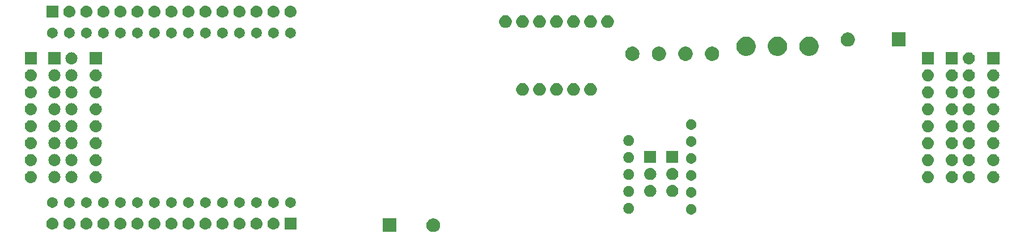
<source format=gbr>
G04 #@! TF.GenerationSoftware,KiCad,Pcbnew,(5.1.4)-1*
G04 #@! TF.CreationDate,2021-01-03T10:51:31-08:00*
G04 #@! TF.ProjectId,BOMPanelClipon,424f4d50-616e-4656-9c43-6c69706f6e2e,rev?*
G04 #@! TF.SameCoordinates,Original*
G04 #@! TF.FileFunction,Soldermask,Bot*
G04 #@! TF.FilePolarity,Negative*
%FSLAX46Y46*%
G04 Gerber Fmt 4.6, Leading zero omitted, Abs format (unit mm)*
G04 Created by KiCad (PCBNEW (5.1.4)-1) date 2021-01-03 10:51:31*
%MOMM*%
%LPD*%
G04 APERTURE LIST*
%ADD10C,0.100000*%
G04 APERTURE END LIST*
D10*
G36*
X-11400728Y-15113428D02*
G01*
X-11214009Y-15190770D01*
X-11214007Y-15190771D01*
X-11045963Y-15303054D01*
X-10903054Y-15445963D01*
X-10790771Y-15614007D01*
X-10790770Y-15614009D01*
X-10713428Y-15800728D01*
X-10674000Y-15998947D01*
X-10674000Y-16201053D01*
X-10713428Y-16399272D01*
X-10790770Y-16585991D01*
X-10790771Y-16585993D01*
X-10903054Y-16754037D01*
X-11045963Y-16896946D01*
X-11214007Y-17009229D01*
X-11214008Y-17009230D01*
X-11214009Y-17009230D01*
X-11400728Y-17086572D01*
X-11598947Y-17126000D01*
X-11801053Y-17126000D01*
X-11999272Y-17086572D01*
X-12185991Y-17009230D01*
X-12185992Y-17009230D01*
X-12185993Y-17009229D01*
X-12354037Y-16896946D01*
X-12496946Y-16754037D01*
X-12609229Y-16585993D01*
X-12609230Y-16585991D01*
X-12686572Y-16399272D01*
X-12726000Y-16201053D01*
X-12726000Y-15998947D01*
X-12686572Y-15800728D01*
X-12609230Y-15614009D01*
X-12609229Y-15614007D01*
X-12496946Y-15445963D01*
X-12354037Y-15303054D01*
X-12185993Y-15190771D01*
X-12185991Y-15190770D01*
X-11999272Y-15113428D01*
X-11801053Y-15074000D01*
X-11598947Y-15074000D01*
X-11400728Y-15113428D01*
X-11400728Y-15113428D01*
G37*
G36*
X-17174000Y-17126000D02*
G01*
X-19226000Y-17126000D01*
X-19226000Y-15074000D01*
X-17174000Y-15074000D01*
X-17174000Y-17126000D01*
X-17174000Y-17126000D01*
G37*
G36*
X-60849558Y-14980518D02*
G01*
X-60783373Y-14987037D01*
X-60613534Y-15038557D01*
X-60457009Y-15122222D01*
X-60421271Y-15151552D01*
X-60319814Y-15234814D01*
X-60263812Y-15303054D01*
X-60207222Y-15372009D01*
X-60123557Y-15528534D01*
X-60072037Y-15698373D01*
X-60054641Y-15875000D01*
X-60072037Y-16051627D01*
X-60123557Y-16221466D01*
X-60207222Y-16377991D01*
X-60224687Y-16399272D01*
X-60319814Y-16515186D01*
X-60406094Y-16585993D01*
X-60457009Y-16627778D01*
X-60613534Y-16711443D01*
X-60783373Y-16762963D01*
X-60849558Y-16769482D01*
X-60915740Y-16776000D01*
X-61004260Y-16776000D01*
X-61070442Y-16769482D01*
X-61136627Y-16762963D01*
X-61306466Y-16711443D01*
X-61462991Y-16627778D01*
X-61513906Y-16585993D01*
X-61600186Y-16515186D01*
X-61695313Y-16399272D01*
X-61712778Y-16377991D01*
X-61796443Y-16221466D01*
X-61847963Y-16051627D01*
X-61865359Y-15875000D01*
X-61847963Y-15698373D01*
X-61796443Y-15528534D01*
X-61712778Y-15372009D01*
X-61656188Y-15303054D01*
X-61600186Y-15234814D01*
X-61498729Y-15151552D01*
X-61462991Y-15122222D01*
X-61306466Y-15038557D01*
X-61136627Y-14987037D01*
X-61070442Y-14980518D01*
X-61004260Y-14974000D01*
X-60915740Y-14974000D01*
X-60849558Y-14980518D01*
X-60849558Y-14980518D01*
G37*
G36*
X-68469558Y-14980518D02*
G01*
X-68403373Y-14987037D01*
X-68233534Y-15038557D01*
X-68077009Y-15122222D01*
X-68041271Y-15151552D01*
X-67939814Y-15234814D01*
X-67883812Y-15303054D01*
X-67827222Y-15372009D01*
X-67743557Y-15528534D01*
X-67692037Y-15698373D01*
X-67674641Y-15875000D01*
X-67692037Y-16051627D01*
X-67743557Y-16221466D01*
X-67827222Y-16377991D01*
X-67844687Y-16399272D01*
X-67939814Y-16515186D01*
X-68026094Y-16585993D01*
X-68077009Y-16627778D01*
X-68233534Y-16711443D01*
X-68403373Y-16762963D01*
X-68469558Y-16769482D01*
X-68535740Y-16776000D01*
X-68624260Y-16776000D01*
X-68690442Y-16769482D01*
X-68756627Y-16762963D01*
X-68926466Y-16711443D01*
X-69082991Y-16627778D01*
X-69133906Y-16585993D01*
X-69220186Y-16515186D01*
X-69315313Y-16399272D01*
X-69332778Y-16377991D01*
X-69416443Y-16221466D01*
X-69467963Y-16051627D01*
X-69485359Y-15875000D01*
X-69467963Y-15698373D01*
X-69416443Y-15528534D01*
X-69332778Y-15372009D01*
X-69276188Y-15303054D01*
X-69220186Y-15234814D01*
X-69118729Y-15151552D01*
X-69082991Y-15122222D01*
X-68926466Y-15038557D01*
X-68756627Y-14987037D01*
X-68690442Y-14980518D01*
X-68624260Y-14974000D01*
X-68535740Y-14974000D01*
X-68469558Y-14980518D01*
X-68469558Y-14980518D01*
G37*
G36*
X-65929558Y-14980518D02*
G01*
X-65863373Y-14987037D01*
X-65693534Y-15038557D01*
X-65537009Y-15122222D01*
X-65501271Y-15151552D01*
X-65399814Y-15234814D01*
X-65343812Y-15303054D01*
X-65287222Y-15372009D01*
X-65203557Y-15528534D01*
X-65152037Y-15698373D01*
X-65134641Y-15875000D01*
X-65152037Y-16051627D01*
X-65203557Y-16221466D01*
X-65287222Y-16377991D01*
X-65304687Y-16399272D01*
X-65399814Y-16515186D01*
X-65486094Y-16585993D01*
X-65537009Y-16627778D01*
X-65693534Y-16711443D01*
X-65863373Y-16762963D01*
X-65929558Y-16769482D01*
X-65995740Y-16776000D01*
X-66084260Y-16776000D01*
X-66150442Y-16769482D01*
X-66216627Y-16762963D01*
X-66386466Y-16711443D01*
X-66542991Y-16627778D01*
X-66593906Y-16585993D01*
X-66680186Y-16515186D01*
X-66775313Y-16399272D01*
X-66792778Y-16377991D01*
X-66876443Y-16221466D01*
X-66927963Y-16051627D01*
X-66945359Y-15875000D01*
X-66927963Y-15698373D01*
X-66876443Y-15528534D01*
X-66792778Y-15372009D01*
X-66736188Y-15303054D01*
X-66680186Y-15234814D01*
X-66578729Y-15151552D01*
X-66542991Y-15122222D01*
X-66386466Y-15038557D01*
X-66216627Y-14987037D01*
X-66150442Y-14980518D01*
X-66084260Y-14974000D01*
X-65995740Y-14974000D01*
X-65929558Y-14980518D01*
X-65929558Y-14980518D01*
G37*
G36*
X-63389558Y-14980518D02*
G01*
X-63323373Y-14987037D01*
X-63153534Y-15038557D01*
X-62997009Y-15122222D01*
X-62961271Y-15151552D01*
X-62859814Y-15234814D01*
X-62803812Y-15303054D01*
X-62747222Y-15372009D01*
X-62663557Y-15528534D01*
X-62612037Y-15698373D01*
X-62594641Y-15875000D01*
X-62612037Y-16051627D01*
X-62663557Y-16221466D01*
X-62747222Y-16377991D01*
X-62764687Y-16399272D01*
X-62859814Y-16515186D01*
X-62946094Y-16585993D01*
X-62997009Y-16627778D01*
X-63153534Y-16711443D01*
X-63323373Y-16762963D01*
X-63389558Y-16769482D01*
X-63455740Y-16776000D01*
X-63544260Y-16776000D01*
X-63610442Y-16769482D01*
X-63676627Y-16762963D01*
X-63846466Y-16711443D01*
X-64002991Y-16627778D01*
X-64053906Y-16585993D01*
X-64140186Y-16515186D01*
X-64235313Y-16399272D01*
X-64252778Y-16377991D01*
X-64336443Y-16221466D01*
X-64387963Y-16051627D01*
X-64405359Y-15875000D01*
X-64387963Y-15698373D01*
X-64336443Y-15528534D01*
X-64252778Y-15372009D01*
X-64196188Y-15303054D01*
X-64140186Y-15234814D01*
X-64038729Y-15151552D01*
X-64002991Y-15122222D01*
X-63846466Y-15038557D01*
X-63676627Y-14987037D01*
X-63610442Y-14980518D01*
X-63544260Y-14974000D01*
X-63455740Y-14974000D01*
X-63389558Y-14980518D01*
X-63389558Y-14980518D01*
G37*
G36*
X-58309558Y-14980518D02*
G01*
X-58243373Y-14987037D01*
X-58073534Y-15038557D01*
X-57917009Y-15122222D01*
X-57881271Y-15151552D01*
X-57779814Y-15234814D01*
X-57723812Y-15303054D01*
X-57667222Y-15372009D01*
X-57583557Y-15528534D01*
X-57532037Y-15698373D01*
X-57514641Y-15875000D01*
X-57532037Y-16051627D01*
X-57583557Y-16221466D01*
X-57667222Y-16377991D01*
X-57684687Y-16399272D01*
X-57779814Y-16515186D01*
X-57866094Y-16585993D01*
X-57917009Y-16627778D01*
X-58073534Y-16711443D01*
X-58243373Y-16762963D01*
X-58309558Y-16769482D01*
X-58375740Y-16776000D01*
X-58464260Y-16776000D01*
X-58530442Y-16769482D01*
X-58596627Y-16762963D01*
X-58766466Y-16711443D01*
X-58922991Y-16627778D01*
X-58973906Y-16585993D01*
X-59060186Y-16515186D01*
X-59155313Y-16399272D01*
X-59172778Y-16377991D01*
X-59256443Y-16221466D01*
X-59307963Y-16051627D01*
X-59325359Y-15875000D01*
X-59307963Y-15698373D01*
X-59256443Y-15528534D01*
X-59172778Y-15372009D01*
X-59116188Y-15303054D01*
X-59060186Y-15234814D01*
X-58958729Y-15151552D01*
X-58922991Y-15122222D01*
X-58766466Y-15038557D01*
X-58596627Y-14987037D01*
X-58530442Y-14980518D01*
X-58464260Y-14974000D01*
X-58375740Y-14974000D01*
X-58309558Y-14980518D01*
X-58309558Y-14980518D01*
G37*
G36*
X-55769558Y-14980518D02*
G01*
X-55703373Y-14987037D01*
X-55533534Y-15038557D01*
X-55377009Y-15122222D01*
X-55341271Y-15151552D01*
X-55239814Y-15234814D01*
X-55183812Y-15303054D01*
X-55127222Y-15372009D01*
X-55043557Y-15528534D01*
X-54992037Y-15698373D01*
X-54974641Y-15875000D01*
X-54992037Y-16051627D01*
X-55043557Y-16221466D01*
X-55127222Y-16377991D01*
X-55144687Y-16399272D01*
X-55239814Y-16515186D01*
X-55326094Y-16585993D01*
X-55377009Y-16627778D01*
X-55533534Y-16711443D01*
X-55703373Y-16762963D01*
X-55769558Y-16769482D01*
X-55835740Y-16776000D01*
X-55924260Y-16776000D01*
X-55990442Y-16769482D01*
X-56056627Y-16762963D01*
X-56226466Y-16711443D01*
X-56382991Y-16627778D01*
X-56433906Y-16585993D01*
X-56520186Y-16515186D01*
X-56615313Y-16399272D01*
X-56632778Y-16377991D01*
X-56716443Y-16221466D01*
X-56767963Y-16051627D01*
X-56785359Y-15875000D01*
X-56767963Y-15698373D01*
X-56716443Y-15528534D01*
X-56632778Y-15372009D01*
X-56576188Y-15303054D01*
X-56520186Y-15234814D01*
X-56418729Y-15151552D01*
X-56382991Y-15122222D01*
X-56226466Y-15038557D01*
X-56056627Y-14987037D01*
X-55990442Y-14980518D01*
X-55924260Y-14974000D01*
X-55835740Y-14974000D01*
X-55769558Y-14980518D01*
X-55769558Y-14980518D01*
G37*
G36*
X-53229558Y-14980518D02*
G01*
X-53163373Y-14987037D01*
X-52993534Y-15038557D01*
X-52837009Y-15122222D01*
X-52801271Y-15151552D01*
X-52699814Y-15234814D01*
X-52643812Y-15303054D01*
X-52587222Y-15372009D01*
X-52503557Y-15528534D01*
X-52452037Y-15698373D01*
X-52434641Y-15875000D01*
X-52452037Y-16051627D01*
X-52503557Y-16221466D01*
X-52587222Y-16377991D01*
X-52604687Y-16399272D01*
X-52699814Y-16515186D01*
X-52786094Y-16585993D01*
X-52837009Y-16627778D01*
X-52993534Y-16711443D01*
X-53163373Y-16762963D01*
X-53229558Y-16769482D01*
X-53295740Y-16776000D01*
X-53384260Y-16776000D01*
X-53450442Y-16769482D01*
X-53516627Y-16762963D01*
X-53686466Y-16711443D01*
X-53842991Y-16627778D01*
X-53893906Y-16585993D01*
X-53980186Y-16515186D01*
X-54075313Y-16399272D01*
X-54092778Y-16377991D01*
X-54176443Y-16221466D01*
X-54227963Y-16051627D01*
X-54245359Y-15875000D01*
X-54227963Y-15698373D01*
X-54176443Y-15528534D01*
X-54092778Y-15372009D01*
X-54036188Y-15303054D01*
X-53980186Y-15234814D01*
X-53878729Y-15151552D01*
X-53842991Y-15122222D01*
X-53686466Y-15038557D01*
X-53516627Y-14987037D01*
X-53450442Y-14980518D01*
X-53384260Y-14974000D01*
X-53295740Y-14974000D01*
X-53229558Y-14980518D01*
X-53229558Y-14980518D01*
G37*
G36*
X-48149558Y-14980518D02*
G01*
X-48083373Y-14987037D01*
X-47913534Y-15038557D01*
X-47757009Y-15122222D01*
X-47721271Y-15151552D01*
X-47619814Y-15234814D01*
X-47563812Y-15303054D01*
X-47507222Y-15372009D01*
X-47423557Y-15528534D01*
X-47372037Y-15698373D01*
X-47354641Y-15875000D01*
X-47372037Y-16051627D01*
X-47423557Y-16221466D01*
X-47507222Y-16377991D01*
X-47524687Y-16399272D01*
X-47619814Y-16515186D01*
X-47706094Y-16585993D01*
X-47757009Y-16627778D01*
X-47913534Y-16711443D01*
X-48083373Y-16762963D01*
X-48149558Y-16769482D01*
X-48215740Y-16776000D01*
X-48304260Y-16776000D01*
X-48370442Y-16769482D01*
X-48436627Y-16762963D01*
X-48606466Y-16711443D01*
X-48762991Y-16627778D01*
X-48813906Y-16585993D01*
X-48900186Y-16515186D01*
X-48995313Y-16399272D01*
X-49012778Y-16377991D01*
X-49096443Y-16221466D01*
X-49147963Y-16051627D01*
X-49165359Y-15875000D01*
X-49147963Y-15698373D01*
X-49096443Y-15528534D01*
X-49012778Y-15372009D01*
X-48956188Y-15303054D01*
X-48900186Y-15234814D01*
X-48798729Y-15151552D01*
X-48762991Y-15122222D01*
X-48606466Y-15038557D01*
X-48436627Y-14987037D01*
X-48370442Y-14980518D01*
X-48304260Y-14974000D01*
X-48215740Y-14974000D01*
X-48149558Y-14980518D01*
X-48149558Y-14980518D01*
G37*
G36*
X-45609558Y-14980518D02*
G01*
X-45543373Y-14987037D01*
X-45373534Y-15038557D01*
X-45217009Y-15122222D01*
X-45181271Y-15151552D01*
X-45079814Y-15234814D01*
X-45023812Y-15303054D01*
X-44967222Y-15372009D01*
X-44883557Y-15528534D01*
X-44832037Y-15698373D01*
X-44814641Y-15875000D01*
X-44832037Y-16051627D01*
X-44883557Y-16221466D01*
X-44967222Y-16377991D01*
X-44984687Y-16399272D01*
X-45079814Y-16515186D01*
X-45166094Y-16585993D01*
X-45217009Y-16627778D01*
X-45373534Y-16711443D01*
X-45543373Y-16762963D01*
X-45609558Y-16769482D01*
X-45675740Y-16776000D01*
X-45764260Y-16776000D01*
X-45830442Y-16769482D01*
X-45896627Y-16762963D01*
X-46066466Y-16711443D01*
X-46222991Y-16627778D01*
X-46273906Y-16585993D01*
X-46360186Y-16515186D01*
X-46455313Y-16399272D01*
X-46472778Y-16377991D01*
X-46556443Y-16221466D01*
X-46607963Y-16051627D01*
X-46625359Y-15875000D01*
X-46607963Y-15698373D01*
X-46556443Y-15528534D01*
X-46472778Y-15372009D01*
X-46416188Y-15303054D01*
X-46360186Y-15234814D01*
X-46258729Y-15151552D01*
X-46222991Y-15122222D01*
X-46066466Y-15038557D01*
X-45896627Y-14987037D01*
X-45830442Y-14980518D01*
X-45764260Y-14974000D01*
X-45675740Y-14974000D01*
X-45609558Y-14980518D01*
X-45609558Y-14980518D01*
G37*
G36*
X-43069558Y-14980518D02*
G01*
X-43003373Y-14987037D01*
X-42833534Y-15038557D01*
X-42677009Y-15122222D01*
X-42641271Y-15151552D01*
X-42539814Y-15234814D01*
X-42483812Y-15303054D01*
X-42427222Y-15372009D01*
X-42343557Y-15528534D01*
X-42292037Y-15698373D01*
X-42274641Y-15875000D01*
X-42292037Y-16051627D01*
X-42343557Y-16221466D01*
X-42427222Y-16377991D01*
X-42444687Y-16399272D01*
X-42539814Y-16515186D01*
X-42626094Y-16585993D01*
X-42677009Y-16627778D01*
X-42833534Y-16711443D01*
X-43003373Y-16762963D01*
X-43069558Y-16769482D01*
X-43135740Y-16776000D01*
X-43224260Y-16776000D01*
X-43290442Y-16769482D01*
X-43356627Y-16762963D01*
X-43526466Y-16711443D01*
X-43682991Y-16627778D01*
X-43733906Y-16585993D01*
X-43820186Y-16515186D01*
X-43915313Y-16399272D01*
X-43932778Y-16377991D01*
X-44016443Y-16221466D01*
X-44067963Y-16051627D01*
X-44085359Y-15875000D01*
X-44067963Y-15698373D01*
X-44016443Y-15528534D01*
X-43932778Y-15372009D01*
X-43876188Y-15303054D01*
X-43820186Y-15234814D01*
X-43718729Y-15151552D01*
X-43682991Y-15122222D01*
X-43526466Y-15038557D01*
X-43356627Y-14987037D01*
X-43290442Y-14980518D01*
X-43224260Y-14974000D01*
X-43135740Y-14974000D01*
X-43069558Y-14980518D01*
X-43069558Y-14980518D01*
G37*
G36*
X-32119000Y-16776000D02*
G01*
X-33921000Y-16776000D01*
X-33921000Y-14974000D01*
X-32119000Y-14974000D01*
X-32119000Y-16776000D01*
X-32119000Y-16776000D01*
G37*
G36*
X-40529558Y-14980518D02*
G01*
X-40463373Y-14987037D01*
X-40293534Y-15038557D01*
X-40137009Y-15122222D01*
X-40101271Y-15151552D01*
X-39999814Y-15234814D01*
X-39943812Y-15303054D01*
X-39887222Y-15372009D01*
X-39803557Y-15528534D01*
X-39752037Y-15698373D01*
X-39734641Y-15875000D01*
X-39752037Y-16051627D01*
X-39803557Y-16221466D01*
X-39887222Y-16377991D01*
X-39904687Y-16399272D01*
X-39999814Y-16515186D01*
X-40086094Y-16585993D01*
X-40137009Y-16627778D01*
X-40293534Y-16711443D01*
X-40463373Y-16762963D01*
X-40529558Y-16769482D01*
X-40595740Y-16776000D01*
X-40684260Y-16776000D01*
X-40750442Y-16769482D01*
X-40816627Y-16762963D01*
X-40986466Y-16711443D01*
X-41142991Y-16627778D01*
X-41193906Y-16585993D01*
X-41280186Y-16515186D01*
X-41375313Y-16399272D01*
X-41392778Y-16377991D01*
X-41476443Y-16221466D01*
X-41527963Y-16051627D01*
X-41545359Y-15875000D01*
X-41527963Y-15698373D01*
X-41476443Y-15528534D01*
X-41392778Y-15372009D01*
X-41336188Y-15303054D01*
X-41280186Y-15234814D01*
X-41178729Y-15151552D01*
X-41142991Y-15122222D01*
X-40986466Y-15038557D01*
X-40816627Y-14987037D01*
X-40750442Y-14980518D01*
X-40684260Y-14974000D01*
X-40595740Y-14974000D01*
X-40529558Y-14980518D01*
X-40529558Y-14980518D01*
G37*
G36*
X-35449558Y-14980518D02*
G01*
X-35383373Y-14987037D01*
X-35213534Y-15038557D01*
X-35057009Y-15122222D01*
X-35021271Y-15151552D01*
X-34919814Y-15234814D01*
X-34863812Y-15303054D01*
X-34807222Y-15372009D01*
X-34723557Y-15528534D01*
X-34672037Y-15698373D01*
X-34654641Y-15875000D01*
X-34672037Y-16051627D01*
X-34723557Y-16221466D01*
X-34807222Y-16377991D01*
X-34824687Y-16399272D01*
X-34919814Y-16515186D01*
X-35006094Y-16585993D01*
X-35057009Y-16627778D01*
X-35213534Y-16711443D01*
X-35383373Y-16762963D01*
X-35449558Y-16769482D01*
X-35515740Y-16776000D01*
X-35604260Y-16776000D01*
X-35670442Y-16769482D01*
X-35736627Y-16762963D01*
X-35906466Y-16711443D01*
X-36062991Y-16627778D01*
X-36113906Y-16585993D01*
X-36200186Y-16515186D01*
X-36295313Y-16399272D01*
X-36312778Y-16377991D01*
X-36396443Y-16221466D01*
X-36447963Y-16051627D01*
X-36465359Y-15875000D01*
X-36447963Y-15698373D01*
X-36396443Y-15528534D01*
X-36312778Y-15372009D01*
X-36256188Y-15303054D01*
X-36200186Y-15234814D01*
X-36098729Y-15151552D01*
X-36062991Y-15122222D01*
X-35906466Y-15038557D01*
X-35736627Y-14987037D01*
X-35670442Y-14980518D01*
X-35604260Y-14974000D01*
X-35515740Y-14974000D01*
X-35449558Y-14980518D01*
X-35449558Y-14980518D01*
G37*
G36*
X-37989558Y-14980518D02*
G01*
X-37923373Y-14987037D01*
X-37753534Y-15038557D01*
X-37597009Y-15122222D01*
X-37561271Y-15151552D01*
X-37459814Y-15234814D01*
X-37403812Y-15303054D01*
X-37347222Y-15372009D01*
X-37263557Y-15528534D01*
X-37212037Y-15698373D01*
X-37194641Y-15875000D01*
X-37212037Y-16051627D01*
X-37263557Y-16221466D01*
X-37347222Y-16377991D01*
X-37364687Y-16399272D01*
X-37459814Y-16515186D01*
X-37546094Y-16585993D01*
X-37597009Y-16627778D01*
X-37753534Y-16711443D01*
X-37923373Y-16762963D01*
X-37989558Y-16769482D01*
X-38055740Y-16776000D01*
X-38144260Y-16776000D01*
X-38210442Y-16769482D01*
X-38276627Y-16762963D01*
X-38446466Y-16711443D01*
X-38602991Y-16627778D01*
X-38653906Y-16585993D01*
X-38740186Y-16515186D01*
X-38835313Y-16399272D01*
X-38852778Y-16377991D01*
X-38936443Y-16221466D01*
X-38987963Y-16051627D01*
X-39005359Y-15875000D01*
X-38987963Y-15698373D01*
X-38936443Y-15528534D01*
X-38852778Y-15372009D01*
X-38796188Y-15303054D01*
X-38740186Y-15234814D01*
X-38638729Y-15151552D01*
X-38602991Y-15122222D01*
X-38446466Y-15038557D01*
X-38276627Y-14987037D01*
X-38210442Y-14980518D01*
X-38144260Y-14974000D01*
X-38055740Y-14974000D01*
X-37989558Y-14980518D01*
X-37989558Y-14980518D01*
G37*
G36*
X-50689558Y-14980518D02*
G01*
X-50623373Y-14987037D01*
X-50453534Y-15038557D01*
X-50297009Y-15122222D01*
X-50261271Y-15151552D01*
X-50159814Y-15234814D01*
X-50103812Y-15303054D01*
X-50047222Y-15372009D01*
X-49963557Y-15528534D01*
X-49912037Y-15698373D01*
X-49894641Y-15875000D01*
X-49912037Y-16051627D01*
X-49963557Y-16221466D01*
X-50047222Y-16377991D01*
X-50064687Y-16399272D01*
X-50159814Y-16515186D01*
X-50246094Y-16585993D01*
X-50297009Y-16627778D01*
X-50453534Y-16711443D01*
X-50623373Y-16762963D01*
X-50689558Y-16769482D01*
X-50755740Y-16776000D01*
X-50844260Y-16776000D01*
X-50910442Y-16769482D01*
X-50976627Y-16762963D01*
X-51146466Y-16711443D01*
X-51302991Y-16627778D01*
X-51353906Y-16585993D01*
X-51440186Y-16515186D01*
X-51535313Y-16399272D01*
X-51552778Y-16377991D01*
X-51636443Y-16221466D01*
X-51687963Y-16051627D01*
X-51705359Y-15875000D01*
X-51687963Y-15698373D01*
X-51636443Y-15528534D01*
X-51552778Y-15372009D01*
X-51496188Y-15303054D01*
X-51440186Y-15234814D01*
X-51338729Y-15151552D01*
X-51302991Y-15122222D01*
X-51146466Y-15038557D01*
X-50976627Y-14987037D01*
X-50910442Y-14980518D01*
X-50844260Y-14974000D01*
X-50755740Y-14974000D01*
X-50689558Y-14980518D01*
X-50689558Y-14980518D01*
G37*
G36*
X27043342Y-12945781D02*
G01*
X27189114Y-13006162D01*
X27189116Y-13006163D01*
X27320308Y-13093822D01*
X27431878Y-13205392D01*
X27435363Y-13210608D01*
X27519538Y-13336586D01*
X27579919Y-13482358D01*
X27610700Y-13637107D01*
X27610700Y-13794893D01*
X27579919Y-13949642D01*
X27575871Y-13959414D01*
X27519537Y-14095416D01*
X27431878Y-14226608D01*
X27320308Y-14338178D01*
X27189116Y-14425837D01*
X27189115Y-14425838D01*
X27189114Y-14425838D01*
X27043342Y-14486219D01*
X26888593Y-14517000D01*
X26730807Y-14517000D01*
X26576058Y-14486219D01*
X26430286Y-14425838D01*
X26430285Y-14425838D01*
X26430284Y-14425837D01*
X26299092Y-14338178D01*
X26187522Y-14226608D01*
X26099863Y-14095416D01*
X26043529Y-13959414D01*
X26039481Y-13949642D01*
X26008700Y-13794893D01*
X26008700Y-13637107D01*
X26039481Y-13482358D01*
X26099862Y-13336586D01*
X26184037Y-13210608D01*
X26187522Y-13205392D01*
X26299092Y-13093822D01*
X26430284Y-13006163D01*
X26430286Y-13006162D01*
X26576058Y-12945781D01*
X26730807Y-12915000D01*
X26888593Y-12915000D01*
X27043342Y-12945781D01*
X27043342Y-12945781D01*
G37*
G36*
X17713642Y-12809781D02*
G01*
X17859414Y-12870162D01*
X17859416Y-12870163D01*
X17990608Y-12957822D01*
X18102178Y-13069392D01*
X18118501Y-13093822D01*
X18189838Y-13200586D01*
X18250219Y-13346358D01*
X18281000Y-13501107D01*
X18281000Y-13658893D01*
X18250219Y-13813642D01*
X18193886Y-13949642D01*
X18189837Y-13959416D01*
X18102178Y-14090608D01*
X17990608Y-14202178D01*
X17859416Y-14289837D01*
X17859415Y-14289838D01*
X17859414Y-14289838D01*
X17713642Y-14350219D01*
X17558893Y-14381000D01*
X17401107Y-14381000D01*
X17246358Y-14350219D01*
X17100586Y-14289838D01*
X17100585Y-14289838D01*
X17100584Y-14289837D01*
X16969392Y-14202178D01*
X16857822Y-14090608D01*
X16770163Y-13959416D01*
X16766114Y-13949642D01*
X16709781Y-13813642D01*
X16679000Y-13658893D01*
X16679000Y-13501107D01*
X16709781Y-13346358D01*
X16770162Y-13200586D01*
X16841499Y-13093822D01*
X16857822Y-13069392D01*
X16969392Y-12957822D01*
X17100584Y-12870163D01*
X17100586Y-12870162D01*
X17246358Y-12809781D01*
X17401107Y-12779000D01*
X17558893Y-12779000D01*
X17713642Y-12809781D01*
X17713642Y-12809781D01*
G37*
G36*
X-35326358Y-11929781D02*
G01*
X-35212362Y-11977000D01*
X-35180584Y-11990163D01*
X-35049392Y-12077822D01*
X-34937822Y-12189392D01*
X-34850163Y-12320584D01*
X-34850162Y-12320586D01*
X-34789781Y-12466358D01*
X-34759000Y-12621107D01*
X-34759000Y-12778893D01*
X-34789781Y-12933642D01*
X-34846011Y-13069392D01*
X-34850163Y-13079416D01*
X-34937822Y-13210608D01*
X-35049392Y-13322178D01*
X-35180584Y-13409837D01*
X-35180585Y-13409838D01*
X-35180586Y-13409838D01*
X-35326358Y-13470219D01*
X-35481107Y-13501000D01*
X-35638893Y-13501000D01*
X-35793642Y-13470219D01*
X-35939414Y-13409838D01*
X-35939415Y-13409838D01*
X-35939416Y-13409837D01*
X-36070608Y-13322178D01*
X-36182178Y-13210608D01*
X-36269837Y-13079416D01*
X-36273989Y-13069392D01*
X-36330219Y-12933642D01*
X-36361000Y-12778893D01*
X-36361000Y-12621107D01*
X-36330219Y-12466358D01*
X-36269838Y-12320586D01*
X-36269837Y-12320584D01*
X-36182178Y-12189392D01*
X-36070608Y-12077822D01*
X-35939416Y-11990163D01*
X-35907638Y-11977000D01*
X-35793642Y-11929781D01*
X-35638893Y-11899000D01*
X-35481107Y-11899000D01*
X-35326358Y-11929781D01*
X-35326358Y-11929781D01*
G37*
G36*
X-68346358Y-11929781D02*
G01*
X-68232362Y-11977000D01*
X-68200584Y-11990163D01*
X-68069392Y-12077822D01*
X-67957822Y-12189392D01*
X-67870163Y-12320584D01*
X-67870162Y-12320586D01*
X-67809781Y-12466358D01*
X-67779000Y-12621107D01*
X-67779000Y-12778893D01*
X-67809781Y-12933642D01*
X-67866011Y-13069392D01*
X-67870163Y-13079416D01*
X-67957822Y-13210608D01*
X-68069392Y-13322178D01*
X-68200584Y-13409837D01*
X-68200585Y-13409838D01*
X-68200586Y-13409838D01*
X-68346358Y-13470219D01*
X-68501107Y-13501000D01*
X-68658893Y-13501000D01*
X-68813642Y-13470219D01*
X-68959414Y-13409838D01*
X-68959415Y-13409838D01*
X-68959416Y-13409837D01*
X-69090608Y-13322178D01*
X-69202178Y-13210608D01*
X-69289837Y-13079416D01*
X-69293989Y-13069392D01*
X-69350219Y-12933642D01*
X-69381000Y-12778893D01*
X-69381000Y-12621107D01*
X-69350219Y-12466358D01*
X-69289838Y-12320586D01*
X-69289837Y-12320584D01*
X-69202178Y-12189392D01*
X-69090608Y-12077822D01*
X-68959416Y-11990163D01*
X-68927638Y-11977000D01*
X-68813642Y-11929781D01*
X-68658893Y-11899000D01*
X-68501107Y-11899000D01*
X-68346358Y-11929781D01*
X-68346358Y-11929781D01*
G37*
G36*
X-65806358Y-11929781D02*
G01*
X-65692362Y-11977000D01*
X-65660584Y-11990163D01*
X-65529392Y-12077822D01*
X-65417822Y-12189392D01*
X-65330163Y-12320584D01*
X-65330162Y-12320586D01*
X-65269781Y-12466358D01*
X-65239000Y-12621107D01*
X-65239000Y-12778893D01*
X-65269781Y-12933642D01*
X-65326011Y-13069392D01*
X-65330163Y-13079416D01*
X-65417822Y-13210608D01*
X-65529392Y-13322178D01*
X-65660584Y-13409837D01*
X-65660585Y-13409838D01*
X-65660586Y-13409838D01*
X-65806358Y-13470219D01*
X-65961107Y-13501000D01*
X-66118893Y-13501000D01*
X-66273642Y-13470219D01*
X-66419414Y-13409838D01*
X-66419415Y-13409838D01*
X-66419416Y-13409837D01*
X-66550608Y-13322178D01*
X-66662178Y-13210608D01*
X-66749837Y-13079416D01*
X-66753989Y-13069392D01*
X-66810219Y-12933642D01*
X-66841000Y-12778893D01*
X-66841000Y-12621107D01*
X-66810219Y-12466358D01*
X-66749838Y-12320586D01*
X-66749837Y-12320584D01*
X-66662178Y-12189392D01*
X-66550608Y-12077822D01*
X-66419416Y-11990163D01*
X-66387638Y-11977000D01*
X-66273642Y-11929781D01*
X-66118893Y-11899000D01*
X-65961107Y-11899000D01*
X-65806358Y-11929781D01*
X-65806358Y-11929781D01*
G37*
G36*
X-63266358Y-11929781D02*
G01*
X-63152362Y-11977000D01*
X-63120584Y-11990163D01*
X-62989392Y-12077822D01*
X-62877822Y-12189392D01*
X-62790163Y-12320584D01*
X-62790162Y-12320586D01*
X-62729781Y-12466358D01*
X-62699000Y-12621107D01*
X-62699000Y-12778893D01*
X-62729781Y-12933642D01*
X-62786011Y-13069392D01*
X-62790163Y-13079416D01*
X-62877822Y-13210608D01*
X-62989392Y-13322178D01*
X-63120584Y-13409837D01*
X-63120585Y-13409838D01*
X-63120586Y-13409838D01*
X-63266358Y-13470219D01*
X-63421107Y-13501000D01*
X-63578893Y-13501000D01*
X-63733642Y-13470219D01*
X-63879414Y-13409838D01*
X-63879415Y-13409838D01*
X-63879416Y-13409837D01*
X-64010608Y-13322178D01*
X-64122178Y-13210608D01*
X-64209837Y-13079416D01*
X-64213989Y-13069392D01*
X-64270219Y-12933642D01*
X-64301000Y-12778893D01*
X-64301000Y-12621107D01*
X-64270219Y-12466358D01*
X-64209838Y-12320586D01*
X-64209837Y-12320584D01*
X-64122178Y-12189392D01*
X-64010608Y-12077822D01*
X-63879416Y-11990163D01*
X-63847638Y-11977000D01*
X-63733642Y-11929781D01*
X-63578893Y-11899000D01*
X-63421107Y-11899000D01*
X-63266358Y-11929781D01*
X-63266358Y-11929781D01*
G37*
G36*
X-60726358Y-11929781D02*
G01*
X-60612362Y-11977000D01*
X-60580584Y-11990163D01*
X-60449392Y-12077822D01*
X-60337822Y-12189392D01*
X-60250163Y-12320584D01*
X-60250162Y-12320586D01*
X-60189781Y-12466358D01*
X-60159000Y-12621107D01*
X-60159000Y-12778893D01*
X-60189781Y-12933642D01*
X-60246011Y-13069392D01*
X-60250163Y-13079416D01*
X-60337822Y-13210608D01*
X-60449392Y-13322178D01*
X-60580584Y-13409837D01*
X-60580585Y-13409838D01*
X-60580586Y-13409838D01*
X-60726358Y-13470219D01*
X-60881107Y-13501000D01*
X-61038893Y-13501000D01*
X-61193642Y-13470219D01*
X-61339414Y-13409838D01*
X-61339415Y-13409838D01*
X-61339416Y-13409837D01*
X-61470608Y-13322178D01*
X-61582178Y-13210608D01*
X-61669837Y-13079416D01*
X-61673989Y-13069392D01*
X-61730219Y-12933642D01*
X-61761000Y-12778893D01*
X-61761000Y-12621107D01*
X-61730219Y-12466358D01*
X-61669838Y-12320586D01*
X-61669837Y-12320584D01*
X-61582178Y-12189392D01*
X-61470608Y-12077822D01*
X-61339416Y-11990163D01*
X-61307638Y-11977000D01*
X-61193642Y-11929781D01*
X-61038893Y-11899000D01*
X-60881107Y-11899000D01*
X-60726358Y-11929781D01*
X-60726358Y-11929781D01*
G37*
G36*
X-58186358Y-11929781D02*
G01*
X-58072362Y-11977000D01*
X-58040584Y-11990163D01*
X-57909392Y-12077822D01*
X-57797822Y-12189392D01*
X-57710163Y-12320584D01*
X-57710162Y-12320586D01*
X-57649781Y-12466358D01*
X-57619000Y-12621107D01*
X-57619000Y-12778893D01*
X-57649781Y-12933642D01*
X-57706011Y-13069392D01*
X-57710163Y-13079416D01*
X-57797822Y-13210608D01*
X-57909392Y-13322178D01*
X-58040584Y-13409837D01*
X-58040585Y-13409838D01*
X-58040586Y-13409838D01*
X-58186358Y-13470219D01*
X-58341107Y-13501000D01*
X-58498893Y-13501000D01*
X-58653642Y-13470219D01*
X-58799414Y-13409838D01*
X-58799415Y-13409838D01*
X-58799416Y-13409837D01*
X-58930608Y-13322178D01*
X-59042178Y-13210608D01*
X-59129837Y-13079416D01*
X-59133989Y-13069392D01*
X-59190219Y-12933642D01*
X-59221000Y-12778893D01*
X-59221000Y-12621107D01*
X-59190219Y-12466358D01*
X-59129838Y-12320586D01*
X-59129837Y-12320584D01*
X-59042178Y-12189392D01*
X-58930608Y-12077822D01*
X-58799416Y-11990163D01*
X-58767638Y-11977000D01*
X-58653642Y-11929781D01*
X-58498893Y-11899000D01*
X-58341107Y-11899000D01*
X-58186358Y-11929781D01*
X-58186358Y-11929781D01*
G37*
G36*
X-55646358Y-11929781D02*
G01*
X-55532362Y-11977000D01*
X-55500584Y-11990163D01*
X-55369392Y-12077822D01*
X-55257822Y-12189392D01*
X-55170163Y-12320584D01*
X-55170162Y-12320586D01*
X-55109781Y-12466358D01*
X-55079000Y-12621107D01*
X-55079000Y-12778893D01*
X-55109781Y-12933642D01*
X-55166011Y-13069392D01*
X-55170163Y-13079416D01*
X-55257822Y-13210608D01*
X-55369392Y-13322178D01*
X-55500584Y-13409837D01*
X-55500585Y-13409838D01*
X-55500586Y-13409838D01*
X-55646358Y-13470219D01*
X-55801107Y-13501000D01*
X-55958893Y-13501000D01*
X-56113642Y-13470219D01*
X-56259414Y-13409838D01*
X-56259415Y-13409838D01*
X-56259416Y-13409837D01*
X-56390608Y-13322178D01*
X-56502178Y-13210608D01*
X-56589837Y-13079416D01*
X-56593989Y-13069392D01*
X-56650219Y-12933642D01*
X-56681000Y-12778893D01*
X-56681000Y-12621107D01*
X-56650219Y-12466358D01*
X-56589838Y-12320586D01*
X-56589837Y-12320584D01*
X-56502178Y-12189392D01*
X-56390608Y-12077822D01*
X-56259416Y-11990163D01*
X-56227638Y-11977000D01*
X-56113642Y-11929781D01*
X-55958893Y-11899000D01*
X-55801107Y-11899000D01*
X-55646358Y-11929781D01*
X-55646358Y-11929781D01*
G37*
G36*
X-53106358Y-11929781D02*
G01*
X-52992362Y-11977000D01*
X-52960584Y-11990163D01*
X-52829392Y-12077822D01*
X-52717822Y-12189392D01*
X-52630163Y-12320584D01*
X-52630162Y-12320586D01*
X-52569781Y-12466358D01*
X-52539000Y-12621107D01*
X-52539000Y-12778893D01*
X-52569781Y-12933642D01*
X-52626011Y-13069392D01*
X-52630163Y-13079416D01*
X-52717822Y-13210608D01*
X-52829392Y-13322178D01*
X-52960584Y-13409837D01*
X-52960585Y-13409838D01*
X-52960586Y-13409838D01*
X-53106358Y-13470219D01*
X-53261107Y-13501000D01*
X-53418893Y-13501000D01*
X-53573642Y-13470219D01*
X-53719414Y-13409838D01*
X-53719415Y-13409838D01*
X-53719416Y-13409837D01*
X-53850608Y-13322178D01*
X-53962178Y-13210608D01*
X-54049837Y-13079416D01*
X-54053989Y-13069392D01*
X-54110219Y-12933642D01*
X-54141000Y-12778893D01*
X-54141000Y-12621107D01*
X-54110219Y-12466358D01*
X-54049838Y-12320586D01*
X-54049837Y-12320584D01*
X-53962178Y-12189392D01*
X-53850608Y-12077822D01*
X-53719416Y-11990163D01*
X-53687638Y-11977000D01*
X-53573642Y-11929781D01*
X-53418893Y-11899000D01*
X-53261107Y-11899000D01*
X-53106358Y-11929781D01*
X-53106358Y-11929781D01*
G37*
G36*
X-50566358Y-11929781D02*
G01*
X-50452362Y-11977000D01*
X-50420584Y-11990163D01*
X-50289392Y-12077822D01*
X-50177822Y-12189392D01*
X-50090163Y-12320584D01*
X-50090162Y-12320586D01*
X-50029781Y-12466358D01*
X-49999000Y-12621107D01*
X-49999000Y-12778893D01*
X-50029781Y-12933642D01*
X-50086011Y-13069392D01*
X-50090163Y-13079416D01*
X-50177822Y-13210608D01*
X-50289392Y-13322178D01*
X-50420584Y-13409837D01*
X-50420585Y-13409838D01*
X-50420586Y-13409838D01*
X-50566358Y-13470219D01*
X-50721107Y-13501000D01*
X-50878893Y-13501000D01*
X-51033642Y-13470219D01*
X-51179414Y-13409838D01*
X-51179415Y-13409838D01*
X-51179416Y-13409837D01*
X-51310608Y-13322178D01*
X-51422178Y-13210608D01*
X-51509837Y-13079416D01*
X-51513989Y-13069392D01*
X-51570219Y-12933642D01*
X-51601000Y-12778893D01*
X-51601000Y-12621107D01*
X-51570219Y-12466358D01*
X-51509838Y-12320586D01*
X-51509837Y-12320584D01*
X-51422178Y-12189392D01*
X-51310608Y-12077822D01*
X-51179416Y-11990163D01*
X-51147638Y-11977000D01*
X-51033642Y-11929781D01*
X-50878893Y-11899000D01*
X-50721107Y-11899000D01*
X-50566358Y-11929781D01*
X-50566358Y-11929781D01*
G37*
G36*
X-48026358Y-11929781D02*
G01*
X-47912362Y-11977000D01*
X-47880584Y-11990163D01*
X-47749392Y-12077822D01*
X-47637822Y-12189392D01*
X-47550163Y-12320584D01*
X-47550162Y-12320586D01*
X-47489781Y-12466358D01*
X-47459000Y-12621107D01*
X-47459000Y-12778893D01*
X-47489781Y-12933642D01*
X-47546011Y-13069392D01*
X-47550163Y-13079416D01*
X-47637822Y-13210608D01*
X-47749392Y-13322178D01*
X-47880584Y-13409837D01*
X-47880585Y-13409838D01*
X-47880586Y-13409838D01*
X-48026358Y-13470219D01*
X-48181107Y-13501000D01*
X-48338893Y-13501000D01*
X-48493642Y-13470219D01*
X-48639414Y-13409838D01*
X-48639415Y-13409838D01*
X-48639416Y-13409837D01*
X-48770608Y-13322178D01*
X-48882178Y-13210608D01*
X-48969837Y-13079416D01*
X-48973989Y-13069392D01*
X-49030219Y-12933642D01*
X-49061000Y-12778893D01*
X-49061000Y-12621107D01*
X-49030219Y-12466358D01*
X-48969838Y-12320586D01*
X-48969837Y-12320584D01*
X-48882178Y-12189392D01*
X-48770608Y-12077822D01*
X-48639416Y-11990163D01*
X-48607638Y-11977000D01*
X-48493642Y-11929781D01*
X-48338893Y-11899000D01*
X-48181107Y-11899000D01*
X-48026358Y-11929781D01*
X-48026358Y-11929781D01*
G37*
G36*
X-45486358Y-11929781D02*
G01*
X-45372362Y-11977000D01*
X-45340584Y-11990163D01*
X-45209392Y-12077822D01*
X-45097822Y-12189392D01*
X-45010163Y-12320584D01*
X-45010162Y-12320586D01*
X-44949781Y-12466358D01*
X-44919000Y-12621107D01*
X-44919000Y-12778893D01*
X-44949781Y-12933642D01*
X-45006011Y-13069392D01*
X-45010163Y-13079416D01*
X-45097822Y-13210608D01*
X-45209392Y-13322178D01*
X-45340584Y-13409837D01*
X-45340585Y-13409838D01*
X-45340586Y-13409838D01*
X-45486358Y-13470219D01*
X-45641107Y-13501000D01*
X-45798893Y-13501000D01*
X-45953642Y-13470219D01*
X-46099414Y-13409838D01*
X-46099415Y-13409838D01*
X-46099416Y-13409837D01*
X-46230608Y-13322178D01*
X-46342178Y-13210608D01*
X-46429837Y-13079416D01*
X-46433989Y-13069392D01*
X-46490219Y-12933642D01*
X-46521000Y-12778893D01*
X-46521000Y-12621107D01*
X-46490219Y-12466358D01*
X-46429838Y-12320586D01*
X-46429837Y-12320584D01*
X-46342178Y-12189392D01*
X-46230608Y-12077822D01*
X-46099416Y-11990163D01*
X-46067638Y-11977000D01*
X-45953642Y-11929781D01*
X-45798893Y-11899000D01*
X-45641107Y-11899000D01*
X-45486358Y-11929781D01*
X-45486358Y-11929781D01*
G37*
G36*
X-42946358Y-11929781D02*
G01*
X-42832362Y-11977000D01*
X-42800584Y-11990163D01*
X-42669392Y-12077822D01*
X-42557822Y-12189392D01*
X-42470163Y-12320584D01*
X-42470162Y-12320586D01*
X-42409781Y-12466358D01*
X-42379000Y-12621107D01*
X-42379000Y-12778893D01*
X-42409781Y-12933642D01*
X-42466011Y-13069392D01*
X-42470163Y-13079416D01*
X-42557822Y-13210608D01*
X-42669392Y-13322178D01*
X-42800584Y-13409837D01*
X-42800585Y-13409838D01*
X-42800586Y-13409838D01*
X-42946358Y-13470219D01*
X-43101107Y-13501000D01*
X-43258893Y-13501000D01*
X-43413642Y-13470219D01*
X-43559414Y-13409838D01*
X-43559415Y-13409838D01*
X-43559416Y-13409837D01*
X-43690608Y-13322178D01*
X-43802178Y-13210608D01*
X-43889837Y-13079416D01*
X-43893989Y-13069392D01*
X-43950219Y-12933642D01*
X-43981000Y-12778893D01*
X-43981000Y-12621107D01*
X-43950219Y-12466358D01*
X-43889838Y-12320586D01*
X-43889837Y-12320584D01*
X-43802178Y-12189392D01*
X-43690608Y-12077822D01*
X-43559416Y-11990163D01*
X-43527638Y-11977000D01*
X-43413642Y-11929781D01*
X-43258893Y-11899000D01*
X-43101107Y-11899000D01*
X-42946358Y-11929781D01*
X-42946358Y-11929781D01*
G37*
G36*
X-37866358Y-11929781D02*
G01*
X-37752362Y-11977000D01*
X-37720584Y-11990163D01*
X-37589392Y-12077822D01*
X-37477822Y-12189392D01*
X-37390163Y-12320584D01*
X-37390162Y-12320586D01*
X-37329781Y-12466358D01*
X-37299000Y-12621107D01*
X-37299000Y-12778893D01*
X-37329781Y-12933642D01*
X-37386011Y-13069392D01*
X-37390163Y-13079416D01*
X-37477822Y-13210608D01*
X-37589392Y-13322178D01*
X-37720584Y-13409837D01*
X-37720585Y-13409838D01*
X-37720586Y-13409838D01*
X-37866358Y-13470219D01*
X-38021107Y-13501000D01*
X-38178893Y-13501000D01*
X-38333642Y-13470219D01*
X-38479414Y-13409838D01*
X-38479415Y-13409838D01*
X-38479416Y-13409837D01*
X-38610608Y-13322178D01*
X-38722178Y-13210608D01*
X-38809837Y-13079416D01*
X-38813989Y-13069392D01*
X-38870219Y-12933642D01*
X-38901000Y-12778893D01*
X-38901000Y-12621107D01*
X-38870219Y-12466358D01*
X-38809838Y-12320586D01*
X-38809837Y-12320584D01*
X-38722178Y-12189392D01*
X-38610608Y-12077822D01*
X-38479416Y-11990163D01*
X-38447638Y-11977000D01*
X-38333642Y-11929781D01*
X-38178893Y-11899000D01*
X-38021107Y-11899000D01*
X-37866358Y-11929781D01*
X-37866358Y-11929781D01*
G37*
G36*
X-32786358Y-11929781D02*
G01*
X-32672362Y-11977000D01*
X-32640584Y-11990163D01*
X-32509392Y-12077822D01*
X-32397822Y-12189392D01*
X-32310163Y-12320584D01*
X-32310162Y-12320586D01*
X-32249781Y-12466358D01*
X-32219000Y-12621107D01*
X-32219000Y-12778893D01*
X-32249781Y-12933642D01*
X-32306011Y-13069392D01*
X-32310163Y-13079416D01*
X-32397822Y-13210608D01*
X-32509392Y-13322178D01*
X-32640584Y-13409837D01*
X-32640585Y-13409838D01*
X-32640586Y-13409838D01*
X-32786358Y-13470219D01*
X-32941107Y-13501000D01*
X-33098893Y-13501000D01*
X-33253642Y-13470219D01*
X-33399414Y-13409838D01*
X-33399415Y-13409838D01*
X-33399416Y-13409837D01*
X-33530608Y-13322178D01*
X-33642178Y-13210608D01*
X-33729837Y-13079416D01*
X-33733989Y-13069392D01*
X-33790219Y-12933642D01*
X-33821000Y-12778893D01*
X-33821000Y-12621107D01*
X-33790219Y-12466358D01*
X-33729838Y-12320586D01*
X-33729837Y-12320584D01*
X-33642178Y-12189392D01*
X-33530608Y-12077822D01*
X-33399416Y-11990163D01*
X-33367638Y-11977000D01*
X-33253642Y-11929781D01*
X-33098893Y-11899000D01*
X-32941107Y-11899000D01*
X-32786358Y-11929781D01*
X-32786358Y-11929781D01*
G37*
G36*
X-40406358Y-11929781D02*
G01*
X-40292362Y-11977000D01*
X-40260584Y-11990163D01*
X-40129392Y-12077822D01*
X-40017822Y-12189392D01*
X-39930163Y-12320584D01*
X-39930162Y-12320586D01*
X-39869781Y-12466358D01*
X-39839000Y-12621107D01*
X-39839000Y-12778893D01*
X-39869781Y-12933642D01*
X-39926011Y-13069392D01*
X-39930163Y-13079416D01*
X-40017822Y-13210608D01*
X-40129392Y-13322178D01*
X-40260584Y-13409837D01*
X-40260585Y-13409838D01*
X-40260586Y-13409838D01*
X-40406358Y-13470219D01*
X-40561107Y-13501000D01*
X-40718893Y-13501000D01*
X-40873642Y-13470219D01*
X-41019414Y-13409838D01*
X-41019415Y-13409838D01*
X-41019416Y-13409837D01*
X-41150608Y-13322178D01*
X-41262178Y-13210608D01*
X-41349837Y-13079416D01*
X-41353989Y-13069392D01*
X-41410219Y-12933642D01*
X-41441000Y-12778893D01*
X-41441000Y-12621107D01*
X-41410219Y-12466358D01*
X-41349838Y-12320586D01*
X-41349837Y-12320584D01*
X-41262178Y-12189392D01*
X-41150608Y-12077822D01*
X-41019416Y-11990163D01*
X-40987638Y-11977000D01*
X-40873642Y-11929781D01*
X-40718893Y-11899000D01*
X-40561107Y-11899000D01*
X-40406358Y-11929781D01*
X-40406358Y-11929781D01*
G37*
G36*
X27043342Y-10405781D02*
G01*
X27189114Y-10466162D01*
X27189116Y-10466163D01*
X27320308Y-10553822D01*
X27431878Y-10665392D01*
X27519537Y-10796584D01*
X27519538Y-10796586D01*
X27579919Y-10942358D01*
X27610700Y-11097107D01*
X27610700Y-11254893D01*
X27579919Y-11409642D01*
X27521529Y-11550607D01*
X27519537Y-11555416D01*
X27431878Y-11686608D01*
X27320308Y-11798178D01*
X27189116Y-11885837D01*
X27189115Y-11885838D01*
X27189114Y-11885838D01*
X27043342Y-11946219D01*
X26888593Y-11977000D01*
X26730807Y-11977000D01*
X26576058Y-11946219D01*
X26430286Y-11885838D01*
X26430285Y-11885838D01*
X26430284Y-11885837D01*
X26299092Y-11798178D01*
X26187522Y-11686608D01*
X26099863Y-11555416D01*
X26097871Y-11550607D01*
X26039481Y-11409642D01*
X26008700Y-11254893D01*
X26008700Y-11097107D01*
X26039481Y-10942358D01*
X26099862Y-10796586D01*
X26099863Y-10796584D01*
X26187522Y-10665392D01*
X26299092Y-10553822D01*
X26430284Y-10466163D01*
X26430286Y-10466162D01*
X26576058Y-10405781D01*
X26730807Y-10375000D01*
X26888593Y-10375000D01*
X27043342Y-10405781D01*
X27043342Y-10405781D01*
G37*
G36*
X20810442Y-10085518D02*
G01*
X20876627Y-10092037D01*
X21046466Y-10143557D01*
X21202991Y-10227222D01*
X21217342Y-10239000D01*
X21340186Y-10339814D01*
X21423448Y-10441271D01*
X21452778Y-10477009D01*
X21536443Y-10633534D01*
X21587963Y-10803373D01*
X21605359Y-10980000D01*
X21587963Y-11156627D01*
X21536443Y-11326466D01*
X21452778Y-11482991D01*
X21423448Y-11518729D01*
X21340186Y-11620186D01*
X21259249Y-11686608D01*
X21202991Y-11732778D01*
X21046466Y-11816443D01*
X20876627Y-11867963D01*
X20810443Y-11874481D01*
X20744260Y-11881000D01*
X20655740Y-11881000D01*
X20589558Y-11874482D01*
X20523373Y-11867963D01*
X20353534Y-11816443D01*
X20197009Y-11732778D01*
X20140751Y-11686608D01*
X20059814Y-11620186D01*
X19976552Y-11518729D01*
X19947222Y-11482991D01*
X19863557Y-11326466D01*
X19812037Y-11156627D01*
X19794641Y-10980000D01*
X19812037Y-10803373D01*
X19863557Y-10633534D01*
X19947222Y-10477009D01*
X19976552Y-10441271D01*
X20059814Y-10339814D01*
X20182658Y-10239000D01*
X20197009Y-10227222D01*
X20353534Y-10143557D01*
X20523373Y-10092037D01*
X20589558Y-10085518D01*
X20655740Y-10079000D01*
X20744260Y-10079000D01*
X20810442Y-10085518D01*
X20810442Y-10085518D01*
G37*
G36*
X24110442Y-10085518D02*
G01*
X24176627Y-10092037D01*
X24346466Y-10143557D01*
X24502991Y-10227222D01*
X24517342Y-10239000D01*
X24640186Y-10339814D01*
X24723448Y-10441271D01*
X24752778Y-10477009D01*
X24836443Y-10633534D01*
X24887963Y-10803373D01*
X24905359Y-10980000D01*
X24887963Y-11156627D01*
X24836443Y-11326466D01*
X24752778Y-11482991D01*
X24723448Y-11518729D01*
X24640186Y-11620186D01*
X24559249Y-11686608D01*
X24502991Y-11732778D01*
X24346466Y-11816443D01*
X24176627Y-11867963D01*
X24110443Y-11874481D01*
X24044260Y-11881000D01*
X23955740Y-11881000D01*
X23889558Y-11874482D01*
X23823373Y-11867963D01*
X23653534Y-11816443D01*
X23497009Y-11732778D01*
X23440751Y-11686608D01*
X23359814Y-11620186D01*
X23276552Y-11518729D01*
X23247222Y-11482991D01*
X23163557Y-11326466D01*
X23112037Y-11156627D01*
X23094641Y-10980000D01*
X23112037Y-10803373D01*
X23163557Y-10633534D01*
X23247222Y-10477009D01*
X23276552Y-10441271D01*
X23359814Y-10339814D01*
X23482658Y-10239000D01*
X23497009Y-10227222D01*
X23653534Y-10143557D01*
X23823373Y-10092037D01*
X23889558Y-10085518D01*
X23955740Y-10079000D01*
X24044260Y-10079000D01*
X24110442Y-10085518D01*
X24110442Y-10085518D01*
G37*
G36*
X17713642Y-10269781D02*
G01*
X17859414Y-10330162D01*
X17859416Y-10330163D01*
X17990608Y-10417822D01*
X18102178Y-10529392D01*
X18171763Y-10633534D01*
X18189838Y-10660586D01*
X18250219Y-10806358D01*
X18281000Y-10961107D01*
X18281000Y-11118893D01*
X18250219Y-11273642D01*
X18193886Y-11409642D01*
X18189837Y-11419416D01*
X18102178Y-11550608D01*
X17990608Y-11662178D01*
X17859416Y-11749837D01*
X17859415Y-11749838D01*
X17859414Y-11749838D01*
X17713642Y-11810219D01*
X17558893Y-11841000D01*
X17401107Y-11841000D01*
X17246358Y-11810219D01*
X17100586Y-11749838D01*
X17100585Y-11749838D01*
X17100584Y-11749837D01*
X16969392Y-11662178D01*
X16857822Y-11550608D01*
X16770163Y-11419416D01*
X16766114Y-11409642D01*
X16709781Y-11273642D01*
X16679000Y-11118893D01*
X16679000Y-10961107D01*
X16709781Y-10806358D01*
X16770162Y-10660586D01*
X16788237Y-10633534D01*
X16857822Y-10529392D01*
X16969392Y-10417822D01*
X17100584Y-10330163D01*
X17100586Y-10330162D01*
X17246358Y-10269781D01*
X17401107Y-10239000D01*
X17558893Y-10239000D01*
X17713642Y-10269781D01*
X17713642Y-10269781D01*
G37*
G36*
X-61989558Y-7995518D02*
G01*
X-61923373Y-8002037D01*
X-61753534Y-8053557D01*
X-61597009Y-8137222D01*
X-61561271Y-8166552D01*
X-61459814Y-8249814D01*
X-61376552Y-8351271D01*
X-61347222Y-8387009D01*
X-61263557Y-8543534D01*
X-61212037Y-8713373D01*
X-61194641Y-8890000D01*
X-61212037Y-9066627D01*
X-61263557Y-9236466D01*
X-61347222Y-9392991D01*
X-61358078Y-9406219D01*
X-61459814Y-9530186D01*
X-61561271Y-9613448D01*
X-61597009Y-9642778D01*
X-61753534Y-9726443D01*
X-61923373Y-9777963D01*
X-61989557Y-9784481D01*
X-62055740Y-9791000D01*
X-62144260Y-9791000D01*
X-62210443Y-9784481D01*
X-62276627Y-9777963D01*
X-62446466Y-9726443D01*
X-62602991Y-9642778D01*
X-62638729Y-9613448D01*
X-62740186Y-9530186D01*
X-62841922Y-9406219D01*
X-62852778Y-9392991D01*
X-62936443Y-9236466D01*
X-62987963Y-9066627D01*
X-63005359Y-8890000D01*
X-62987963Y-8713373D01*
X-62936443Y-8543534D01*
X-62852778Y-8387009D01*
X-62823448Y-8351271D01*
X-62740186Y-8249814D01*
X-62638729Y-8166552D01*
X-62602991Y-8137222D01*
X-62446466Y-8053557D01*
X-62276627Y-8002037D01*
X-62210442Y-7995518D01*
X-62144260Y-7989000D01*
X-62055740Y-7989000D01*
X-61989558Y-7995518D01*
X-61989558Y-7995518D01*
G37*
G36*
X62264242Y-7995518D02*
G01*
X62330427Y-8002037D01*
X62500266Y-8053557D01*
X62656791Y-8137222D01*
X62692529Y-8166552D01*
X62793986Y-8249814D01*
X62877248Y-8351271D01*
X62906578Y-8387009D01*
X62990243Y-8543534D01*
X63041763Y-8713373D01*
X63059159Y-8890000D01*
X63041763Y-9066627D01*
X62990243Y-9236466D01*
X62906578Y-9392991D01*
X62895722Y-9406219D01*
X62793986Y-9530186D01*
X62692529Y-9613448D01*
X62656791Y-9642778D01*
X62500266Y-9726443D01*
X62330427Y-9777963D01*
X62264243Y-9784481D01*
X62198060Y-9791000D01*
X62109540Y-9791000D01*
X62043357Y-9784481D01*
X61977173Y-9777963D01*
X61807334Y-9726443D01*
X61650809Y-9642778D01*
X61615071Y-9613448D01*
X61513614Y-9530186D01*
X61411878Y-9406219D01*
X61401022Y-9392991D01*
X61317357Y-9236466D01*
X61265837Y-9066627D01*
X61248441Y-8890000D01*
X61265837Y-8713373D01*
X61317357Y-8543534D01*
X61401022Y-8387009D01*
X61430352Y-8351271D01*
X61513614Y-8249814D01*
X61615071Y-8166552D01*
X61650809Y-8137222D01*
X61807334Y-8053557D01*
X61977173Y-8002037D01*
X62043358Y-7995518D01*
X62109540Y-7989000D01*
X62198060Y-7989000D01*
X62264242Y-7995518D01*
X62264242Y-7995518D01*
G37*
G36*
X65840442Y-7995518D02*
G01*
X65906627Y-8002037D01*
X66076466Y-8053557D01*
X66232991Y-8137222D01*
X66268729Y-8166552D01*
X66370186Y-8249814D01*
X66453448Y-8351271D01*
X66482778Y-8387009D01*
X66566443Y-8543534D01*
X66617963Y-8713373D01*
X66635359Y-8890000D01*
X66617963Y-9066627D01*
X66566443Y-9236466D01*
X66482778Y-9392991D01*
X66471922Y-9406219D01*
X66370186Y-9530186D01*
X66268729Y-9613448D01*
X66232991Y-9642778D01*
X66076466Y-9726443D01*
X65906627Y-9777963D01*
X65840443Y-9784481D01*
X65774260Y-9791000D01*
X65685740Y-9791000D01*
X65619557Y-9784481D01*
X65553373Y-9777963D01*
X65383534Y-9726443D01*
X65227009Y-9642778D01*
X65191271Y-9613448D01*
X65089814Y-9530186D01*
X64988078Y-9406219D01*
X64977222Y-9392991D01*
X64893557Y-9236466D01*
X64842037Y-9066627D01*
X64824641Y-8890000D01*
X64842037Y-8713373D01*
X64893557Y-8543534D01*
X64977222Y-8387009D01*
X65006552Y-8351271D01*
X65089814Y-8249814D01*
X65191271Y-8166552D01*
X65227009Y-8137222D01*
X65383534Y-8053557D01*
X65553373Y-8002037D01*
X65619558Y-7995518D01*
X65685740Y-7989000D01*
X65774260Y-7989000D01*
X65840442Y-7995518D01*
X65840442Y-7995518D01*
G37*
G36*
X-65619558Y-7995518D02*
G01*
X-65553373Y-8002037D01*
X-65383534Y-8053557D01*
X-65227009Y-8137222D01*
X-65191271Y-8166552D01*
X-65089814Y-8249814D01*
X-65006552Y-8351271D01*
X-64977222Y-8387009D01*
X-64893557Y-8543534D01*
X-64842037Y-8713373D01*
X-64824641Y-8890000D01*
X-64842037Y-9066627D01*
X-64893557Y-9236466D01*
X-64977222Y-9392991D01*
X-64988078Y-9406219D01*
X-65089814Y-9530186D01*
X-65191271Y-9613448D01*
X-65227009Y-9642778D01*
X-65383534Y-9726443D01*
X-65553373Y-9777963D01*
X-65619557Y-9784481D01*
X-65685740Y-9791000D01*
X-65774260Y-9791000D01*
X-65840443Y-9784481D01*
X-65906627Y-9777963D01*
X-66076466Y-9726443D01*
X-66232991Y-9642778D01*
X-66268729Y-9613448D01*
X-66370186Y-9530186D01*
X-66471922Y-9406219D01*
X-66482778Y-9392991D01*
X-66566443Y-9236466D01*
X-66617963Y-9066627D01*
X-66635359Y-8890000D01*
X-66617963Y-8713373D01*
X-66566443Y-8543534D01*
X-66482778Y-8387009D01*
X-66453448Y-8351271D01*
X-66370186Y-8249814D01*
X-66268729Y-8166552D01*
X-66232991Y-8137222D01*
X-66076466Y-8053557D01*
X-65906627Y-8002037D01*
X-65840442Y-7995518D01*
X-65774260Y-7989000D01*
X-65685740Y-7989000D01*
X-65619558Y-7995518D01*
X-65619558Y-7995518D01*
G37*
G36*
X-71689558Y-7995518D02*
G01*
X-71623373Y-8002037D01*
X-71453534Y-8053557D01*
X-71297009Y-8137222D01*
X-71261271Y-8166552D01*
X-71159814Y-8249814D01*
X-71076552Y-8351271D01*
X-71047222Y-8387009D01*
X-70963557Y-8543534D01*
X-70912037Y-8713373D01*
X-70894641Y-8890000D01*
X-70912037Y-9066627D01*
X-70963557Y-9236466D01*
X-71047222Y-9392991D01*
X-71058078Y-9406219D01*
X-71159814Y-9530186D01*
X-71261271Y-9613448D01*
X-71297009Y-9642778D01*
X-71453534Y-9726443D01*
X-71623373Y-9777963D01*
X-71689557Y-9784481D01*
X-71755740Y-9791000D01*
X-71844260Y-9791000D01*
X-71910443Y-9784481D01*
X-71976627Y-9777963D01*
X-72146466Y-9726443D01*
X-72302991Y-9642778D01*
X-72338729Y-9613448D01*
X-72440186Y-9530186D01*
X-72541922Y-9406219D01*
X-72552778Y-9392991D01*
X-72636443Y-9236466D01*
X-72687963Y-9066627D01*
X-72705359Y-8890000D01*
X-72687963Y-8713373D01*
X-72636443Y-8543534D01*
X-72552778Y-8387009D01*
X-72523448Y-8351271D01*
X-72440186Y-8249814D01*
X-72338729Y-8166552D01*
X-72302991Y-8137222D01*
X-72146466Y-8053557D01*
X-71976627Y-8002037D01*
X-71910442Y-7995518D01*
X-71844260Y-7989000D01*
X-71755740Y-7989000D01*
X-71689558Y-7995518D01*
X-71689558Y-7995518D01*
G37*
G36*
X68380442Y-7995518D02*
G01*
X68446627Y-8002037D01*
X68616466Y-8053557D01*
X68772991Y-8137222D01*
X68808729Y-8166552D01*
X68910186Y-8249814D01*
X68993448Y-8351271D01*
X69022778Y-8387009D01*
X69106443Y-8543534D01*
X69157963Y-8713373D01*
X69175359Y-8890000D01*
X69157963Y-9066627D01*
X69106443Y-9236466D01*
X69022778Y-9392991D01*
X69011922Y-9406219D01*
X68910186Y-9530186D01*
X68808729Y-9613448D01*
X68772991Y-9642778D01*
X68616466Y-9726443D01*
X68446627Y-9777963D01*
X68380443Y-9784481D01*
X68314260Y-9791000D01*
X68225740Y-9791000D01*
X68159557Y-9784481D01*
X68093373Y-9777963D01*
X67923534Y-9726443D01*
X67767009Y-9642778D01*
X67731271Y-9613448D01*
X67629814Y-9530186D01*
X67528078Y-9406219D01*
X67517222Y-9392991D01*
X67433557Y-9236466D01*
X67382037Y-9066627D01*
X67364641Y-8890000D01*
X67382037Y-8713373D01*
X67433557Y-8543534D01*
X67517222Y-8387009D01*
X67546552Y-8351271D01*
X67629814Y-8249814D01*
X67731271Y-8166552D01*
X67767009Y-8137222D01*
X67923534Y-8053557D01*
X68093373Y-8002037D01*
X68159558Y-7995518D01*
X68225740Y-7989000D01*
X68314260Y-7989000D01*
X68380442Y-7995518D01*
X68380442Y-7995518D01*
G37*
G36*
X72043242Y-7995518D02*
G01*
X72109427Y-8002037D01*
X72279266Y-8053557D01*
X72435791Y-8137222D01*
X72471529Y-8166552D01*
X72572986Y-8249814D01*
X72656248Y-8351271D01*
X72685578Y-8387009D01*
X72769243Y-8543534D01*
X72820763Y-8713373D01*
X72838159Y-8890000D01*
X72820763Y-9066627D01*
X72769243Y-9236466D01*
X72685578Y-9392991D01*
X72674722Y-9406219D01*
X72572986Y-9530186D01*
X72471529Y-9613448D01*
X72435791Y-9642778D01*
X72279266Y-9726443D01*
X72109427Y-9777963D01*
X72043243Y-9784481D01*
X71977060Y-9791000D01*
X71888540Y-9791000D01*
X71822357Y-9784481D01*
X71756173Y-9777963D01*
X71586334Y-9726443D01*
X71429809Y-9642778D01*
X71394071Y-9613448D01*
X71292614Y-9530186D01*
X71190878Y-9406219D01*
X71180022Y-9392991D01*
X71096357Y-9236466D01*
X71044837Y-9066627D01*
X71027441Y-8890000D01*
X71044837Y-8713373D01*
X71096357Y-8543534D01*
X71180022Y-8387009D01*
X71209352Y-8351271D01*
X71292614Y-8249814D01*
X71394071Y-8166552D01*
X71429809Y-8137222D01*
X71586334Y-8053557D01*
X71756173Y-8002037D01*
X71822358Y-7995518D01*
X71888540Y-7989000D01*
X71977060Y-7989000D01*
X72043242Y-7995518D01*
X72043242Y-7995518D01*
G37*
G36*
X-68159558Y-7995518D02*
G01*
X-68093373Y-8002037D01*
X-67923534Y-8053557D01*
X-67767009Y-8137222D01*
X-67731271Y-8166552D01*
X-67629814Y-8249814D01*
X-67546552Y-8351271D01*
X-67517222Y-8387009D01*
X-67433557Y-8543534D01*
X-67382037Y-8713373D01*
X-67364641Y-8890000D01*
X-67382037Y-9066627D01*
X-67433557Y-9236466D01*
X-67517222Y-9392991D01*
X-67528078Y-9406219D01*
X-67629814Y-9530186D01*
X-67731271Y-9613448D01*
X-67767009Y-9642778D01*
X-67923534Y-9726443D01*
X-68093373Y-9777963D01*
X-68159557Y-9784481D01*
X-68225740Y-9791000D01*
X-68314260Y-9791000D01*
X-68380443Y-9784481D01*
X-68446627Y-9777963D01*
X-68616466Y-9726443D01*
X-68772991Y-9642778D01*
X-68808729Y-9613448D01*
X-68910186Y-9530186D01*
X-69011922Y-9406219D01*
X-69022778Y-9392991D01*
X-69106443Y-9236466D01*
X-69157963Y-9066627D01*
X-69175359Y-8890000D01*
X-69157963Y-8713373D01*
X-69106443Y-8543534D01*
X-69022778Y-8387009D01*
X-68993448Y-8351271D01*
X-68910186Y-8249814D01*
X-68808729Y-8166552D01*
X-68772991Y-8137222D01*
X-68616466Y-8053557D01*
X-68446627Y-8002037D01*
X-68380442Y-7995518D01*
X-68314260Y-7989000D01*
X-68225740Y-7989000D01*
X-68159558Y-7995518D01*
X-68159558Y-7995518D01*
G37*
G36*
X27043342Y-7865781D02*
G01*
X27189114Y-7926162D01*
X27189116Y-7926163D01*
X27320308Y-8013822D01*
X27431878Y-8125392D01*
X27439782Y-8137222D01*
X27519538Y-8256586D01*
X27579919Y-8402358D01*
X27610700Y-8557107D01*
X27610700Y-8714893D01*
X27579919Y-8869642D01*
X27521529Y-9010607D01*
X27519537Y-9015416D01*
X27431878Y-9146608D01*
X27320308Y-9258178D01*
X27189116Y-9345837D01*
X27189115Y-9345838D01*
X27189114Y-9345838D01*
X27043342Y-9406219D01*
X26888593Y-9437000D01*
X26730807Y-9437000D01*
X26576058Y-9406219D01*
X26430286Y-9345838D01*
X26430285Y-9345838D01*
X26430284Y-9345837D01*
X26299092Y-9258178D01*
X26187522Y-9146608D01*
X26099863Y-9015416D01*
X26097871Y-9010607D01*
X26039481Y-8869642D01*
X26008700Y-8714893D01*
X26008700Y-8557107D01*
X26039481Y-8402358D01*
X26099862Y-8256586D01*
X26179618Y-8137222D01*
X26187522Y-8125392D01*
X26299092Y-8013822D01*
X26430284Y-7926163D01*
X26430286Y-7926162D01*
X26576058Y-7865781D01*
X26730807Y-7835000D01*
X26888593Y-7835000D01*
X27043342Y-7865781D01*
X27043342Y-7865781D01*
G37*
G36*
X24110442Y-7545518D02*
G01*
X24176627Y-7552037D01*
X24346466Y-7603557D01*
X24502991Y-7687222D01*
X24517342Y-7699000D01*
X24640186Y-7799814D01*
X24723448Y-7901271D01*
X24752778Y-7937009D01*
X24836443Y-8093534D01*
X24887963Y-8263373D01*
X24905359Y-8440000D01*
X24887963Y-8616627D01*
X24836443Y-8786466D01*
X24752778Y-8942991D01*
X24723448Y-8978729D01*
X24640186Y-9080186D01*
X24559249Y-9146608D01*
X24502991Y-9192778D01*
X24346466Y-9276443D01*
X24176627Y-9327963D01*
X24110443Y-9334481D01*
X24044260Y-9341000D01*
X23955740Y-9341000D01*
X23889557Y-9334481D01*
X23823373Y-9327963D01*
X23653534Y-9276443D01*
X23497009Y-9192778D01*
X23440751Y-9146608D01*
X23359814Y-9080186D01*
X23276552Y-8978729D01*
X23247222Y-8942991D01*
X23163557Y-8786466D01*
X23112037Y-8616627D01*
X23094641Y-8440000D01*
X23112037Y-8263373D01*
X23163557Y-8093534D01*
X23247222Y-7937009D01*
X23276552Y-7901271D01*
X23359814Y-7799814D01*
X23482658Y-7699000D01*
X23497009Y-7687222D01*
X23653534Y-7603557D01*
X23823373Y-7552037D01*
X23889558Y-7545518D01*
X23955740Y-7539000D01*
X24044260Y-7539000D01*
X24110442Y-7545518D01*
X24110442Y-7545518D01*
G37*
G36*
X20810442Y-7545518D02*
G01*
X20876627Y-7552037D01*
X21046466Y-7603557D01*
X21202991Y-7687222D01*
X21217342Y-7699000D01*
X21340186Y-7799814D01*
X21423448Y-7901271D01*
X21452778Y-7937009D01*
X21536443Y-8093534D01*
X21587963Y-8263373D01*
X21605359Y-8440000D01*
X21587963Y-8616627D01*
X21536443Y-8786466D01*
X21452778Y-8942991D01*
X21423448Y-8978729D01*
X21340186Y-9080186D01*
X21259249Y-9146608D01*
X21202991Y-9192778D01*
X21046466Y-9276443D01*
X20876627Y-9327963D01*
X20810443Y-9334481D01*
X20744260Y-9341000D01*
X20655740Y-9341000D01*
X20589557Y-9334481D01*
X20523373Y-9327963D01*
X20353534Y-9276443D01*
X20197009Y-9192778D01*
X20140751Y-9146608D01*
X20059814Y-9080186D01*
X19976552Y-8978729D01*
X19947222Y-8942991D01*
X19863557Y-8786466D01*
X19812037Y-8616627D01*
X19794641Y-8440000D01*
X19812037Y-8263373D01*
X19863557Y-8093534D01*
X19947222Y-7937009D01*
X19976552Y-7901271D01*
X20059814Y-7799814D01*
X20182658Y-7699000D01*
X20197009Y-7687222D01*
X20353534Y-7603557D01*
X20523373Y-7552037D01*
X20589558Y-7545518D01*
X20655740Y-7539000D01*
X20744260Y-7539000D01*
X20810442Y-7545518D01*
X20810442Y-7545518D01*
G37*
G36*
X17713642Y-7729781D02*
G01*
X17859414Y-7790162D01*
X17859416Y-7790163D01*
X17990608Y-7877822D01*
X18102178Y-7989392D01*
X18171763Y-8093534D01*
X18189838Y-8120586D01*
X18250219Y-8266358D01*
X18281000Y-8421107D01*
X18281000Y-8578893D01*
X18250219Y-8733642D01*
X18193886Y-8869642D01*
X18189837Y-8879416D01*
X18102178Y-9010608D01*
X17990608Y-9122178D01*
X17859416Y-9209837D01*
X17859415Y-9209838D01*
X17859414Y-9209838D01*
X17713642Y-9270219D01*
X17558893Y-9301000D01*
X17401107Y-9301000D01*
X17246358Y-9270219D01*
X17100586Y-9209838D01*
X17100585Y-9209838D01*
X17100584Y-9209837D01*
X16969392Y-9122178D01*
X16857822Y-9010608D01*
X16770163Y-8879416D01*
X16766114Y-8869642D01*
X16709781Y-8733642D01*
X16679000Y-8578893D01*
X16679000Y-8421107D01*
X16709781Y-8266358D01*
X16770162Y-8120586D01*
X16788237Y-8093534D01*
X16857822Y-7989392D01*
X16969392Y-7877822D01*
X17100584Y-7790163D01*
X17100586Y-7790162D01*
X17246358Y-7729781D01*
X17401107Y-7699000D01*
X17558893Y-7699000D01*
X17713642Y-7729781D01*
X17713642Y-7729781D01*
G37*
G36*
X68380443Y-5455519D02*
G01*
X68446627Y-5462037D01*
X68616466Y-5513557D01*
X68772991Y-5597222D01*
X68808729Y-5626552D01*
X68910186Y-5709814D01*
X68993448Y-5811271D01*
X69022778Y-5847009D01*
X69106443Y-6003534D01*
X69157963Y-6173373D01*
X69175359Y-6350000D01*
X69157963Y-6526627D01*
X69106443Y-6696466D01*
X69022778Y-6852991D01*
X69011922Y-6866219D01*
X68910186Y-6990186D01*
X68808729Y-7073448D01*
X68772991Y-7102778D01*
X68616466Y-7186443D01*
X68446627Y-7237963D01*
X68380443Y-7244481D01*
X68314260Y-7251000D01*
X68225740Y-7251000D01*
X68159557Y-7244481D01*
X68093373Y-7237963D01*
X67923534Y-7186443D01*
X67767009Y-7102778D01*
X67731271Y-7073448D01*
X67629814Y-6990186D01*
X67528078Y-6866219D01*
X67517222Y-6852991D01*
X67433557Y-6696466D01*
X67382037Y-6526627D01*
X67364641Y-6350000D01*
X67382037Y-6173373D01*
X67433557Y-6003534D01*
X67517222Y-5847009D01*
X67546552Y-5811271D01*
X67629814Y-5709814D01*
X67731271Y-5626552D01*
X67767009Y-5597222D01*
X67923534Y-5513557D01*
X68093373Y-5462037D01*
X68159557Y-5455519D01*
X68225740Y-5449000D01*
X68314260Y-5449000D01*
X68380443Y-5455519D01*
X68380443Y-5455519D01*
G37*
G36*
X-71689557Y-5455519D02*
G01*
X-71623373Y-5462037D01*
X-71453534Y-5513557D01*
X-71297009Y-5597222D01*
X-71261271Y-5626552D01*
X-71159814Y-5709814D01*
X-71076552Y-5811271D01*
X-71047222Y-5847009D01*
X-70963557Y-6003534D01*
X-70912037Y-6173373D01*
X-70894641Y-6350000D01*
X-70912037Y-6526627D01*
X-70963557Y-6696466D01*
X-71047222Y-6852991D01*
X-71058078Y-6866219D01*
X-71159814Y-6990186D01*
X-71261271Y-7073448D01*
X-71297009Y-7102778D01*
X-71453534Y-7186443D01*
X-71623373Y-7237963D01*
X-71689557Y-7244481D01*
X-71755740Y-7251000D01*
X-71844260Y-7251000D01*
X-71910443Y-7244481D01*
X-71976627Y-7237963D01*
X-72146466Y-7186443D01*
X-72302991Y-7102778D01*
X-72338729Y-7073448D01*
X-72440186Y-6990186D01*
X-72541922Y-6866219D01*
X-72552778Y-6852991D01*
X-72636443Y-6696466D01*
X-72687963Y-6526627D01*
X-72705359Y-6350000D01*
X-72687963Y-6173373D01*
X-72636443Y-6003534D01*
X-72552778Y-5847009D01*
X-72523448Y-5811271D01*
X-72440186Y-5709814D01*
X-72338729Y-5626552D01*
X-72302991Y-5597222D01*
X-72146466Y-5513557D01*
X-71976627Y-5462037D01*
X-71910443Y-5455519D01*
X-71844260Y-5449000D01*
X-71755740Y-5449000D01*
X-71689557Y-5455519D01*
X-71689557Y-5455519D01*
G37*
G36*
X-68159557Y-5455519D02*
G01*
X-68093373Y-5462037D01*
X-67923534Y-5513557D01*
X-67767009Y-5597222D01*
X-67731271Y-5626552D01*
X-67629814Y-5709814D01*
X-67546552Y-5811271D01*
X-67517222Y-5847009D01*
X-67433557Y-6003534D01*
X-67382037Y-6173373D01*
X-67364641Y-6350000D01*
X-67382037Y-6526627D01*
X-67433557Y-6696466D01*
X-67517222Y-6852991D01*
X-67528078Y-6866219D01*
X-67629814Y-6990186D01*
X-67731271Y-7073448D01*
X-67767009Y-7102778D01*
X-67923534Y-7186443D01*
X-68093373Y-7237963D01*
X-68159557Y-7244481D01*
X-68225740Y-7251000D01*
X-68314260Y-7251000D01*
X-68380443Y-7244481D01*
X-68446627Y-7237963D01*
X-68616466Y-7186443D01*
X-68772991Y-7102778D01*
X-68808729Y-7073448D01*
X-68910186Y-6990186D01*
X-69011922Y-6866219D01*
X-69022778Y-6852991D01*
X-69106443Y-6696466D01*
X-69157963Y-6526627D01*
X-69175359Y-6350000D01*
X-69157963Y-6173373D01*
X-69106443Y-6003534D01*
X-69022778Y-5847009D01*
X-68993448Y-5811271D01*
X-68910186Y-5709814D01*
X-68808729Y-5626552D01*
X-68772991Y-5597222D01*
X-68616466Y-5513557D01*
X-68446627Y-5462037D01*
X-68380443Y-5455519D01*
X-68314260Y-5449000D01*
X-68225740Y-5449000D01*
X-68159557Y-5455519D01*
X-68159557Y-5455519D01*
G37*
G36*
X72043243Y-5455519D02*
G01*
X72109427Y-5462037D01*
X72279266Y-5513557D01*
X72435791Y-5597222D01*
X72471529Y-5626552D01*
X72572986Y-5709814D01*
X72656248Y-5811271D01*
X72685578Y-5847009D01*
X72769243Y-6003534D01*
X72820763Y-6173373D01*
X72838159Y-6350000D01*
X72820763Y-6526627D01*
X72769243Y-6696466D01*
X72685578Y-6852991D01*
X72674722Y-6866219D01*
X72572986Y-6990186D01*
X72471529Y-7073448D01*
X72435791Y-7102778D01*
X72279266Y-7186443D01*
X72109427Y-7237963D01*
X72043243Y-7244481D01*
X71977060Y-7251000D01*
X71888540Y-7251000D01*
X71822357Y-7244481D01*
X71756173Y-7237963D01*
X71586334Y-7186443D01*
X71429809Y-7102778D01*
X71394071Y-7073448D01*
X71292614Y-6990186D01*
X71190878Y-6866219D01*
X71180022Y-6852991D01*
X71096357Y-6696466D01*
X71044837Y-6526627D01*
X71027441Y-6350000D01*
X71044837Y-6173373D01*
X71096357Y-6003534D01*
X71180022Y-5847009D01*
X71209352Y-5811271D01*
X71292614Y-5709814D01*
X71394071Y-5626552D01*
X71429809Y-5597222D01*
X71586334Y-5513557D01*
X71756173Y-5462037D01*
X71822357Y-5455519D01*
X71888540Y-5449000D01*
X71977060Y-5449000D01*
X72043243Y-5455519D01*
X72043243Y-5455519D01*
G37*
G36*
X62264243Y-5455519D02*
G01*
X62330427Y-5462037D01*
X62500266Y-5513557D01*
X62656791Y-5597222D01*
X62692529Y-5626552D01*
X62793986Y-5709814D01*
X62877248Y-5811271D01*
X62906578Y-5847009D01*
X62990243Y-6003534D01*
X63041763Y-6173373D01*
X63059159Y-6350000D01*
X63041763Y-6526627D01*
X62990243Y-6696466D01*
X62906578Y-6852991D01*
X62895722Y-6866219D01*
X62793986Y-6990186D01*
X62692529Y-7073448D01*
X62656791Y-7102778D01*
X62500266Y-7186443D01*
X62330427Y-7237963D01*
X62264243Y-7244481D01*
X62198060Y-7251000D01*
X62109540Y-7251000D01*
X62043357Y-7244481D01*
X61977173Y-7237963D01*
X61807334Y-7186443D01*
X61650809Y-7102778D01*
X61615071Y-7073448D01*
X61513614Y-6990186D01*
X61411878Y-6866219D01*
X61401022Y-6852991D01*
X61317357Y-6696466D01*
X61265837Y-6526627D01*
X61248441Y-6350000D01*
X61265837Y-6173373D01*
X61317357Y-6003534D01*
X61401022Y-5847009D01*
X61430352Y-5811271D01*
X61513614Y-5709814D01*
X61615071Y-5626552D01*
X61650809Y-5597222D01*
X61807334Y-5513557D01*
X61977173Y-5462037D01*
X62043357Y-5455519D01*
X62109540Y-5449000D01*
X62198060Y-5449000D01*
X62264243Y-5455519D01*
X62264243Y-5455519D01*
G37*
G36*
X-65619557Y-5455519D02*
G01*
X-65553373Y-5462037D01*
X-65383534Y-5513557D01*
X-65227009Y-5597222D01*
X-65191271Y-5626552D01*
X-65089814Y-5709814D01*
X-65006552Y-5811271D01*
X-64977222Y-5847009D01*
X-64893557Y-6003534D01*
X-64842037Y-6173373D01*
X-64824641Y-6350000D01*
X-64842037Y-6526627D01*
X-64893557Y-6696466D01*
X-64977222Y-6852991D01*
X-64988078Y-6866219D01*
X-65089814Y-6990186D01*
X-65191271Y-7073448D01*
X-65227009Y-7102778D01*
X-65383534Y-7186443D01*
X-65553373Y-7237963D01*
X-65619557Y-7244481D01*
X-65685740Y-7251000D01*
X-65774260Y-7251000D01*
X-65840443Y-7244481D01*
X-65906627Y-7237963D01*
X-66076466Y-7186443D01*
X-66232991Y-7102778D01*
X-66268729Y-7073448D01*
X-66370186Y-6990186D01*
X-66471922Y-6866219D01*
X-66482778Y-6852991D01*
X-66566443Y-6696466D01*
X-66617963Y-6526627D01*
X-66635359Y-6350000D01*
X-66617963Y-6173373D01*
X-66566443Y-6003534D01*
X-66482778Y-5847009D01*
X-66453448Y-5811271D01*
X-66370186Y-5709814D01*
X-66268729Y-5626552D01*
X-66232991Y-5597222D01*
X-66076466Y-5513557D01*
X-65906627Y-5462037D01*
X-65840443Y-5455519D01*
X-65774260Y-5449000D01*
X-65685740Y-5449000D01*
X-65619557Y-5455519D01*
X-65619557Y-5455519D01*
G37*
G36*
X-61989557Y-5455519D02*
G01*
X-61923373Y-5462037D01*
X-61753534Y-5513557D01*
X-61597009Y-5597222D01*
X-61561271Y-5626552D01*
X-61459814Y-5709814D01*
X-61376552Y-5811271D01*
X-61347222Y-5847009D01*
X-61263557Y-6003534D01*
X-61212037Y-6173373D01*
X-61194641Y-6350000D01*
X-61212037Y-6526627D01*
X-61263557Y-6696466D01*
X-61347222Y-6852991D01*
X-61358078Y-6866219D01*
X-61459814Y-6990186D01*
X-61561271Y-7073448D01*
X-61597009Y-7102778D01*
X-61753534Y-7186443D01*
X-61923373Y-7237963D01*
X-61989557Y-7244481D01*
X-62055740Y-7251000D01*
X-62144260Y-7251000D01*
X-62210443Y-7244481D01*
X-62276627Y-7237963D01*
X-62446466Y-7186443D01*
X-62602991Y-7102778D01*
X-62638729Y-7073448D01*
X-62740186Y-6990186D01*
X-62841922Y-6866219D01*
X-62852778Y-6852991D01*
X-62936443Y-6696466D01*
X-62987963Y-6526627D01*
X-63005359Y-6350000D01*
X-62987963Y-6173373D01*
X-62936443Y-6003534D01*
X-62852778Y-5847009D01*
X-62823448Y-5811271D01*
X-62740186Y-5709814D01*
X-62638729Y-5626552D01*
X-62602991Y-5597222D01*
X-62446466Y-5513557D01*
X-62276627Y-5462037D01*
X-62210443Y-5455519D01*
X-62144260Y-5449000D01*
X-62055740Y-5449000D01*
X-61989557Y-5455519D01*
X-61989557Y-5455519D01*
G37*
G36*
X65840443Y-5455519D02*
G01*
X65906627Y-5462037D01*
X66076466Y-5513557D01*
X66232991Y-5597222D01*
X66268729Y-5626552D01*
X66370186Y-5709814D01*
X66453448Y-5811271D01*
X66482778Y-5847009D01*
X66566443Y-6003534D01*
X66617963Y-6173373D01*
X66635359Y-6350000D01*
X66617963Y-6526627D01*
X66566443Y-6696466D01*
X66482778Y-6852991D01*
X66471922Y-6866219D01*
X66370186Y-6990186D01*
X66268729Y-7073448D01*
X66232991Y-7102778D01*
X66076466Y-7186443D01*
X65906627Y-7237963D01*
X65840443Y-7244481D01*
X65774260Y-7251000D01*
X65685740Y-7251000D01*
X65619557Y-7244481D01*
X65553373Y-7237963D01*
X65383534Y-7186443D01*
X65227009Y-7102778D01*
X65191271Y-7073448D01*
X65089814Y-6990186D01*
X64988078Y-6866219D01*
X64977222Y-6852991D01*
X64893557Y-6696466D01*
X64842037Y-6526627D01*
X64824641Y-6350000D01*
X64842037Y-6173373D01*
X64893557Y-6003534D01*
X64977222Y-5847009D01*
X65006552Y-5811271D01*
X65089814Y-5709814D01*
X65191271Y-5626552D01*
X65227009Y-5597222D01*
X65383534Y-5513557D01*
X65553373Y-5462037D01*
X65619557Y-5455519D01*
X65685740Y-5449000D01*
X65774260Y-5449000D01*
X65840443Y-5455519D01*
X65840443Y-5455519D01*
G37*
G36*
X27043342Y-5325781D02*
G01*
X27189114Y-5386162D01*
X27189116Y-5386163D01*
X27320308Y-5473822D01*
X27431878Y-5585392D01*
X27439782Y-5597222D01*
X27519538Y-5716586D01*
X27579919Y-5862358D01*
X27610700Y-6017107D01*
X27610700Y-6174893D01*
X27579919Y-6329642D01*
X27575871Y-6339414D01*
X27519537Y-6475416D01*
X27431878Y-6606608D01*
X27320308Y-6718178D01*
X27189116Y-6805837D01*
X27189115Y-6805838D01*
X27189114Y-6805838D01*
X27043342Y-6866219D01*
X26888593Y-6897000D01*
X26730807Y-6897000D01*
X26576058Y-6866219D01*
X26430286Y-6805838D01*
X26430285Y-6805838D01*
X26430284Y-6805837D01*
X26299092Y-6718178D01*
X26187522Y-6606608D01*
X26099863Y-6475416D01*
X26043529Y-6339414D01*
X26039481Y-6329642D01*
X26008700Y-6174893D01*
X26008700Y-6017107D01*
X26039481Y-5862358D01*
X26099862Y-5716586D01*
X26179618Y-5597222D01*
X26187522Y-5585392D01*
X26299092Y-5473822D01*
X26430284Y-5386163D01*
X26430286Y-5386162D01*
X26576058Y-5325781D01*
X26730807Y-5295000D01*
X26888593Y-5295000D01*
X27043342Y-5325781D01*
X27043342Y-5325781D01*
G37*
G36*
X24901000Y-6801000D02*
G01*
X23099000Y-6801000D01*
X23099000Y-4999000D01*
X24901000Y-4999000D01*
X24901000Y-6801000D01*
X24901000Y-6801000D01*
G37*
G36*
X21601000Y-6801000D02*
G01*
X19799000Y-6801000D01*
X19799000Y-4999000D01*
X21601000Y-4999000D01*
X21601000Y-6801000D01*
X21601000Y-6801000D01*
G37*
G36*
X17713642Y-5189781D02*
G01*
X17859414Y-5250162D01*
X17859416Y-5250163D01*
X17990608Y-5337822D01*
X18102178Y-5449392D01*
X18118501Y-5473822D01*
X18189838Y-5580586D01*
X18250219Y-5726358D01*
X18281000Y-5881107D01*
X18281000Y-6038893D01*
X18250219Y-6193642D01*
X18193886Y-6329642D01*
X18189837Y-6339416D01*
X18102178Y-6470608D01*
X17990608Y-6582178D01*
X17859416Y-6669837D01*
X17859415Y-6669838D01*
X17859414Y-6669838D01*
X17713642Y-6730219D01*
X17558893Y-6761000D01*
X17401107Y-6761000D01*
X17246358Y-6730219D01*
X17100586Y-6669838D01*
X17100585Y-6669838D01*
X17100584Y-6669837D01*
X16969392Y-6582178D01*
X16857822Y-6470608D01*
X16770163Y-6339416D01*
X16766114Y-6329642D01*
X16709781Y-6193642D01*
X16679000Y-6038893D01*
X16679000Y-5881107D01*
X16709781Y-5726358D01*
X16770162Y-5580586D01*
X16841499Y-5473822D01*
X16857822Y-5449392D01*
X16969392Y-5337822D01*
X17100584Y-5250163D01*
X17100586Y-5250162D01*
X17246358Y-5189781D01*
X17401107Y-5159000D01*
X17558893Y-5159000D01*
X17713642Y-5189781D01*
X17713642Y-5189781D01*
G37*
G36*
X65840443Y-2915519D02*
G01*
X65906627Y-2922037D01*
X66076466Y-2973557D01*
X66232991Y-3057222D01*
X66268729Y-3086552D01*
X66370186Y-3169814D01*
X66453448Y-3271271D01*
X66482778Y-3307009D01*
X66566443Y-3463534D01*
X66617963Y-3633373D01*
X66635359Y-3810000D01*
X66617963Y-3986627D01*
X66566443Y-4156466D01*
X66482778Y-4312991D01*
X66471922Y-4326219D01*
X66370186Y-4450186D01*
X66268729Y-4533448D01*
X66232991Y-4562778D01*
X66076466Y-4646443D01*
X65906627Y-4697963D01*
X65840443Y-4704481D01*
X65774260Y-4711000D01*
X65685740Y-4711000D01*
X65619557Y-4704481D01*
X65553373Y-4697963D01*
X65383534Y-4646443D01*
X65227009Y-4562778D01*
X65191271Y-4533448D01*
X65089814Y-4450186D01*
X64988078Y-4326219D01*
X64977222Y-4312991D01*
X64893557Y-4156466D01*
X64842037Y-3986627D01*
X64824641Y-3810000D01*
X64842037Y-3633373D01*
X64893557Y-3463534D01*
X64977222Y-3307009D01*
X65006552Y-3271271D01*
X65089814Y-3169814D01*
X65191271Y-3086552D01*
X65227009Y-3057222D01*
X65383534Y-2973557D01*
X65553373Y-2922037D01*
X65619557Y-2915519D01*
X65685740Y-2909000D01*
X65774260Y-2909000D01*
X65840443Y-2915519D01*
X65840443Y-2915519D01*
G37*
G36*
X72043243Y-2915519D02*
G01*
X72109427Y-2922037D01*
X72279266Y-2973557D01*
X72435791Y-3057222D01*
X72471529Y-3086552D01*
X72572986Y-3169814D01*
X72656248Y-3271271D01*
X72685578Y-3307009D01*
X72769243Y-3463534D01*
X72820763Y-3633373D01*
X72838159Y-3810000D01*
X72820763Y-3986627D01*
X72769243Y-4156466D01*
X72685578Y-4312991D01*
X72674722Y-4326219D01*
X72572986Y-4450186D01*
X72471529Y-4533448D01*
X72435791Y-4562778D01*
X72279266Y-4646443D01*
X72109427Y-4697963D01*
X72043243Y-4704481D01*
X71977060Y-4711000D01*
X71888540Y-4711000D01*
X71822357Y-4704481D01*
X71756173Y-4697963D01*
X71586334Y-4646443D01*
X71429809Y-4562778D01*
X71394071Y-4533448D01*
X71292614Y-4450186D01*
X71190878Y-4326219D01*
X71180022Y-4312991D01*
X71096357Y-4156466D01*
X71044837Y-3986627D01*
X71027441Y-3810000D01*
X71044837Y-3633373D01*
X71096357Y-3463534D01*
X71180022Y-3307009D01*
X71209352Y-3271271D01*
X71292614Y-3169814D01*
X71394071Y-3086552D01*
X71429809Y-3057222D01*
X71586334Y-2973557D01*
X71756173Y-2922037D01*
X71822357Y-2915519D01*
X71888540Y-2909000D01*
X71977060Y-2909000D01*
X72043243Y-2915519D01*
X72043243Y-2915519D01*
G37*
G36*
X68380443Y-2915519D02*
G01*
X68446627Y-2922037D01*
X68616466Y-2973557D01*
X68772991Y-3057222D01*
X68808729Y-3086552D01*
X68910186Y-3169814D01*
X68993448Y-3271271D01*
X69022778Y-3307009D01*
X69106443Y-3463534D01*
X69157963Y-3633373D01*
X69175359Y-3810000D01*
X69157963Y-3986627D01*
X69106443Y-4156466D01*
X69022778Y-4312991D01*
X69011922Y-4326219D01*
X68910186Y-4450186D01*
X68808729Y-4533448D01*
X68772991Y-4562778D01*
X68616466Y-4646443D01*
X68446627Y-4697963D01*
X68380443Y-4704481D01*
X68314260Y-4711000D01*
X68225740Y-4711000D01*
X68159557Y-4704481D01*
X68093373Y-4697963D01*
X67923534Y-4646443D01*
X67767009Y-4562778D01*
X67731271Y-4533448D01*
X67629814Y-4450186D01*
X67528078Y-4326219D01*
X67517222Y-4312991D01*
X67433557Y-4156466D01*
X67382037Y-3986627D01*
X67364641Y-3810000D01*
X67382037Y-3633373D01*
X67433557Y-3463534D01*
X67517222Y-3307009D01*
X67546552Y-3271271D01*
X67629814Y-3169814D01*
X67731271Y-3086552D01*
X67767009Y-3057222D01*
X67923534Y-2973557D01*
X68093373Y-2922037D01*
X68159557Y-2915519D01*
X68225740Y-2909000D01*
X68314260Y-2909000D01*
X68380443Y-2915519D01*
X68380443Y-2915519D01*
G37*
G36*
X-61989557Y-2915519D02*
G01*
X-61923373Y-2922037D01*
X-61753534Y-2973557D01*
X-61597009Y-3057222D01*
X-61561271Y-3086552D01*
X-61459814Y-3169814D01*
X-61376552Y-3271271D01*
X-61347222Y-3307009D01*
X-61263557Y-3463534D01*
X-61212037Y-3633373D01*
X-61194641Y-3810000D01*
X-61212037Y-3986627D01*
X-61263557Y-4156466D01*
X-61347222Y-4312991D01*
X-61358078Y-4326219D01*
X-61459814Y-4450186D01*
X-61561271Y-4533448D01*
X-61597009Y-4562778D01*
X-61753534Y-4646443D01*
X-61923373Y-4697963D01*
X-61989557Y-4704481D01*
X-62055740Y-4711000D01*
X-62144260Y-4711000D01*
X-62210443Y-4704481D01*
X-62276627Y-4697963D01*
X-62446466Y-4646443D01*
X-62602991Y-4562778D01*
X-62638729Y-4533448D01*
X-62740186Y-4450186D01*
X-62841922Y-4326219D01*
X-62852778Y-4312991D01*
X-62936443Y-4156466D01*
X-62987963Y-3986627D01*
X-63005359Y-3810000D01*
X-62987963Y-3633373D01*
X-62936443Y-3463534D01*
X-62852778Y-3307009D01*
X-62823448Y-3271271D01*
X-62740186Y-3169814D01*
X-62638729Y-3086552D01*
X-62602991Y-3057222D01*
X-62446466Y-2973557D01*
X-62276627Y-2922037D01*
X-62210443Y-2915519D01*
X-62144260Y-2909000D01*
X-62055740Y-2909000D01*
X-61989557Y-2915519D01*
X-61989557Y-2915519D01*
G37*
G36*
X-71689557Y-2915519D02*
G01*
X-71623373Y-2922037D01*
X-71453534Y-2973557D01*
X-71297009Y-3057222D01*
X-71261271Y-3086552D01*
X-71159814Y-3169814D01*
X-71076552Y-3271271D01*
X-71047222Y-3307009D01*
X-70963557Y-3463534D01*
X-70912037Y-3633373D01*
X-70894641Y-3810000D01*
X-70912037Y-3986627D01*
X-70963557Y-4156466D01*
X-71047222Y-4312991D01*
X-71058078Y-4326219D01*
X-71159814Y-4450186D01*
X-71261271Y-4533448D01*
X-71297009Y-4562778D01*
X-71453534Y-4646443D01*
X-71623373Y-4697963D01*
X-71689557Y-4704481D01*
X-71755740Y-4711000D01*
X-71844260Y-4711000D01*
X-71910443Y-4704481D01*
X-71976627Y-4697963D01*
X-72146466Y-4646443D01*
X-72302991Y-4562778D01*
X-72338729Y-4533448D01*
X-72440186Y-4450186D01*
X-72541922Y-4326219D01*
X-72552778Y-4312991D01*
X-72636443Y-4156466D01*
X-72687963Y-3986627D01*
X-72705359Y-3810000D01*
X-72687963Y-3633373D01*
X-72636443Y-3463534D01*
X-72552778Y-3307009D01*
X-72523448Y-3271271D01*
X-72440186Y-3169814D01*
X-72338729Y-3086552D01*
X-72302991Y-3057222D01*
X-72146466Y-2973557D01*
X-71976627Y-2922037D01*
X-71910443Y-2915519D01*
X-71844260Y-2909000D01*
X-71755740Y-2909000D01*
X-71689557Y-2915519D01*
X-71689557Y-2915519D01*
G37*
G36*
X-68159557Y-2915519D02*
G01*
X-68093373Y-2922037D01*
X-67923534Y-2973557D01*
X-67767009Y-3057222D01*
X-67731271Y-3086552D01*
X-67629814Y-3169814D01*
X-67546552Y-3271271D01*
X-67517222Y-3307009D01*
X-67433557Y-3463534D01*
X-67382037Y-3633373D01*
X-67364641Y-3810000D01*
X-67382037Y-3986627D01*
X-67433557Y-4156466D01*
X-67517222Y-4312991D01*
X-67528078Y-4326219D01*
X-67629814Y-4450186D01*
X-67731271Y-4533448D01*
X-67767009Y-4562778D01*
X-67923534Y-4646443D01*
X-68093373Y-4697963D01*
X-68159557Y-4704481D01*
X-68225740Y-4711000D01*
X-68314260Y-4711000D01*
X-68380443Y-4704481D01*
X-68446627Y-4697963D01*
X-68616466Y-4646443D01*
X-68772991Y-4562778D01*
X-68808729Y-4533448D01*
X-68910186Y-4450186D01*
X-69011922Y-4326219D01*
X-69022778Y-4312991D01*
X-69106443Y-4156466D01*
X-69157963Y-3986627D01*
X-69175359Y-3810000D01*
X-69157963Y-3633373D01*
X-69106443Y-3463534D01*
X-69022778Y-3307009D01*
X-68993448Y-3271271D01*
X-68910186Y-3169814D01*
X-68808729Y-3086552D01*
X-68772991Y-3057222D01*
X-68616466Y-2973557D01*
X-68446627Y-2922037D01*
X-68380443Y-2915519D01*
X-68314260Y-2909000D01*
X-68225740Y-2909000D01*
X-68159557Y-2915519D01*
X-68159557Y-2915519D01*
G37*
G36*
X-65619557Y-2915519D02*
G01*
X-65553373Y-2922037D01*
X-65383534Y-2973557D01*
X-65227009Y-3057222D01*
X-65191271Y-3086552D01*
X-65089814Y-3169814D01*
X-65006552Y-3271271D01*
X-64977222Y-3307009D01*
X-64893557Y-3463534D01*
X-64842037Y-3633373D01*
X-64824641Y-3810000D01*
X-64842037Y-3986627D01*
X-64893557Y-4156466D01*
X-64977222Y-4312991D01*
X-64988078Y-4326219D01*
X-65089814Y-4450186D01*
X-65191271Y-4533448D01*
X-65227009Y-4562778D01*
X-65383534Y-4646443D01*
X-65553373Y-4697963D01*
X-65619557Y-4704481D01*
X-65685740Y-4711000D01*
X-65774260Y-4711000D01*
X-65840443Y-4704481D01*
X-65906627Y-4697963D01*
X-66076466Y-4646443D01*
X-66232991Y-4562778D01*
X-66268729Y-4533448D01*
X-66370186Y-4450186D01*
X-66471922Y-4326219D01*
X-66482778Y-4312991D01*
X-66566443Y-4156466D01*
X-66617963Y-3986627D01*
X-66635359Y-3810000D01*
X-66617963Y-3633373D01*
X-66566443Y-3463534D01*
X-66482778Y-3307009D01*
X-66453448Y-3271271D01*
X-66370186Y-3169814D01*
X-66268729Y-3086552D01*
X-66232991Y-3057222D01*
X-66076466Y-2973557D01*
X-65906627Y-2922037D01*
X-65840443Y-2915519D01*
X-65774260Y-2909000D01*
X-65685740Y-2909000D01*
X-65619557Y-2915519D01*
X-65619557Y-2915519D01*
G37*
G36*
X62264243Y-2915519D02*
G01*
X62330427Y-2922037D01*
X62500266Y-2973557D01*
X62656791Y-3057222D01*
X62692529Y-3086552D01*
X62793986Y-3169814D01*
X62877248Y-3271271D01*
X62906578Y-3307009D01*
X62990243Y-3463534D01*
X63041763Y-3633373D01*
X63059159Y-3810000D01*
X63041763Y-3986627D01*
X62990243Y-4156466D01*
X62906578Y-4312991D01*
X62895722Y-4326219D01*
X62793986Y-4450186D01*
X62692529Y-4533448D01*
X62656791Y-4562778D01*
X62500266Y-4646443D01*
X62330427Y-4697963D01*
X62264243Y-4704481D01*
X62198060Y-4711000D01*
X62109540Y-4711000D01*
X62043357Y-4704481D01*
X61977173Y-4697963D01*
X61807334Y-4646443D01*
X61650809Y-4562778D01*
X61615071Y-4533448D01*
X61513614Y-4450186D01*
X61411878Y-4326219D01*
X61401022Y-4312991D01*
X61317357Y-4156466D01*
X61265837Y-3986627D01*
X61248441Y-3810000D01*
X61265837Y-3633373D01*
X61317357Y-3463534D01*
X61401022Y-3307009D01*
X61430352Y-3271271D01*
X61513614Y-3169814D01*
X61615071Y-3086552D01*
X61650809Y-3057222D01*
X61807334Y-2973557D01*
X61977173Y-2922037D01*
X62043357Y-2915519D01*
X62109540Y-2909000D01*
X62198060Y-2909000D01*
X62264243Y-2915519D01*
X62264243Y-2915519D01*
G37*
G36*
X27043342Y-2785781D02*
G01*
X27189114Y-2846162D01*
X27189116Y-2846163D01*
X27320308Y-2933822D01*
X27431878Y-3045392D01*
X27439782Y-3057222D01*
X27519538Y-3176586D01*
X27579919Y-3322358D01*
X27610700Y-3477107D01*
X27610700Y-3634893D01*
X27579919Y-3789642D01*
X27575871Y-3799414D01*
X27519537Y-3935416D01*
X27431878Y-4066608D01*
X27320308Y-4178178D01*
X27189116Y-4265837D01*
X27189115Y-4265838D01*
X27189114Y-4265838D01*
X27043342Y-4326219D01*
X26888593Y-4357000D01*
X26730807Y-4357000D01*
X26576058Y-4326219D01*
X26430286Y-4265838D01*
X26430285Y-4265838D01*
X26430284Y-4265837D01*
X26299092Y-4178178D01*
X26187522Y-4066608D01*
X26099863Y-3935416D01*
X26043529Y-3799414D01*
X26039481Y-3789642D01*
X26008700Y-3634893D01*
X26008700Y-3477107D01*
X26039481Y-3322358D01*
X26099862Y-3176586D01*
X26179618Y-3057222D01*
X26187522Y-3045392D01*
X26299092Y-2933822D01*
X26430284Y-2846163D01*
X26430286Y-2846162D01*
X26576058Y-2785781D01*
X26730807Y-2755000D01*
X26888593Y-2755000D01*
X27043342Y-2785781D01*
X27043342Y-2785781D01*
G37*
G36*
X17713642Y-2649781D02*
G01*
X17859414Y-2710162D01*
X17859416Y-2710163D01*
X17990608Y-2797822D01*
X18102178Y-2909392D01*
X18118501Y-2933822D01*
X18189838Y-3040586D01*
X18250219Y-3186358D01*
X18281000Y-3341107D01*
X18281000Y-3498893D01*
X18250219Y-3653642D01*
X18193886Y-3789642D01*
X18189837Y-3799416D01*
X18102178Y-3930608D01*
X17990608Y-4042178D01*
X17859416Y-4129837D01*
X17859415Y-4129838D01*
X17859414Y-4129838D01*
X17713642Y-4190219D01*
X17558893Y-4221000D01*
X17401107Y-4221000D01*
X17246358Y-4190219D01*
X17100586Y-4129838D01*
X17100585Y-4129838D01*
X17100584Y-4129837D01*
X16969392Y-4042178D01*
X16857822Y-3930608D01*
X16770163Y-3799416D01*
X16766114Y-3789642D01*
X16709781Y-3653642D01*
X16679000Y-3498893D01*
X16679000Y-3341107D01*
X16709781Y-3186358D01*
X16770162Y-3040586D01*
X16841499Y-2933822D01*
X16857822Y-2909392D01*
X16969392Y-2797822D01*
X17100584Y-2710163D01*
X17100586Y-2710162D01*
X17246358Y-2649781D01*
X17401107Y-2619000D01*
X17558893Y-2619000D01*
X17713642Y-2649781D01*
X17713642Y-2649781D01*
G37*
G36*
X-71689557Y-375519D02*
G01*
X-71623373Y-382037D01*
X-71453534Y-433557D01*
X-71297009Y-517222D01*
X-71261271Y-546552D01*
X-71159814Y-629814D01*
X-71076552Y-731271D01*
X-71047222Y-767009D01*
X-70963557Y-923534D01*
X-70912037Y-1093373D01*
X-70894641Y-1270000D01*
X-70912037Y-1446627D01*
X-70963557Y-1616466D01*
X-71047222Y-1772991D01*
X-71058078Y-1786219D01*
X-71159814Y-1910186D01*
X-71261271Y-1993448D01*
X-71297009Y-2022778D01*
X-71453534Y-2106443D01*
X-71623373Y-2157963D01*
X-71689557Y-2164481D01*
X-71755740Y-2171000D01*
X-71844260Y-2171000D01*
X-71910443Y-2164481D01*
X-71976627Y-2157963D01*
X-72146466Y-2106443D01*
X-72302991Y-2022778D01*
X-72338729Y-1993448D01*
X-72440186Y-1910186D01*
X-72541922Y-1786219D01*
X-72552778Y-1772991D01*
X-72636443Y-1616466D01*
X-72687963Y-1446627D01*
X-72705359Y-1270000D01*
X-72687963Y-1093373D01*
X-72636443Y-923534D01*
X-72552778Y-767009D01*
X-72523448Y-731271D01*
X-72440186Y-629814D01*
X-72338729Y-546552D01*
X-72302991Y-517222D01*
X-72146466Y-433557D01*
X-71976627Y-382037D01*
X-71910443Y-375519D01*
X-71844260Y-369000D01*
X-71755740Y-369000D01*
X-71689557Y-375519D01*
X-71689557Y-375519D01*
G37*
G36*
X68380443Y-375519D02*
G01*
X68446627Y-382037D01*
X68616466Y-433557D01*
X68772991Y-517222D01*
X68808729Y-546552D01*
X68910186Y-629814D01*
X68993448Y-731271D01*
X69022778Y-767009D01*
X69106443Y-923534D01*
X69157963Y-1093373D01*
X69175359Y-1270000D01*
X69157963Y-1446627D01*
X69106443Y-1616466D01*
X69022778Y-1772991D01*
X69011922Y-1786219D01*
X68910186Y-1910186D01*
X68808729Y-1993448D01*
X68772991Y-2022778D01*
X68616466Y-2106443D01*
X68446627Y-2157963D01*
X68380443Y-2164481D01*
X68314260Y-2171000D01*
X68225740Y-2171000D01*
X68159557Y-2164481D01*
X68093373Y-2157963D01*
X67923534Y-2106443D01*
X67767009Y-2022778D01*
X67731271Y-1993448D01*
X67629814Y-1910186D01*
X67528078Y-1786219D01*
X67517222Y-1772991D01*
X67433557Y-1616466D01*
X67382037Y-1446627D01*
X67364641Y-1270000D01*
X67382037Y-1093373D01*
X67433557Y-923534D01*
X67517222Y-767009D01*
X67546552Y-731271D01*
X67629814Y-629814D01*
X67731271Y-546552D01*
X67767009Y-517222D01*
X67923534Y-433557D01*
X68093373Y-382037D01*
X68159557Y-375519D01*
X68225740Y-369000D01*
X68314260Y-369000D01*
X68380443Y-375519D01*
X68380443Y-375519D01*
G37*
G36*
X72043243Y-375519D02*
G01*
X72109427Y-382037D01*
X72279266Y-433557D01*
X72435791Y-517222D01*
X72471529Y-546552D01*
X72572986Y-629814D01*
X72656248Y-731271D01*
X72685578Y-767009D01*
X72769243Y-923534D01*
X72820763Y-1093373D01*
X72838159Y-1270000D01*
X72820763Y-1446627D01*
X72769243Y-1616466D01*
X72685578Y-1772991D01*
X72674722Y-1786219D01*
X72572986Y-1910186D01*
X72471529Y-1993448D01*
X72435791Y-2022778D01*
X72279266Y-2106443D01*
X72109427Y-2157963D01*
X72043243Y-2164481D01*
X71977060Y-2171000D01*
X71888540Y-2171000D01*
X71822357Y-2164481D01*
X71756173Y-2157963D01*
X71586334Y-2106443D01*
X71429809Y-2022778D01*
X71394071Y-1993448D01*
X71292614Y-1910186D01*
X71190878Y-1786219D01*
X71180022Y-1772991D01*
X71096357Y-1616466D01*
X71044837Y-1446627D01*
X71027441Y-1270000D01*
X71044837Y-1093373D01*
X71096357Y-923534D01*
X71180022Y-767009D01*
X71209352Y-731271D01*
X71292614Y-629814D01*
X71394071Y-546552D01*
X71429809Y-517222D01*
X71586334Y-433557D01*
X71756173Y-382037D01*
X71822357Y-375519D01*
X71888540Y-369000D01*
X71977060Y-369000D01*
X72043243Y-375519D01*
X72043243Y-375519D01*
G37*
G36*
X62264243Y-375519D02*
G01*
X62330427Y-382037D01*
X62500266Y-433557D01*
X62656791Y-517222D01*
X62692529Y-546552D01*
X62793986Y-629814D01*
X62877248Y-731271D01*
X62906578Y-767009D01*
X62990243Y-923534D01*
X63041763Y-1093373D01*
X63059159Y-1270000D01*
X63041763Y-1446627D01*
X62990243Y-1616466D01*
X62906578Y-1772991D01*
X62895722Y-1786219D01*
X62793986Y-1910186D01*
X62692529Y-1993448D01*
X62656791Y-2022778D01*
X62500266Y-2106443D01*
X62330427Y-2157963D01*
X62264243Y-2164481D01*
X62198060Y-2171000D01*
X62109540Y-2171000D01*
X62043357Y-2164481D01*
X61977173Y-2157963D01*
X61807334Y-2106443D01*
X61650809Y-2022778D01*
X61615071Y-1993448D01*
X61513614Y-1910186D01*
X61411878Y-1786219D01*
X61401022Y-1772991D01*
X61317357Y-1616466D01*
X61265837Y-1446627D01*
X61248441Y-1270000D01*
X61265837Y-1093373D01*
X61317357Y-923534D01*
X61401022Y-767009D01*
X61430352Y-731271D01*
X61513614Y-629814D01*
X61615071Y-546552D01*
X61650809Y-517222D01*
X61807334Y-433557D01*
X61977173Y-382037D01*
X62043357Y-375519D01*
X62109540Y-369000D01*
X62198060Y-369000D01*
X62264243Y-375519D01*
X62264243Y-375519D01*
G37*
G36*
X65840443Y-375519D02*
G01*
X65906627Y-382037D01*
X66076466Y-433557D01*
X66232991Y-517222D01*
X66268729Y-546552D01*
X66370186Y-629814D01*
X66453448Y-731271D01*
X66482778Y-767009D01*
X66566443Y-923534D01*
X66617963Y-1093373D01*
X66635359Y-1270000D01*
X66617963Y-1446627D01*
X66566443Y-1616466D01*
X66482778Y-1772991D01*
X66471922Y-1786219D01*
X66370186Y-1910186D01*
X66268729Y-1993448D01*
X66232991Y-2022778D01*
X66076466Y-2106443D01*
X65906627Y-2157963D01*
X65840443Y-2164481D01*
X65774260Y-2171000D01*
X65685740Y-2171000D01*
X65619557Y-2164481D01*
X65553373Y-2157963D01*
X65383534Y-2106443D01*
X65227009Y-2022778D01*
X65191271Y-1993448D01*
X65089814Y-1910186D01*
X64988078Y-1786219D01*
X64977222Y-1772991D01*
X64893557Y-1616466D01*
X64842037Y-1446627D01*
X64824641Y-1270000D01*
X64842037Y-1093373D01*
X64893557Y-923534D01*
X64977222Y-767009D01*
X65006552Y-731271D01*
X65089814Y-629814D01*
X65191271Y-546552D01*
X65227009Y-517222D01*
X65383534Y-433557D01*
X65553373Y-382037D01*
X65619557Y-375519D01*
X65685740Y-369000D01*
X65774260Y-369000D01*
X65840443Y-375519D01*
X65840443Y-375519D01*
G37*
G36*
X-61989557Y-375519D02*
G01*
X-61923373Y-382037D01*
X-61753534Y-433557D01*
X-61597009Y-517222D01*
X-61561271Y-546552D01*
X-61459814Y-629814D01*
X-61376552Y-731271D01*
X-61347222Y-767009D01*
X-61263557Y-923534D01*
X-61212037Y-1093373D01*
X-61194641Y-1270000D01*
X-61212037Y-1446627D01*
X-61263557Y-1616466D01*
X-61347222Y-1772991D01*
X-61358078Y-1786219D01*
X-61459814Y-1910186D01*
X-61561271Y-1993448D01*
X-61597009Y-2022778D01*
X-61753534Y-2106443D01*
X-61923373Y-2157963D01*
X-61989557Y-2164481D01*
X-62055740Y-2171000D01*
X-62144260Y-2171000D01*
X-62210443Y-2164481D01*
X-62276627Y-2157963D01*
X-62446466Y-2106443D01*
X-62602991Y-2022778D01*
X-62638729Y-1993448D01*
X-62740186Y-1910186D01*
X-62841922Y-1786219D01*
X-62852778Y-1772991D01*
X-62936443Y-1616466D01*
X-62987963Y-1446627D01*
X-63005359Y-1270000D01*
X-62987963Y-1093373D01*
X-62936443Y-923534D01*
X-62852778Y-767009D01*
X-62823448Y-731271D01*
X-62740186Y-629814D01*
X-62638729Y-546552D01*
X-62602991Y-517222D01*
X-62446466Y-433557D01*
X-62276627Y-382037D01*
X-62210443Y-375519D01*
X-62144260Y-369000D01*
X-62055740Y-369000D01*
X-61989557Y-375519D01*
X-61989557Y-375519D01*
G37*
G36*
X-65619557Y-375519D02*
G01*
X-65553373Y-382037D01*
X-65383534Y-433557D01*
X-65227009Y-517222D01*
X-65191271Y-546552D01*
X-65089814Y-629814D01*
X-65006552Y-731271D01*
X-64977222Y-767009D01*
X-64893557Y-923534D01*
X-64842037Y-1093373D01*
X-64824641Y-1270000D01*
X-64842037Y-1446627D01*
X-64893557Y-1616466D01*
X-64977222Y-1772991D01*
X-64988078Y-1786219D01*
X-65089814Y-1910186D01*
X-65191271Y-1993448D01*
X-65227009Y-2022778D01*
X-65383534Y-2106443D01*
X-65553373Y-2157963D01*
X-65619557Y-2164481D01*
X-65685740Y-2171000D01*
X-65774260Y-2171000D01*
X-65840443Y-2164481D01*
X-65906627Y-2157963D01*
X-66076466Y-2106443D01*
X-66232991Y-2022778D01*
X-66268729Y-1993448D01*
X-66370186Y-1910186D01*
X-66471922Y-1786219D01*
X-66482778Y-1772991D01*
X-66566443Y-1616466D01*
X-66617963Y-1446627D01*
X-66635359Y-1270000D01*
X-66617963Y-1093373D01*
X-66566443Y-923534D01*
X-66482778Y-767009D01*
X-66453448Y-731271D01*
X-66370186Y-629814D01*
X-66268729Y-546552D01*
X-66232991Y-517222D01*
X-66076466Y-433557D01*
X-65906627Y-382037D01*
X-65840443Y-375519D01*
X-65774260Y-369000D01*
X-65685740Y-369000D01*
X-65619557Y-375519D01*
X-65619557Y-375519D01*
G37*
G36*
X-68159557Y-375519D02*
G01*
X-68093373Y-382037D01*
X-67923534Y-433557D01*
X-67767009Y-517222D01*
X-67731271Y-546552D01*
X-67629814Y-629814D01*
X-67546552Y-731271D01*
X-67517222Y-767009D01*
X-67433557Y-923534D01*
X-67382037Y-1093373D01*
X-67364641Y-1270000D01*
X-67382037Y-1446627D01*
X-67433557Y-1616466D01*
X-67517222Y-1772991D01*
X-67528078Y-1786219D01*
X-67629814Y-1910186D01*
X-67731271Y-1993448D01*
X-67767009Y-2022778D01*
X-67923534Y-2106443D01*
X-68093373Y-2157963D01*
X-68159557Y-2164481D01*
X-68225740Y-2171000D01*
X-68314260Y-2171000D01*
X-68380443Y-2164481D01*
X-68446627Y-2157963D01*
X-68616466Y-2106443D01*
X-68772991Y-2022778D01*
X-68808729Y-1993448D01*
X-68910186Y-1910186D01*
X-69011922Y-1786219D01*
X-69022778Y-1772991D01*
X-69106443Y-1616466D01*
X-69157963Y-1446627D01*
X-69175359Y-1270000D01*
X-69157963Y-1093373D01*
X-69106443Y-923534D01*
X-69022778Y-767009D01*
X-68993448Y-731271D01*
X-68910186Y-629814D01*
X-68808729Y-546552D01*
X-68772991Y-517222D01*
X-68616466Y-433557D01*
X-68446627Y-382037D01*
X-68380443Y-375519D01*
X-68314260Y-369000D01*
X-68225740Y-369000D01*
X-68159557Y-375519D01*
X-68159557Y-375519D01*
G37*
G36*
X27043342Y-245781D02*
G01*
X27189114Y-306162D01*
X27189116Y-306163D01*
X27320308Y-393822D01*
X27431878Y-505392D01*
X27439782Y-517222D01*
X27519538Y-636586D01*
X27579919Y-782358D01*
X27610700Y-937107D01*
X27610700Y-1094893D01*
X27579919Y-1249642D01*
X27571486Y-1270000D01*
X27519537Y-1395416D01*
X27431878Y-1526608D01*
X27320308Y-1638178D01*
X27189116Y-1725837D01*
X27189115Y-1725838D01*
X27189114Y-1725838D01*
X27043342Y-1786219D01*
X26888593Y-1817000D01*
X26730807Y-1817000D01*
X26576058Y-1786219D01*
X26430286Y-1725838D01*
X26430285Y-1725838D01*
X26430284Y-1725837D01*
X26299092Y-1638178D01*
X26187522Y-1526608D01*
X26099863Y-1395416D01*
X26047914Y-1270000D01*
X26039481Y-1249642D01*
X26008700Y-1094893D01*
X26008700Y-937107D01*
X26039481Y-782358D01*
X26099862Y-636586D01*
X26179618Y-517222D01*
X26187522Y-505392D01*
X26299092Y-393822D01*
X26430284Y-306163D01*
X26430286Y-306162D01*
X26576058Y-245781D01*
X26730807Y-215000D01*
X26888593Y-215000D01*
X27043342Y-245781D01*
X27043342Y-245781D01*
G37*
G36*
X68380443Y2164481D02*
G01*
X68446627Y2157963D01*
X68616466Y2106443D01*
X68772991Y2022778D01*
X68808729Y1993448D01*
X68910186Y1910186D01*
X68993448Y1808729D01*
X69022778Y1772991D01*
X69106443Y1616466D01*
X69157963Y1446627D01*
X69175359Y1270000D01*
X69157963Y1093373D01*
X69106443Y923534D01*
X69022778Y767009D01*
X68993448Y731271D01*
X68910186Y629814D01*
X68808729Y546552D01*
X68772991Y517222D01*
X68616466Y433557D01*
X68446627Y382037D01*
X68380443Y375519D01*
X68314260Y369000D01*
X68225740Y369000D01*
X68159557Y375519D01*
X68093373Y382037D01*
X67923534Y433557D01*
X67767009Y517222D01*
X67731271Y546552D01*
X67629814Y629814D01*
X67546552Y731271D01*
X67517222Y767009D01*
X67433557Y923534D01*
X67382037Y1093373D01*
X67364641Y1270000D01*
X67382037Y1446627D01*
X67433557Y1616466D01*
X67517222Y1772991D01*
X67546552Y1808729D01*
X67629814Y1910186D01*
X67731271Y1993448D01*
X67767009Y2022778D01*
X67923534Y2106443D01*
X68093373Y2157963D01*
X68159557Y2164481D01*
X68225740Y2171000D01*
X68314260Y2171000D01*
X68380443Y2164481D01*
X68380443Y2164481D01*
G37*
G36*
X-65619557Y2164481D02*
G01*
X-65553373Y2157963D01*
X-65383534Y2106443D01*
X-65227009Y2022778D01*
X-65191271Y1993448D01*
X-65089814Y1910186D01*
X-65006552Y1808729D01*
X-64977222Y1772991D01*
X-64893557Y1616466D01*
X-64842037Y1446627D01*
X-64824641Y1270000D01*
X-64842037Y1093373D01*
X-64893557Y923534D01*
X-64977222Y767009D01*
X-65006552Y731271D01*
X-65089814Y629814D01*
X-65191271Y546552D01*
X-65227009Y517222D01*
X-65383534Y433557D01*
X-65553373Y382037D01*
X-65619557Y375519D01*
X-65685740Y369000D01*
X-65774260Y369000D01*
X-65840443Y375519D01*
X-65906627Y382037D01*
X-66076466Y433557D01*
X-66232991Y517222D01*
X-66268729Y546552D01*
X-66370186Y629814D01*
X-66453448Y731271D01*
X-66482778Y767009D01*
X-66566443Y923534D01*
X-66617963Y1093373D01*
X-66635359Y1270000D01*
X-66617963Y1446627D01*
X-66566443Y1616466D01*
X-66482778Y1772991D01*
X-66453448Y1808729D01*
X-66370186Y1910186D01*
X-66268729Y1993448D01*
X-66232991Y2022778D01*
X-66076466Y2106443D01*
X-65906627Y2157963D01*
X-65840443Y2164481D01*
X-65774260Y2171000D01*
X-65685740Y2171000D01*
X-65619557Y2164481D01*
X-65619557Y2164481D01*
G37*
G36*
X65840443Y2164481D02*
G01*
X65906627Y2157963D01*
X66076466Y2106443D01*
X66232991Y2022778D01*
X66268729Y1993448D01*
X66370186Y1910186D01*
X66453448Y1808729D01*
X66482778Y1772991D01*
X66566443Y1616466D01*
X66617963Y1446627D01*
X66635359Y1270000D01*
X66617963Y1093373D01*
X66566443Y923534D01*
X66482778Y767009D01*
X66453448Y731271D01*
X66370186Y629814D01*
X66268729Y546552D01*
X66232991Y517222D01*
X66076466Y433557D01*
X65906627Y382037D01*
X65840443Y375519D01*
X65774260Y369000D01*
X65685740Y369000D01*
X65619557Y375519D01*
X65553373Y382037D01*
X65383534Y433557D01*
X65227009Y517222D01*
X65191271Y546552D01*
X65089814Y629814D01*
X65006552Y731271D01*
X64977222Y767009D01*
X64893557Y923534D01*
X64842037Y1093373D01*
X64824641Y1270000D01*
X64842037Y1446627D01*
X64893557Y1616466D01*
X64977222Y1772991D01*
X65006552Y1808729D01*
X65089814Y1910186D01*
X65191271Y1993448D01*
X65227009Y2022778D01*
X65383534Y2106443D01*
X65553373Y2157963D01*
X65619557Y2164481D01*
X65685740Y2171000D01*
X65774260Y2171000D01*
X65840443Y2164481D01*
X65840443Y2164481D01*
G37*
G36*
X-61989557Y2164481D02*
G01*
X-61923373Y2157963D01*
X-61753534Y2106443D01*
X-61597009Y2022778D01*
X-61561271Y1993448D01*
X-61459814Y1910186D01*
X-61376552Y1808729D01*
X-61347222Y1772991D01*
X-61263557Y1616466D01*
X-61212037Y1446627D01*
X-61194641Y1270000D01*
X-61212037Y1093373D01*
X-61263557Y923534D01*
X-61347222Y767009D01*
X-61376552Y731271D01*
X-61459814Y629814D01*
X-61561271Y546552D01*
X-61597009Y517222D01*
X-61753534Y433557D01*
X-61923373Y382037D01*
X-61989557Y375519D01*
X-62055740Y369000D01*
X-62144260Y369000D01*
X-62210443Y375519D01*
X-62276627Y382037D01*
X-62446466Y433557D01*
X-62602991Y517222D01*
X-62638729Y546552D01*
X-62740186Y629814D01*
X-62823448Y731271D01*
X-62852778Y767009D01*
X-62936443Y923534D01*
X-62987963Y1093373D01*
X-63005359Y1270000D01*
X-62987963Y1446627D01*
X-62936443Y1616466D01*
X-62852778Y1772991D01*
X-62823448Y1808729D01*
X-62740186Y1910186D01*
X-62638729Y1993448D01*
X-62602991Y2022778D01*
X-62446466Y2106443D01*
X-62276627Y2157963D01*
X-62210443Y2164481D01*
X-62144260Y2171000D01*
X-62055740Y2171000D01*
X-61989557Y2164481D01*
X-61989557Y2164481D01*
G37*
G36*
X-71689557Y2164481D02*
G01*
X-71623373Y2157963D01*
X-71453534Y2106443D01*
X-71297009Y2022778D01*
X-71261271Y1993448D01*
X-71159814Y1910186D01*
X-71076552Y1808729D01*
X-71047222Y1772991D01*
X-70963557Y1616466D01*
X-70912037Y1446627D01*
X-70894641Y1270000D01*
X-70912037Y1093373D01*
X-70963557Y923534D01*
X-71047222Y767009D01*
X-71076552Y731271D01*
X-71159814Y629814D01*
X-71261271Y546552D01*
X-71297009Y517222D01*
X-71453534Y433557D01*
X-71623373Y382037D01*
X-71689557Y375519D01*
X-71755740Y369000D01*
X-71844260Y369000D01*
X-71910443Y375519D01*
X-71976627Y382037D01*
X-72146466Y433557D01*
X-72302991Y517222D01*
X-72338729Y546552D01*
X-72440186Y629814D01*
X-72523448Y731271D01*
X-72552778Y767009D01*
X-72636443Y923534D01*
X-72687963Y1093373D01*
X-72705359Y1270000D01*
X-72687963Y1446627D01*
X-72636443Y1616466D01*
X-72552778Y1772991D01*
X-72523448Y1808729D01*
X-72440186Y1910186D01*
X-72338729Y1993448D01*
X-72302991Y2022778D01*
X-72146466Y2106443D01*
X-71976627Y2157963D01*
X-71910443Y2164481D01*
X-71844260Y2171000D01*
X-71755740Y2171000D01*
X-71689557Y2164481D01*
X-71689557Y2164481D01*
G37*
G36*
X-68159557Y2164481D02*
G01*
X-68093373Y2157963D01*
X-67923534Y2106443D01*
X-67767009Y2022778D01*
X-67731271Y1993448D01*
X-67629814Y1910186D01*
X-67546552Y1808729D01*
X-67517222Y1772991D01*
X-67433557Y1616466D01*
X-67382037Y1446627D01*
X-67364641Y1270000D01*
X-67382037Y1093373D01*
X-67433557Y923534D01*
X-67517222Y767009D01*
X-67546552Y731271D01*
X-67629814Y629814D01*
X-67731271Y546552D01*
X-67767009Y517222D01*
X-67923534Y433557D01*
X-68093373Y382037D01*
X-68159557Y375519D01*
X-68225740Y369000D01*
X-68314260Y369000D01*
X-68380443Y375519D01*
X-68446627Y382037D01*
X-68616466Y433557D01*
X-68772991Y517222D01*
X-68808729Y546552D01*
X-68910186Y629814D01*
X-68993448Y731271D01*
X-69022778Y767009D01*
X-69106443Y923534D01*
X-69157963Y1093373D01*
X-69175359Y1270000D01*
X-69157963Y1446627D01*
X-69106443Y1616466D01*
X-69022778Y1772991D01*
X-68993448Y1808729D01*
X-68910186Y1910186D01*
X-68808729Y1993448D01*
X-68772991Y2022778D01*
X-68616466Y2106443D01*
X-68446627Y2157963D01*
X-68380443Y2164481D01*
X-68314260Y2171000D01*
X-68225740Y2171000D01*
X-68159557Y2164481D01*
X-68159557Y2164481D01*
G37*
G36*
X72043243Y2164481D02*
G01*
X72109427Y2157963D01*
X72279266Y2106443D01*
X72435791Y2022778D01*
X72471529Y1993448D01*
X72572986Y1910186D01*
X72656248Y1808729D01*
X72685578Y1772991D01*
X72769243Y1616466D01*
X72820763Y1446627D01*
X72838159Y1270000D01*
X72820763Y1093373D01*
X72769243Y923534D01*
X72685578Y767009D01*
X72656248Y731271D01*
X72572986Y629814D01*
X72471529Y546552D01*
X72435791Y517222D01*
X72279266Y433557D01*
X72109427Y382037D01*
X72043243Y375519D01*
X71977060Y369000D01*
X71888540Y369000D01*
X71822357Y375519D01*
X71756173Y382037D01*
X71586334Y433557D01*
X71429809Y517222D01*
X71394071Y546552D01*
X71292614Y629814D01*
X71209352Y731271D01*
X71180022Y767009D01*
X71096357Y923534D01*
X71044837Y1093373D01*
X71027441Y1270000D01*
X71044837Y1446627D01*
X71096357Y1616466D01*
X71180022Y1772991D01*
X71209352Y1808729D01*
X71292614Y1910186D01*
X71394071Y1993448D01*
X71429809Y2022778D01*
X71586334Y2106443D01*
X71756173Y2157963D01*
X71822357Y2164481D01*
X71888540Y2171000D01*
X71977060Y2171000D01*
X72043243Y2164481D01*
X72043243Y2164481D01*
G37*
G36*
X62264243Y2164481D02*
G01*
X62330427Y2157963D01*
X62500266Y2106443D01*
X62656791Y2022778D01*
X62692529Y1993448D01*
X62793986Y1910186D01*
X62877248Y1808729D01*
X62906578Y1772991D01*
X62990243Y1616466D01*
X63041763Y1446627D01*
X63059159Y1270000D01*
X63041763Y1093373D01*
X62990243Y923534D01*
X62906578Y767009D01*
X62877248Y731271D01*
X62793986Y629814D01*
X62692529Y546552D01*
X62656791Y517222D01*
X62500266Y433557D01*
X62330427Y382037D01*
X62264243Y375519D01*
X62198060Y369000D01*
X62109540Y369000D01*
X62043357Y375519D01*
X61977173Y382037D01*
X61807334Y433557D01*
X61650809Y517222D01*
X61615071Y546552D01*
X61513614Y629814D01*
X61430352Y731271D01*
X61401022Y767009D01*
X61317357Y923534D01*
X61265837Y1093373D01*
X61248441Y1270000D01*
X61265837Y1446627D01*
X61317357Y1616466D01*
X61401022Y1772991D01*
X61430352Y1808729D01*
X61513614Y1910186D01*
X61615071Y1993448D01*
X61650809Y2022778D01*
X61807334Y2106443D01*
X61977173Y2157963D01*
X62043357Y2164481D01*
X62109540Y2171000D01*
X62198060Y2171000D01*
X62264243Y2164481D01*
X62264243Y2164481D01*
G37*
G36*
X65840443Y4704481D02*
G01*
X65906627Y4697963D01*
X66076466Y4646443D01*
X66232991Y4562778D01*
X66268729Y4533448D01*
X66370186Y4450186D01*
X66453448Y4348729D01*
X66482778Y4312991D01*
X66566443Y4156466D01*
X66617963Y3986627D01*
X66635359Y3810000D01*
X66617963Y3633373D01*
X66566443Y3463534D01*
X66482778Y3307009D01*
X66481578Y3305547D01*
X66370186Y3169814D01*
X66268729Y3086552D01*
X66232991Y3057222D01*
X66076466Y2973557D01*
X65906627Y2922037D01*
X65840443Y2915519D01*
X65774260Y2909000D01*
X65685740Y2909000D01*
X65619557Y2915519D01*
X65553373Y2922037D01*
X65383534Y2973557D01*
X65227009Y3057222D01*
X65191271Y3086552D01*
X65089814Y3169814D01*
X64978422Y3305547D01*
X64977222Y3307009D01*
X64893557Y3463534D01*
X64842037Y3633373D01*
X64824641Y3810000D01*
X64842037Y3986627D01*
X64893557Y4156466D01*
X64977222Y4312991D01*
X65006552Y4348729D01*
X65089814Y4450186D01*
X65191271Y4533448D01*
X65227009Y4562778D01*
X65383534Y4646443D01*
X65553373Y4697963D01*
X65619557Y4704481D01*
X65685740Y4711000D01*
X65774260Y4711000D01*
X65840443Y4704481D01*
X65840443Y4704481D01*
G37*
G36*
X72043243Y4704481D02*
G01*
X72109427Y4697963D01*
X72279266Y4646443D01*
X72435791Y4562778D01*
X72471529Y4533448D01*
X72572986Y4450186D01*
X72656248Y4348729D01*
X72685578Y4312991D01*
X72769243Y4156466D01*
X72820763Y3986627D01*
X72838159Y3810000D01*
X72820763Y3633373D01*
X72769243Y3463534D01*
X72685578Y3307009D01*
X72684378Y3305547D01*
X72572986Y3169814D01*
X72471529Y3086552D01*
X72435791Y3057222D01*
X72279266Y2973557D01*
X72109427Y2922037D01*
X72043243Y2915519D01*
X71977060Y2909000D01*
X71888540Y2909000D01*
X71822357Y2915519D01*
X71756173Y2922037D01*
X71586334Y2973557D01*
X71429809Y3057222D01*
X71394071Y3086552D01*
X71292614Y3169814D01*
X71181222Y3305547D01*
X71180022Y3307009D01*
X71096357Y3463534D01*
X71044837Y3633373D01*
X71027441Y3810000D01*
X71044837Y3986627D01*
X71096357Y4156466D01*
X71180022Y4312991D01*
X71209352Y4348729D01*
X71292614Y4450186D01*
X71394071Y4533448D01*
X71429809Y4562778D01*
X71586334Y4646443D01*
X71756173Y4697963D01*
X71822357Y4704481D01*
X71888540Y4711000D01*
X71977060Y4711000D01*
X72043243Y4704481D01*
X72043243Y4704481D01*
G37*
G36*
X68380443Y4704481D02*
G01*
X68446627Y4697963D01*
X68616466Y4646443D01*
X68772991Y4562778D01*
X68808729Y4533448D01*
X68910186Y4450186D01*
X68993448Y4348729D01*
X69022778Y4312991D01*
X69106443Y4156466D01*
X69157963Y3986627D01*
X69175359Y3810000D01*
X69157963Y3633373D01*
X69106443Y3463534D01*
X69022778Y3307009D01*
X69021578Y3305547D01*
X68910186Y3169814D01*
X68808729Y3086552D01*
X68772991Y3057222D01*
X68616466Y2973557D01*
X68446627Y2922037D01*
X68380443Y2915519D01*
X68314260Y2909000D01*
X68225740Y2909000D01*
X68159557Y2915519D01*
X68093373Y2922037D01*
X67923534Y2973557D01*
X67767009Y3057222D01*
X67731271Y3086552D01*
X67629814Y3169814D01*
X67518422Y3305547D01*
X67517222Y3307009D01*
X67433557Y3463534D01*
X67382037Y3633373D01*
X67364641Y3810000D01*
X67382037Y3986627D01*
X67433557Y4156466D01*
X67517222Y4312991D01*
X67546552Y4348729D01*
X67629814Y4450186D01*
X67731271Y4533448D01*
X67767009Y4562778D01*
X67923534Y4646443D01*
X68093373Y4697963D01*
X68159557Y4704481D01*
X68225740Y4711000D01*
X68314260Y4711000D01*
X68380443Y4704481D01*
X68380443Y4704481D01*
G37*
G36*
X-71689557Y4704481D02*
G01*
X-71623373Y4697963D01*
X-71453534Y4646443D01*
X-71297009Y4562778D01*
X-71261271Y4533448D01*
X-71159814Y4450186D01*
X-71076552Y4348729D01*
X-71047222Y4312991D01*
X-70963557Y4156466D01*
X-70912037Y3986627D01*
X-70894641Y3810000D01*
X-70912037Y3633373D01*
X-70963557Y3463534D01*
X-71047222Y3307009D01*
X-71048422Y3305547D01*
X-71159814Y3169814D01*
X-71261271Y3086552D01*
X-71297009Y3057222D01*
X-71453534Y2973557D01*
X-71623373Y2922037D01*
X-71689557Y2915519D01*
X-71755740Y2909000D01*
X-71844260Y2909000D01*
X-71910443Y2915519D01*
X-71976627Y2922037D01*
X-72146466Y2973557D01*
X-72302991Y3057222D01*
X-72338729Y3086552D01*
X-72440186Y3169814D01*
X-72551578Y3305547D01*
X-72552778Y3307009D01*
X-72636443Y3463534D01*
X-72687963Y3633373D01*
X-72705359Y3810000D01*
X-72687963Y3986627D01*
X-72636443Y4156466D01*
X-72552778Y4312991D01*
X-72523448Y4348729D01*
X-72440186Y4450186D01*
X-72338729Y4533448D01*
X-72302991Y4562778D01*
X-72146466Y4646443D01*
X-71976627Y4697963D01*
X-71910443Y4704481D01*
X-71844260Y4711000D01*
X-71755740Y4711000D01*
X-71689557Y4704481D01*
X-71689557Y4704481D01*
G37*
G36*
X-61989557Y4704481D02*
G01*
X-61923373Y4697963D01*
X-61753534Y4646443D01*
X-61597009Y4562778D01*
X-61561271Y4533448D01*
X-61459814Y4450186D01*
X-61376552Y4348729D01*
X-61347222Y4312991D01*
X-61263557Y4156466D01*
X-61212037Y3986627D01*
X-61194641Y3810000D01*
X-61212037Y3633373D01*
X-61263557Y3463534D01*
X-61347222Y3307009D01*
X-61348422Y3305547D01*
X-61459814Y3169814D01*
X-61561271Y3086552D01*
X-61597009Y3057222D01*
X-61753534Y2973557D01*
X-61923373Y2922037D01*
X-61989557Y2915519D01*
X-62055740Y2909000D01*
X-62144260Y2909000D01*
X-62210443Y2915519D01*
X-62276627Y2922037D01*
X-62446466Y2973557D01*
X-62602991Y3057222D01*
X-62638729Y3086552D01*
X-62740186Y3169814D01*
X-62851578Y3305547D01*
X-62852778Y3307009D01*
X-62936443Y3463534D01*
X-62987963Y3633373D01*
X-63005359Y3810000D01*
X-62987963Y3986627D01*
X-62936443Y4156466D01*
X-62852778Y4312991D01*
X-62823448Y4348729D01*
X-62740186Y4450186D01*
X-62638729Y4533448D01*
X-62602991Y4562778D01*
X-62446466Y4646443D01*
X-62276627Y4697963D01*
X-62210443Y4704481D01*
X-62144260Y4711000D01*
X-62055740Y4711000D01*
X-61989557Y4704481D01*
X-61989557Y4704481D01*
G37*
G36*
X62264243Y4704481D02*
G01*
X62330427Y4697963D01*
X62500266Y4646443D01*
X62656791Y4562778D01*
X62692529Y4533448D01*
X62793986Y4450186D01*
X62877248Y4348729D01*
X62906578Y4312991D01*
X62990243Y4156466D01*
X63041763Y3986627D01*
X63059159Y3810000D01*
X63041763Y3633373D01*
X62990243Y3463534D01*
X62906578Y3307009D01*
X62905378Y3305547D01*
X62793986Y3169814D01*
X62692529Y3086552D01*
X62656791Y3057222D01*
X62500266Y2973557D01*
X62330427Y2922037D01*
X62264243Y2915519D01*
X62198060Y2909000D01*
X62109540Y2909000D01*
X62043357Y2915519D01*
X61977173Y2922037D01*
X61807334Y2973557D01*
X61650809Y3057222D01*
X61615071Y3086552D01*
X61513614Y3169814D01*
X61402222Y3305547D01*
X61401022Y3307009D01*
X61317357Y3463534D01*
X61265837Y3633373D01*
X61248441Y3810000D01*
X61265837Y3986627D01*
X61317357Y4156466D01*
X61401022Y4312991D01*
X61430352Y4348729D01*
X61513614Y4450186D01*
X61615071Y4533448D01*
X61650809Y4562778D01*
X61807334Y4646443D01*
X61977173Y4697963D01*
X62043357Y4704481D01*
X62109540Y4711000D01*
X62198060Y4711000D01*
X62264243Y4704481D01*
X62264243Y4704481D01*
G37*
G36*
X-65619557Y4704481D02*
G01*
X-65553373Y4697963D01*
X-65383534Y4646443D01*
X-65227009Y4562778D01*
X-65191271Y4533448D01*
X-65089814Y4450186D01*
X-65006552Y4348729D01*
X-64977222Y4312991D01*
X-64893557Y4156466D01*
X-64842037Y3986627D01*
X-64824641Y3810000D01*
X-64842037Y3633373D01*
X-64893557Y3463534D01*
X-64977222Y3307009D01*
X-64978422Y3305547D01*
X-65089814Y3169814D01*
X-65191271Y3086552D01*
X-65227009Y3057222D01*
X-65383534Y2973557D01*
X-65553373Y2922037D01*
X-65619557Y2915519D01*
X-65685740Y2909000D01*
X-65774260Y2909000D01*
X-65840443Y2915519D01*
X-65906627Y2922037D01*
X-66076466Y2973557D01*
X-66232991Y3057222D01*
X-66268729Y3086552D01*
X-66370186Y3169814D01*
X-66481578Y3305547D01*
X-66482778Y3307009D01*
X-66566443Y3463534D01*
X-66617963Y3633373D01*
X-66635359Y3810000D01*
X-66617963Y3986627D01*
X-66566443Y4156466D01*
X-66482778Y4312991D01*
X-66453448Y4348729D01*
X-66370186Y4450186D01*
X-66268729Y4533448D01*
X-66232991Y4562778D01*
X-66076466Y4646443D01*
X-65906627Y4697963D01*
X-65840443Y4704481D01*
X-65774260Y4711000D01*
X-65685740Y4711000D01*
X-65619557Y4704481D01*
X-65619557Y4704481D01*
G37*
G36*
X-68159557Y4704481D02*
G01*
X-68093373Y4697963D01*
X-67923534Y4646443D01*
X-67767009Y4562778D01*
X-67731271Y4533448D01*
X-67629814Y4450186D01*
X-67546552Y4348729D01*
X-67517222Y4312991D01*
X-67433557Y4156466D01*
X-67382037Y3986627D01*
X-67364641Y3810000D01*
X-67382037Y3633373D01*
X-67433557Y3463534D01*
X-67517222Y3307009D01*
X-67518422Y3305547D01*
X-67629814Y3169814D01*
X-67731271Y3086552D01*
X-67767009Y3057222D01*
X-67923534Y2973557D01*
X-68093373Y2922037D01*
X-68159557Y2915519D01*
X-68225740Y2909000D01*
X-68314260Y2909000D01*
X-68380443Y2915519D01*
X-68446627Y2922037D01*
X-68616466Y2973557D01*
X-68772991Y3057222D01*
X-68808729Y3086552D01*
X-68910186Y3169814D01*
X-69021578Y3305547D01*
X-69022778Y3307009D01*
X-69106443Y3463534D01*
X-69157963Y3633373D01*
X-69175359Y3810000D01*
X-69157963Y3986627D01*
X-69106443Y4156466D01*
X-69022778Y4312991D01*
X-68993448Y4348729D01*
X-68910186Y4450186D01*
X-68808729Y4533448D01*
X-68772991Y4562778D01*
X-68616466Y4646443D01*
X-68446627Y4697963D01*
X-68380443Y4704481D01*
X-68314260Y4711000D01*
X-68225740Y4711000D01*
X-68159557Y4704481D01*
X-68159557Y4704481D01*
G37*
G36*
X6977395Y5134454D02*
G01*
X7150466Y5062766D01*
X7150467Y5062765D01*
X7306227Y4958690D01*
X7438690Y4826227D01*
X7438691Y4826225D01*
X7542766Y4670466D01*
X7614454Y4497395D01*
X7651000Y4313667D01*
X7651000Y4126333D01*
X7614454Y3942605D01*
X7542766Y3769534D01*
X7542765Y3769533D01*
X7438690Y3613773D01*
X7306227Y3481310D01*
X7279623Y3463534D01*
X7150466Y3377234D01*
X6977395Y3305546D01*
X6793667Y3269000D01*
X6606333Y3269000D01*
X6422605Y3305546D01*
X6249534Y3377234D01*
X6120377Y3463534D01*
X6093773Y3481310D01*
X5961310Y3613773D01*
X5857235Y3769533D01*
X5857234Y3769534D01*
X5785546Y3942605D01*
X5749000Y4126333D01*
X5749000Y4313667D01*
X5785546Y4497395D01*
X5857234Y4670466D01*
X5961309Y4826225D01*
X5961310Y4826227D01*
X6093773Y4958690D01*
X6249533Y5062765D01*
X6249534Y5062766D01*
X6422605Y5134454D01*
X6606333Y5171000D01*
X6793667Y5171000D01*
X6977395Y5134454D01*
X6977395Y5134454D01*
G37*
G36*
X9517395Y5134454D02*
G01*
X9690466Y5062766D01*
X9690467Y5062765D01*
X9846227Y4958690D01*
X9978690Y4826227D01*
X9978691Y4826225D01*
X10082766Y4670466D01*
X10154454Y4497395D01*
X10191000Y4313667D01*
X10191000Y4126333D01*
X10154454Y3942605D01*
X10082766Y3769534D01*
X10082765Y3769533D01*
X9978690Y3613773D01*
X9846227Y3481310D01*
X9819623Y3463534D01*
X9690466Y3377234D01*
X9517395Y3305546D01*
X9333667Y3269000D01*
X9146333Y3269000D01*
X8962605Y3305546D01*
X8789534Y3377234D01*
X8660377Y3463534D01*
X8633773Y3481310D01*
X8501310Y3613773D01*
X8397235Y3769533D01*
X8397234Y3769534D01*
X8325546Y3942605D01*
X8289000Y4126333D01*
X8289000Y4313667D01*
X8325546Y4497395D01*
X8397234Y4670466D01*
X8501309Y4826225D01*
X8501310Y4826227D01*
X8633773Y4958690D01*
X8789533Y5062765D01*
X8789534Y5062766D01*
X8962605Y5134454D01*
X9146333Y5171000D01*
X9333667Y5171000D01*
X9517395Y5134454D01*
X9517395Y5134454D01*
G37*
G36*
X12057395Y5134454D02*
G01*
X12230466Y5062766D01*
X12230467Y5062765D01*
X12386227Y4958690D01*
X12518690Y4826227D01*
X12518691Y4826225D01*
X12622766Y4670466D01*
X12694454Y4497395D01*
X12731000Y4313667D01*
X12731000Y4126333D01*
X12694454Y3942605D01*
X12622766Y3769534D01*
X12622765Y3769533D01*
X12518690Y3613773D01*
X12386227Y3481310D01*
X12359623Y3463534D01*
X12230466Y3377234D01*
X12057395Y3305546D01*
X11873667Y3269000D01*
X11686333Y3269000D01*
X11502605Y3305546D01*
X11329534Y3377234D01*
X11200377Y3463534D01*
X11173773Y3481310D01*
X11041310Y3613773D01*
X10937235Y3769533D01*
X10937234Y3769534D01*
X10865546Y3942605D01*
X10829000Y4126333D01*
X10829000Y4313667D01*
X10865546Y4497395D01*
X10937234Y4670466D01*
X11041309Y4826225D01*
X11041310Y4826227D01*
X11173773Y4958690D01*
X11329533Y5062765D01*
X11329534Y5062766D01*
X11502605Y5134454D01*
X11686333Y5171000D01*
X11873667Y5171000D01*
X12057395Y5134454D01*
X12057395Y5134454D01*
G37*
G36*
X4437395Y5134454D02*
G01*
X4610466Y5062766D01*
X4610467Y5062765D01*
X4766227Y4958690D01*
X4898690Y4826227D01*
X4898691Y4826225D01*
X5002766Y4670466D01*
X5074454Y4497395D01*
X5111000Y4313667D01*
X5111000Y4126333D01*
X5074454Y3942605D01*
X5002766Y3769534D01*
X5002765Y3769533D01*
X4898690Y3613773D01*
X4766227Y3481310D01*
X4739623Y3463534D01*
X4610466Y3377234D01*
X4437395Y3305546D01*
X4253667Y3269000D01*
X4066333Y3269000D01*
X3882605Y3305546D01*
X3709534Y3377234D01*
X3580377Y3463534D01*
X3553773Y3481310D01*
X3421310Y3613773D01*
X3317235Y3769533D01*
X3317234Y3769534D01*
X3245546Y3942605D01*
X3209000Y4126333D01*
X3209000Y4313667D01*
X3245546Y4497395D01*
X3317234Y4670466D01*
X3421309Y4826225D01*
X3421310Y4826227D01*
X3553773Y4958690D01*
X3709533Y5062765D01*
X3709534Y5062766D01*
X3882605Y5134454D01*
X4066333Y5171000D01*
X4253667Y5171000D01*
X4437395Y5134454D01*
X4437395Y5134454D01*
G37*
G36*
X1897395Y5134454D02*
G01*
X2070466Y5062766D01*
X2070467Y5062765D01*
X2226227Y4958690D01*
X2358690Y4826227D01*
X2358691Y4826225D01*
X2462766Y4670466D01*
X2534454Y4497395D01*
X2571000Y4313667D01*
X2571000Y4126333D01*
X2534454Y3942605D01*
X2462766Y3769534D01*
X2462765Y3769533D01*
X2358690Y3613773D01*
X2226227Y3481310D01*
X2199623Y3463534D01*
X2070466Y3377234D01*
X1897395Y3305546D01*
X1713667Y3269000D01*
X1526333Y3269000D01*
X1342605Y3305546D01*
X1169534Y3377234D01*
X1040377Y3463534D01*
X1013773Y3481310D01*
X881310Y3613773D01*
X777235Y3769533D01*
X777234Y3769534D01*
X705546Y3942605D01*
X669000Y4126333D01*
X669000Y4313667D01*
X705546Y4497395D01*
X777234Y4670466D01*
X881309Y4826225D01*
X881310Y4826227D01*
X1013773Y4958690D01*
X1169533Y5062765D01*
X1169534Y5062766D01*
X1342605Y5134454D01*
X1526333Y5171000D01*
X1713667Y5171000D01*
X1897395Y5134454D01*
X1897395Y5134454D01*
G37*
G36*
X-71689557Y7244481D02*
G01*
X-71623373Y7237963D01*
X-71453534Y7186443D01*
X-71297009Y7102778D01*
X-71261271Y7073448D01*
X-71159814Y6990186D01*
X-71076552Y6888729D01*
X-71047222Y6852991D01*
X-70963557Y6696466D01*
X-70912037Y6526627D01*
X-70894641Y6350000D01*
X-70912037Y6173373D01*
X-70963557Y6003534D01*
X-71047222Y5847009D01*
X-71076552Y5811271D01*
X-71159814Y5709814D01*
X-71261271Y5626552D01*
X-71297009Y5597222D01*
X-71453534Y5513557D01*
X-71623373Y5462037D01*
X-71689557Y5455519D01*
X-71755740Y5449000D01*
X-71844260Y5449000D01*
X-71910443Y5455519D01*
X-71976627Y5462037D01*
X-72146466Y5513557D01*
X-72302991Y5597222D01*
X-72338729Y5626552D01*
X-72440186Y5709814D01*
X-72523448Y5811271D01*
X-72552778Y5847009D01*
X-72636443Y6003534D01*
X-72687963Y6173373D01*
X-72705359Y6350000D01*
X-72687963Y6526627D01*
X-72636443Y6696466D01*
X-72552778Y6852991D01*
X-72523448Y6888729D01*
X-72440186Y6990186D01*
X-72338729Y7073448D01*
X-72302991Y7102778D01*
X-72146466Y7186443D01*
X-71976627Y7237963D01*
X-71910443Y7244481D01*
X-71844260Y7251000D01*
X-71755740Y7251000D01*
X-71689557Y7244481D01*
X-71689557Y7244481D01*
G37*
G36*
X72043243Y7244481D02*
G01*
X72109427Y7237963D01*
X72279266Y7186443D01*
X72435791Y7102778D01*
X72471529Y7073448D01*
X72572986Y6990186D01*
X72656248Y6888729D01*
X72685578Y6852991D01*
X72769243Y6696466D01*
X72820763Y6526627D01*
X72838159Y6350000D01*
X72820763Y6173373D01*
X72769243Y6003534D01*
X72685578Y5847009D01*
X72656248Y5811271D01*
X72572986Y5709814D01*
X72471529Y5626552D01*
X72435791Y5597222D01*
X72279266Y5513557D01*
X72109427Y5462037D01*
X72043243Y5455519D01*
X71977060Y5449000D01*
X71888540Y5449000D01*
X71822357Y5455519D01*
X71756173Y5462037D01*
X71586334Y5513557D01*
X71429809Y5597222D01*
X71394071Y5626552D01*
X71292614Y5709814D01*
X71209352Y5811271D01*
X71180022Y5847009D01*
X71096357Y6003534D01*
X71044837Y6173373D01*
X71027441Y6350000D01*
X71044837Y6526627D01*
X71096357Y6696466D01*
X71180022Y6852991D01*
X71209352Y6888729D01*
X71292614Y6990186D01*
X71394071Y7073448D01*
X71429809Y7102778D01*
X71586334Y7186443D01*
X71756173Y7237963D01*
X71822357Y7244481D01*
X71888540Y7251000D01*
X71977060Y7251000D01*
X72043243Y7244481D01*
X72043243Y7244481D01*
G37*
G36*
X-68159557Y7244481D02*
G01*
X-68093373Y7237963D01*
X-67923534Y7186443D01*
X-67767009Y7102778D01*
X-67731271Y7073448D01*
X-67629814Y6990186D01*
X-67546552Y6888729D01*
X-67517222Y6852991D01*
X-67433557Y6696466D01*
X-67382037Y6526627D01*
X-67364641Y6350000D01*
X-67382037Y6173373D01*
X-67433557Y6003534D01*
X-67517222Y5847009D01*
X-67546552Y5811271D01*
X-67629814Y5709814D01*
X-67731271Y5626552D01*
X-67767009Y5597222D01*
X-67923534Y5513557D01*
X-68093373Y5462037D01*
X-68159557Y5455519D01*
X-68225740Y5449000D01*
X-68314260Y5449000D01*
X-68380443Y5455519D01*
X-68446627Y5462037D01*
X-68616466Y5513557D01*
X-68772991Y5597222D01*
X-68808729Y5626552D01*
X-68910186Y5709814D01*
X-68993448Y5811271D01*
X-69022778Y5847009D01*
X-69106443Y6003534D01*
X-69157963Y6173373D01*
X-69175359Y6350000D01*
X-69157963Y6526627D01*
X-69106443Y6696466D01*
X-69022778Y6852991D01*
X-68993448Y6888729D01*
X-68910186Y6990186D01*
X-68808729Y7073448D01*
X-68772991Y7102778D01*
X-68616466Y7186443D01*
X-68446627Y7237963D01*
X-68380443Y7244481D01*
X-68314260Y7251000D01*
X-68225740Y7251000D01*
X-68159557Y7244481D01*
X-68159557Y7244481D01*
G37*
G36*
X-61989557Y7244481D02*
G01*
X-61923373Y7237963D01*
X-61753534Y7186443D01*
X-61597009Y7102778D01*
X-61561271Y7073448D01*
X-61459814Y6990186D01*
X-61376552Y6888729D01*
X-61347222Y6852991D01*
X-61263557Y6696466D01*
X-61212037Y6526627D01*
X-61194641Y6350000D01*
X-61212037Y6173373D01*
X-61263557Y6003534D01*
X-61347222Y5847009D01*
X-61376552Y5811271D01*
X-61459814Y5709814D01*
X-61561271Y5626552D01*
X-61597009Y5597222D01*
X-61753534Y5513557D01*
X-61923373Y5462037D01*
X-61989557Y5455519D01*
X-62055740Y5449000D01*
X-62144260Y5449000D01*
X-62210443Y5455519D01*
X-62276627Y5462037D01*
X-62446466Y5513557D01*
X-62602991Y5597222D01*
X-62638729Y5626552D01*
X-62740186Y5709814D01*
X-62823448Y5811271D01*
X-62852778Y5847009D01*
X-62936443Y6003534D01*
X-62987963Y6173373D01*
X-63005359Y6350000D01*
X-62987963Y6526627D01*
X-62936443Y6696466D01*
X-62852778Y6852991D01*
X-62823448Y6888729D01*
X-62740186Y6990186D01*
X-62638729Y7073448D01*
X-62602991Y7102778D01*
X-62446466Y7186443D01*
X-62276627Y7237963D01*
X-62210443Y7244481D01*
X-62144260Y7251000D01*
X-62055740Y7251000D01*
X-61989557Y7244481D01*
X-61989557Y7244481D01*
G37*
G36*
X68380443Y7244481D02*
G01*
X68446627Y7237963D01*
X68616466Y7186443D01*
X68772991Y7102778D01*
X68808729Y7073448D01*
X68910186Y6990186D01*
X68993448Y6888729D01*
X69022778Y6852991D01*
X69106443Y6696466D01*
X69157963Y6526627D01*
X69175359Y6350000D01*
X69157963Y6173373D01*
X69106443Y6003534D01*
X69022778Y5847009D01*
X68993448Y5811271D01*
X68910186Y5709814D01*
X68808729Y5626552D01*
X68772991Y5597222D01*
X68616466Y5513557D01*
X68446627Y5462037D01*
X68380443Y5455519D01*
X68314260Y5449000D01*
X68225740Y5449000D01*
X68159557Y5455519D01*
X68093373Y5462037D01*
X67923534Y5513557D01*
X67767009Y5597222D01*
X67731271Y5626552D01*
X67629814Y5709814D01*
X67546552Y5811271D01*
X67517222Y5847009D01*
X67433557Y6003534D01*
X67382037Y6173373D01*
X67364641Y6350000D01*
X67382037Y6526627D01*
X67433557Y6696466D01*
X67517222Y6852991D01*
X67546552Y6888729D01*
X67629814Y6990186D01*
X67731271Y7073448D01*
X67767009Y7102778D01*
X67923534Y7186443D01*
X68093373Y7237963D01*
X68159557Y7244481D01*
X68225740Y7251000D01*
X68314260Y7251000D01*
X68380443Y7244481D01*
X68380443Y7244481D01*
G37*
G36*
X62264243Y7244481D02*
G01*
X62330427Y7237963D01*
X62500266Y7186443D01*
X62656791Y7102778D01*
X62692529Y7073448D01*
X62793986Y6990186D01*
X62877248Y6888729D01*
X62906578Y6852991D01*
X62990243Y6696466D01*
X63041763Y6526627D01*
X63059159Y6350000D01*
X63041763Y6173373D01*
X62990243Y6003534D01*
X62906578Y5847009D01*
X62877248Y5811271D01*
X62793986Y5709814D01*
X62692529Y5626552D01*
X62656791Y5597222D01*
X62500266Y5513557D01*
X62330427Y5462037D01*
X62264243Y5455519D01*
X62198060Y5449000D01*
X62109540Y5449000D01*
X62043357Y5455519D01*
X61977173Y5462037D01*
X61807334Y5513557D01*
X61650809Y5597222D01*
X61615071Y5626552D01*
X61513614Y5709814D01*
X61430352Y5811271D01*
X61401022Y5847009D01*
X61317357Y6003534D01*
X61265837Y6173373D01*
X61248441Y6350000D01*
X61265837Y6526627D01*
X61317357Y6696466D01*
X61401022Y6852991D01*
X61430352Y6888729D01*
X61513614Y6990186D01*
X61615071Y7073448D01*
X61650809Y7102778D01*
X61807334Y7186443D01*
X61977173Y7237963D01*
X62043357Y7244481D01*
X62109540Y7251000D01*
X62198060Y7251000D01*
X62264243Y7244481D01*
X62264243Y7244481D01*
G37*
G36*
X65840443Y7244481D02*
G01*
X65906627Y7237963D01*
X66076466Y7186443D01*
X66232991Y7102778D01*
X66268729Y7073448D01*
X66370186Y6990186D01*
X66453448Y6888729D01*
X66482778Y6852991D01*
X66566443Y6696466D01*
X66617963Y6526627D01*
X66635359Y6350000D01*
X66617963Y6173373D01*
X66566443Y6003534D01*
X66482778Y5847009D01*
X66453448Y5811271D01*
X66370186Y5709814D01*
X66268729Y5626552D01*
X66232991Y5597222D01*
X66076466Y5513557D01*
X65906627Y5462037D01*
X65840443Y5455519D01*
X65774260Y5449000D01*
X65685740Y5449000D01*
X65619557Y5455519D01*
X65553373Y5462037D01*
X65383534Y5513557D01*
X65227009Y5597222D01*
X65191271Y5626552D01*
X65089814Y5709814D01*
X65006552Y5811271D01*
X64977222Y5847009D01*
X64893557Y6003534D01*
X64842037Y6173373D01*
X64824641Y6350000D01*
X64842037Y6526627D01*
X64893557Y6696466D01*
X64977222Y6852991D01*
X65006552Y6888729D01*
X65089814Y6990186D01*
X65191271Y7073448D01*
X65227009Y7102778D01*
X65383534Y7186443D01*
X65553373Y7237963D01*
X65619557Y7244481D01*
X65685740Y7251000D01*
X65774260Y7251000D01*
X65840443Y7244481D01*
X65840443Y7244481D01*
G37*
G36*
X-65619557Y7244481D02*
G01*
X-65553373Y7237963D01*
X-65383534Y7186443D01*
X-65227009Y7102778D01*
X-65191271Y7073448D01*
X-65089814Y6990186D01*
X-65006552Y6888729D01*
X-64977222Y6852991D01*
X-64893557Y6696466D01*
X-64842037Y6526627D01*
X-64824641Y6350000D01*
X-64842037Y6173373D01*
X-64893557Y6003534D01*
X-64977222Y5847009D01*
X-65006552Y5811271D01*
X-65089814Y5709814D01*
X-65191271Y5626552D01*
X-65227009Y5597222D01*
X-65383534Y5513557D01*
X-65553373Y5462037D01*
X-65619557Y5455519D01*
X-65685740Y5449000D01*
X-65774260Y5449000D01*
X-65840443Y5455519D01*
X-65906627Y5462037D01*
X-66076466Y5513557D01*
X-66232991Y5597222D01*
X-66268729Y5626552D01*
X-66370186Y5709814D01*
X-66453448Y5811271D01*
X-66482778Y5847009D01*
X-66566443Y6003534D01*
X-66617963Y6173373D01*
X-66635359Y6350000D01*
X-66617963Y6526627D01*
X-66566443Y6696466D01*
X-66482778Y6852991D01*
X-66453448Y6888729D01*
X-66370186Y6990186D01*
X-66268729Y7073448D01*
X-66232991Y7102778D01*
X-66076466Y7186443D01*
X-65906627Y7237963D01*
X-65840443Y7244481D01*
X-65774260Y7251000D01*
X-65685740Y7251000D01*
X-65619557Y7244481D01*
X-65619557Y7244481D01*
G37*
G36*
X66631000Y7989000D02*
G01*
X64829000Y7989000D01*
X64829000Y9791000D01*
X66631000Y9791000D01*
X66631000Y7989000D01*
X66631000Y7989000D01*
G37*
G36*
X-70899000Y7989000D02*
G01*
X-72701000Y7989000D01*
X-72701000Y9791000D01*
X-70899000Y9791000D01*
X-70899000Y7989000D01*
X-70899000Y7989000D01*
G37*
G36*
X63054800Y7989000D02*
G01*
X61252800Y7989000D01*
X61252800Y9791000D01*
X63054800Y9791000D01*
X63054800Y7989000D01*
X63054800Y7989000D01*
G37*
G36*
X-61199000Y7989000D02*
G01*
X-63001000Y7989000D01*
X-63001000Y9791000D01*
X-61199000Y9791000D01*
X-61199000Y7989000D01*
X-61199000Y7989000D01*
G37*
G36*
X68380443Y9784481D02*
G01*
X68446627Y9777963D01*
X68616466Y9726443D01*
X68772991Y9642778D01*
X68808729Y9613448D01*
X68910186Y9530186D01*
X68993448Y9428729D01*
X69022778Y9392991D01*
X69106443Y9236466D01*
X69157963Y9066627D01*
X69175359Y8890000D01*
X69157963Y8713373D01*
X69106443Y8543534D01*
X69022778Y8387009D01*
X68993448Y8351271D01*
X68910186Y8249814D01*
X68808729Y8166552D01*
X68772991Y8137222D01*
X68616466Y8053557D01*
X68446627Y8002037D01*
X68380442Y7995518D01*
X68314260Y7989000D01*
X68225740Y7989000D01*
X68159558Y7995518D01*
X68093373Y8002037D01*
X67923534Y8053557D01*
X67767009Y8137222D01*
X67731271Y8166552D01*
X67629814Y8249814D01*
X67546552Y8351271D01*
X67517222Y8387009D01*
X67433557Y8543534D01*
X67382037Y8713373D01*
X67364641Y8890000D01*
X67382037Y9066627D01*
X67433557Y9236466D01*
X67517222Y9392991D01*
X67546552Y9428729D01*
X67629814Y9530186D01*
X67731271Y9613448D01*
X67767009Y9642778D01*
X67923534Y9726443D01*
X68093373Y9777963D01*
X68159557Y9784481D01*
X68225740Y9791000D01*
X68314260Y9791000D01*
X68380443Y9784481D01*
X68380443Y9784481D01*
G37*
G36*
X72833800Y7989000D02*
G01*
X71031800Y7989000D01*
X71031800Y9791000D01*
X72833800Y9791000D01*
X72833800Y7989000D01*
X72833800Y7989000D01*
G37*
G36*
X-67369000Y7989000D02*
G01*
X-69171000Y7989000D01*
X-69171000Y9791000D01*
X-67369000Y9791000D01*
X-67369000Y7989000D01*
X-67369000Y7989000D01*
G37*
G36*
X-65619557Y9784481D02*
G01*
X-65553373Y9777963D01*
X-65383534Y9726443D01*
X-65227009Y9642778D01*
X-65191271Y9613448D01*
X-65089814Y9530186D01*
X-65006552Y9428729D01*
X-64977222Y9392991D01*
X-64893557Y9236466D01*
X-64842037Y9066627D01*
X-64824641Y8890000D01*
X-64842037Y8713373D01*
X-64893557Y8543534D01*
X-64977222Y8387009D01*
X-65006552Y8351271D01*
X-65089814Y8249814D01*
X-65191271Y8166552D01*
X-65227009Y8137222D01*
X-65383534Y8053557D01*
X-65553373Y8002037D01*
X-65619558Y7995518D01*
X-65685740Y7989000D01*
X-65774260Y7989000D01*
X-65840442Y7995518D01*
X-65906627Y8002037D01*
X-66076466Y8053557D01*
X-66232991Y8137222D01*
X-66268729Y8166552D01*
X-66370186Y8249814D01*
X-66453448Y8351271D01*
X-66482778Y8387009D01*
X-66566443Y8543534D01*
X-66617963Y8713373D01*
X-66635359Y8890000D01*
X-66617963Y9066627D01*
X-66566443Y9236466D01*
X-66482778Y9392991D01*
X-66453448Y9428729D01*
X-66370186Y9530186D01*
X-66268729Y9613448D01*
X-66232991Y9642778D01*
X-66076466Y9726443D01*
X-65906627Y9777963D01*
X-65840443Y9784481D01*
X-65774260Y9791000D01*
X-65685740Y9791000D01*
X-65619557Y9784481D01*
X-65619557Y9784481D01*
G37*
G36*
X30234831Y10600997D02*
G01*
X30429012Y10520564D01*
X30429014Y10520563D01*
X30603773Y10403793D01*
X30752393Y10255173D01*
X30869163Y10080414D01*
X30869164Y10080412D01*
X30949597Y9886231D01*
X30990600Y9680092D01*
X30990600Y9469908D01*
X30949597Y9263769D01*
X30869164Y9069588D01*
X30869163Y9069586D01*
X30752393Y8894827D01*
X30603773Y8746207D01*
X30429014Y8629437D01*
X30429013Y8629436D01*
X30429012Y8629436D01*
X30234831Y8549003D01*
X30028692Y8508000D01*
X29818508Y8508000D01*
X29612369Y8549003D01*
X29418188Y8629436D01*
X29418187Y8629436D01*
X29418186Y8629437D01*
X29243427Y8746207D01*
X29094807Y8894827D01*
X28978037Y9069586D01*
X28978036Y9069588D01*
X28897603Y9263769D01*
X28856600Y9469908D01*
X28856600Y9680092D01*
X28897603Y9886231D01*
X28978036Y10080412D01*
X28978037Y10080414D01*
X29094807Y10255173D01*
X29243427Y10403793D01*
X29418186Y10520563D01*
X29418188Y10520564D01*
X29612369Y10600997D01*
X29818508Y10642000D01*
X30028692Y10642000D01*
X30234831Y10600997D01*
X30234831Y10600997D01*
G37*
G36*
X26272431Y10600997D02*
G01*
X26466612Y10520564D01*
X26466614Y10520563D01*
X26641373Y10403793D01*
X26789993Y10255173D01*
X26906763Y10080414D01*
X26906764Y10080412D01*
X26987197Y9886231D01*
X27028200Y9680092D01*
X27028200Y9469908D01*
X26987197Y9263769D01*
X26906764Y9069588D01*
X26906763Y9069586D01*
X26789993Y8894827D01*
X26641373Y8746207D01*
X26466614Y8629437D01*
X26466613Y8629436D01*
X26466612Y8629436D01*
X26272431Y8549003D01*
X26066292Y8508000D01*
X25856108Y8508000D01*
X25649969Y8549003D01*
X25455788Y8629436D01*
X25455787Y8629436D01*
X25455786Y8629437D01*
X25281027Y8746207D01*
X25132407Y8894827D01*
X25015637Y9069586D01*
X25015636Y9069588D01*
X24935203Y9263769D01*
X24894200Y9469908D01*
X24894200Y9680092D01*
X24935203Y9886231D01*
X25015636Y10080412D01*
X25015637Y10080414D01*
X25132407Y10255173D01*
X25281027Y10403793D01*
X25455786Y10520563D01*
X25455788Y10520564D01*
X25649969Y10600997D01*
X25856108Y10642000D01*
X26066292Y10642000D01*
X26272431Y10600997D01*
X26272431Y10600997D01*
G37*
G36*
X22310031Y10600997D02*
G01*
X22504212Y10520564D01*
X22504214Y10520563D01*
X22678973Y10403793D01*
X22827593Y10255173D01*
X22944363Y10080414D01*
X22944364Y10080412D01*
X23024797Y9886231D01*
X23065800Y9680092D01*
X23065800Y9469908D01*
X23024797Y9263769D01*
X22944364Y9069588D01*
X22944363Y9069586D01*
X22827593Y8894827D01*
X22678973Y8746207D01*
X22504214Y8629437D01*
X22504213Y8629436D01*
X22504212Y8629436D01*
X22310031Y8549003D01*
X22103892Y8508000D01*
X21893708Y8508000D01*
X21687569Y8549003D01*
X21493388Y8629436D01*
X21493387Y8629436D01*
X21493386Y8629437D01*
X21318627Y8746207D01*
X21170007Y8894827D01*
X21053237Y9069586D01*
X21053236Y9069588D01*
X20972803Y9263769D01*
X20931800Y9469908D01*
X20931800Y9680092D01*
X20972803Y9886231D01*
X21053236Y10080412D01*
X21053237Y10080414D01*
X21170007Y10255173D01*
X21318627Y10403793D01*
X21493386Y10520563D01*
X21493388Y10520564D01*
X21687569Y10600997D01*
X21893708Y10642000D01*
X22103892Y10642000D01*
X22310031Y10600997D01*
X22310031Y10600997D01*
G37*
G36*
X18347631Y10600997D02*
G01*
X18541812Y10520564D01*
X18541814Y10520563D01*
X18716573Y10403793D01*
X18865193Y10255173D01*
X18981963Y10080414D01*
X18981964Y10080412D01*
X19062397Y9886231D01*
X19103400Y9680092D01*
X19103400Y9469908D01*
X19062397Y9263769D01*
X18981964Y9069588D01*
X18981963Y9069586D01*
X18865193Y8894827D01*
X18716573Y8746207D01*
X18541814Y8629437D01*
X18541813Y8629436D01*
X18541812Y8629436D01*
X18347631Y8549003D01*
X18141492Y8508000D01*
X17931308Y8508000D01*
X17725169Y8549003D01*
X17530988Y8629436D01*
X17530987Y8629436D01*
X17530986Y8629437D01*
X17356227Y8746207D01*
X17207607Y8894827D01*
X17090837Y9069586D01*
X17090836Y9069588D01*
X17010403Y9263769D01*
X16969400Y9469908D01*
X16969400Y9680092D01*
X17010403Y9886231D01*
X17090836Y10080412D01*
X17090837Y10080414D01*
X17207607Y10255173D01*
X17356227Y10403793D01*
X17530986Y10520563D01*
X17530988Y10520564D01*
X17725169Y10600997D01*
X17931308Y10642000D01*
X18141492Y10642000D01*
X18347631Y10600997D01*
X18347631Y10600997D01*
G37*
G36*
X44819594Y12083220D02*
G01*
X45081383Y11974783D01*
X45081385Y11974782D01*
X45316990Y11817356D01*
X45517356Y11616990D01*
X45666730Y11393435D01*
X45674783Y11381383D01*
X45783220Y11119594D01*
X45838500Y10841681D01*
X45838500Y10558319D01*
X45783220Y10280406D01*
X45700380Y10080414D01*
X45674782Y10018615D01*
X45517356Y9783010D01*
X45316990Y9582644D01*
X45081385Y9425218D01*
X45081384Y9425217D01*
X45081383Y9425217D01*
X44819594Y9316780D01*
X44541681Y9261500D01*
X44258319Y9261500D01*
X43980406Y9316780D01*
X43718617Y9425217D01*
X43718616Y9425217D01*
X43718615Y9425218D01*
X43483010Y9582644D01*
X43282644Y9783010D01*
X43125218Y10018615D01*
X43099620Y10080414D01*
X43016780Y10280406D01*
X42961500Y10558319D01*
X42961500Y10841681D01*
X43016780Y11119594D01*
X43125217Y11381383D01*
X43133270Y11393435D01*
X43282644Y11616990D01*
X43483010Y11817356D01*
X43718615Y11974782D01*
X43718617Y11974783D01*
X43980406Y12083220D01*
X44258319Y12138500D01*
X44541681Y12138500D01*
X44819594Y12083220D01*
X44819594Y12083220D01*
G37*
G36*
X35419594Y12083220D02*
G01*
X35681383Y11974783D01*
X35681385Y11974782D01*
X35916990Y11817356D01*
X36117356Y11616990D01*
X36266730Y11393435D01*
X36274783Y11381383D01*
X36383220Y11119594D01*
X36438500Y10841681D01*
X36438500Y10558319D01*
X36383220Y10280406D01*
X36300380Y10080414D01*
X36274782Y10018615D01*
X36117356Y9783010D01*
X35916990Y9582644D01*
X35681385Y9425218D01*
X35681384Y9425217D01*
X35681383Y9425217D01*
X35419594Y9316780D01*
X35141681Y9261500D01*
X34858319Y9261500D01*
X34580406Y9316780D01*
X34318617Y9425217D01*
X34318616Y9425217D01*
X34318615Y9425218D01*
X34083010Y9582644D01*
X33882644Y9783010D01*
X33725218Y10018615D01*
X33699620Y10080414D01*
X33616780Y10280406D01*
X33561500Y10558319D01*
X33561500Y10841681D01*
X33616780Y11119594D01*
X33725217Y11381383D01*
X33733270Y11393435D01*
X33882644Y11616990D01*
X34083010Y11817356D01*
X34318615Y11974782D01*
X34318617Y11974783D01*
X34580406Y12083220D01*
X34858319Y12138500D01*
X35141681Y12138500D01*
X35419594Y12083220D01*
X35419594Y12083220D01*
G37*
G36*
X40119594Y12083220D02*
G01*
X40381383Y11974783D01*
X40381385Y11974782D01*
X40616990Y11817356D01*
X40817356Y11616990D01*
X40966730Y11393435D01*
X40974783Y11381383D01*
X41083220Y11119594D01*
X41138500Y10841681D01*
X41138500Y10558319D01*
X41083220Y10280406D01*
X41000380Y10080414D01*
X40974782Y10018615D01*
X40817356Y9783010D01*
X40616990Y9582644D01*
X40381385Y9425218D01*
X40381384Y9425217D01*
X40381383Y9425217D01*
X40119594Y9316780D01*
X39841681Y9261500D01*
X39558319Y9261500D01*
X39280406Y9316780D01*
X39018617Y9425217D01*
X39018616Y9425217D01*
X39018615Y9425218D01*
X38783010Y9582644D01*
X38582644Y9783010D01*
X38425218Y10018615D01*
X38399620Y10080414D01*
X38316780Y10280406D01*
X38261500Y10558319D01*
X38261500Y10841681D01*
X38316780Y11119594D01*
X38425217Y11381383D01*
X38433270Y11393435D01*
X38582644Y11616990D01*
X38783010Y11817356D01*
X39018615Y11974782D01*
X39018617Y11974783D01*
X39280406Y12083220D01*
X39558319Y12138500D01*
X39841681Y12138500D01*
X40119594Y12083220D01*
X40119594Y12083220D01*
G37*
G36*
X58851000Y10649000D02*
G01*
X56749000Y10649000D01*
X56749000Y12751000D01*
X58851000Y12751000D01*
X58851000Y10649000D01*
X58851000Y10649000D01*
G37*
G36*
X50506564Y12710611D02*
G01*
X50697833Y12631385D01*
X50697835Y12631384D01*
X50869973Y12516365D01*
X51016365Y12369973D01*
X51131385Y12197833D01*
X51210611Y12006564D01*
X51251000Y11803516D01*
X51251000Y11596484D01*
X51210611Y11393436D01*
X51205619Y11381385D01*
X51131384Y11202165D01*
X51016365Y11030027D01*
X50869973Y10883635D01*
X50697835Y10768616D01*
X50697834Y10768615D01*
X50697833Y10768615D01*
X50506564Y10689389D01*
X50303516Y10649000D01*
X50096484Y10649000D01*
X49893436Y10689389D01*
X49702167Y10768615D01*
X49702166Y10768615D01*
X49702165Y10768616D01*
X49530027Y10883635D01*
X49383635Y11030027D01*
X49268616Y11202165D01*
X49194381Y11381385D01*
X49189389Y11393436D01*
X49149000Y11596484D01*
X49149000Y11803516D01*
X49189389Y12006564D01*
X49268615Y12197833D01*
X49383635Y12369973D01*
X49530027Y12516365D01*
X49702165Y12631384D01*
X49702167Y12631385D01*
X49893436Y12710611D01*
X50096484Y12751000D01*
X50303516Y12751000D01*
X50506564Y12710611D01*
X50506564Y12710611D01*
G37*
G36*
X-65806358Y13470219D02*
G01*
X-65660586Y13409838D01*
X-65660584Y13409837D01*
X-65529392Y13322178D01*
X-65417822Y13210608D01*
X-65330163Y13079416D01*
X-65330162Y13079414D01*
X-65269781Y12933642D01*
X-65239000Y12778893D01*
X-65239000Y12621107D01*
X-65269781Y12466358D01*
X-65309705Y12369973D01*
X-65330163Y12320584D01*
X-65417822Y12189392D01*
X-65529392Y12077822D01*
X-65660584Y11990163D01*
X-65660585Y11990162D01*
X-65660586Y11990162D01*
X-65806358Y11929781D01*
X-65961107Y11899000D01*
X-66118893Y11899000D01*
X-66273642Y11929781D01*
X-66419414Y11990162D01*
X-66419415Y11990162D01*
X-66419416Y11990163D01*
X-66550608Y12077822D01*
X-66662178Y12189392D01*
X-66749837Y12320584D01*
X-66770295Y12369973D01*
X-66810219Y12466358D01*
X-66841000Y12621107D01*
X-66841000Y12778893D01*
X-66810219Y12933642D01*
X-66749838Y13079414D01*
X-66749837Y13079416D01*
X-66662178Y13210608D01*
X-66550608Y13322178D01*
X-66419416Y13409837D01*
X-66419414Y13409838D01*
X-66273642Y13470219D01*
X-66118893Y13501000D01*
X-65961107Y13501000D01*
X-65806358Y13470219D01*
X-65806358Y13470219D01*
G37*
G36*
X-32786358Y13470219D02*
G01*
X-32640586Y13409838D01*
X-32640584Y13409837D01*
X-32509392Y13322178D01*
X-32397822Y13210608D01*
X-32310163Y13079416D01*
X-32310162Y13079414D01*
X-32249781Y12933642D01*
X-32219000Y12778893D01*
X-32219000Y12621107D01*
X-32249781Y12466358D01*
X-32289705Y12369973D01*
X-32310163Y12320584D01*
X-32397822Y12189392D01*
X-32509392Y12077822D01*
X-32640584Y11990163D01*
X-32640585Y11990162D01*
X-32640586Y11990162D01*
X-32786358Y11929781D01*
X-32941107Y11899000D01*
X-33098893Y11899000D01*
X-33253642Y11929781D01*
X-33399414Y11990162D01*
X-33399415Y11990162D01*
X-33399416Y11990163D01*
X-33530608Y12077822D01*
X-33642178Y12189392D01*
X-33729837Y12320584D01*
X-33750295Y12369973D01*
X-33790219Y12466358D01*
X-33821000Y12621107D01*
X-33821000Y12778893D01*
X-33790219Y12933642D01*
X-33729838Y13079414D01*
X-33729837Y13079416D01*
X-33642178Y13210608D01*
X-33530608Y13322178D01*
X-33399416Y13409837D01*
X-33399414Y13409838D01*
X-33253642Y13470219D01*
X-33098893Y13501000D01*
X-32941107Y13501000D01*
X-32786358Y13470219D01*
X-32786358Y13470219D01*
G37*
G36*
X-37866358Y13470219D02*
G01*
X-37720586Y13409838D01*
X-37720584Y13409837D01*
X-37589392Y13322178D01*
X-37477822Y13210608D01*
X-37390163Y13079416D01*
X-37390162Y13079414D01*
X-37329781Y12933642D01*
X-37299000Y12778893D01*
X-37299000Y12621107D01*
X-37329781Y12466358D01*
X-37369705Y12369973D01*
X-37390163Y12320584D01*
X-37477822Y12189392D01*
X-37589392Y12077822D01*
X-37720584Y11990163D01*
X-37720585Y11990162D01*
X-37720586Y11990162D01*
X-37866358Y11929781D01*
X-38021107Y11899000D01*
X-38178893Y11899000D01*
X-38333642Y11929781D01*
X-38479414Y11990162D01*
X-38479415Y11990162D01*
X-38479416Y11990163D01*
X-38610608Y12077822D01*
X-38722178Y12189392D01*
X-38809837Y12320584D01*
X-38830295Y12369973D01*
X-38870219Y12466358D01*
X-38901000Y12621107D01*
X-38901000Y12778893D01*
X-38870219Y12933642D01*
X-38809838Y13079414D01*
X-38809837Y13079416D01*
X-38722178Y13210608D01*
X-38610608Y13322178D01*
X-38479416Y13409837D01*
X-38479414Y13409838D01*
X-38333642Y13470219D01*
X-38178893Y13501000D01*
X-38021107Y13501000D01*
X-37866358Y13470219D01*
X-37866358Y13470219D01*
G37*
G36*
X-40406358Y13470219D02*
G01*
X-40260586Y13409838D01*
X-40260584Y13409837D01*
X-40129392Y13322178D01*
X-40017822Y13210608D01*
X-39930163Y13079416D01*
X-39930162Y13079414D01*
X-39869781Y12933642D01*
X-39839000Y12778893D01*
X-39839000Y12621107D01*
X-39869781Y12466358D01*
X-39909705Y12369973D01*
X-39930163Y12320584D01*
X-40017822Y12189392D01*
X-40129392Y12077822D01*
X-40260584Y11990163D01*
X-40260585Y11990162D01*
X-40260586Y11990162D01*
X-40406358Y11929781D01*
X-40561107Y11899000D01*
X-40718893Y11899000D01*
X-40873642Y11929781D01*
X-41019414Y11990162D01*
X-41019415Y11990162D01*
X-41019416Y11990163D01*
X-41150608Y12077822D01*
X-41262178Y12189392D01*
X-41349837Y12320584D01*
X-41370295Y12369973D01*
X-41410219Y12466358D01*
X-41441000Y12621107D01*
X-41441000Y12778893D01*
X-41410219Y12933642D01*
X-41349838Y13079414D01*
X-41349837Y13079416D01*
X-41262178Y13210608D01*
X-41150608Y13322178D01*
X-41019416Y13409837D01*
X-41019414Y13409838D01*
X-40873642Y13470219D01*
X-40718893Y13501000D01*
X-40561107Y13501000D01*
X-40406358Y13470219D01*
X-40406358Y13470219D01*
G37*
G36*
X-42946358Y13470219D02*
G01*
X-42800586Y13409838D01*
X-42800584Y13409837D01*
X-42669392Y13322178D01*
X-42557822Y13210608D01*
X-42470163Y13079416D01*
X-42470162Y13079414D01*
X-42409781Y12933642D01*
X-42379000Y12778893D01*
X-42379000Y12621107D01*
X-42409781Y12466358D01*
X-42449705Y12369973D01*
X-42470163Y12320584D01*
X-42557822Y12189392D01*
X-42669392Y12077822D01*
X-42800584Y11990163D01*
X-42800585Y11990162D01*
X-42800586Y11990162D01*
X-42946358Y11929781D01*
X-43101107Y11899000D01*
X-43258893Y11899000D01*
X-43413642Y11929781D01*
X-43559414Y11990162D01*
X-43559415Y11990162D01*
X-43559416Y11990163D01*
X-43690608Y12077822D01*
X-43802178Y12189392D01*
X-43889837Y12320584D01*
X-43910295Y12369973D01*
X-43950219Y12466358D01*
X-43981000Y12621107D01*
X-43981000Y12778893D01*
X-43950219Y12933642D01*
X-43889838Y13079414D01*
X-43889837Y13079416D01*
X-43802178Y13210608D01*
X-43690608Y13322178D01*
X-43559416Y13409837D01*
X-43559414Y13409838D01*
X-43413642Y13470219D01*
X-43258893Y13501000D01*
X-43101107Y13501000D01*
X-42946358Y13470219D01*
X-42946358Y13470219D01*
G37*
G36*
X-45486358Y13470219D02*
G01*
X-45340586Y13409838D01*
X-45340584Y13409837D01*
X-45209392Y13322178D01*
X-45097822Y13210608D01*
X-45010163Y13079416D01*
X-45010162Y13079414D01*
X-44949781Y12933642D01*
X-44919000Y12778893D01*
X-44919000Y12621107D01*
X-44949781Y12466358D01*
X-44989705Y12369973D01*
X-45010163Y12320584D01*
X-45097822Y12189392D01*
X-45209392Y12077822D01*
X-45340584Y11990163D01*
X-45340585Y11990162D01*
X-45340586Y11990162D01*
X-45486358Y11929781D01*
X-45641107Y11899000D01*
X-45798893Y11899000D01*
X-45953642Y11929781D01*
X-46099414Y11990162D01*
X-46099415Y11990162D01*
X-46099416Y11990163D01*
X-46230608Y12077822D01*
X-46342178Y12189392D01*
X-46429837Y12320584D01*
X-46450295Y12369973D01*
X-46490219Y12466358D01*
X-46521000Y12621107D01*
X-46521000Y12778893D01*
X-46490219Y12933642D01*
X-46429838Y13079414D01*
X-46429837Y13079416D01*
X-46342178Y13210608D01*
X-46230608Y13322178D01*
X-46099416Y13409837D01*
X-46099414Y13409838D01*
X-45953642Y13470219D01*
X-45798893Y13501000D01*
X-45641107Y13501000D01*
X-45486358Y13470219D01*
X-45486358Y13470219D01*
G37*
G36*
X-48026358Y13470219D02*
G01*
X-47880586Y13409838D01*
X-47880584Y13409837D01*
X-47749392Y13322178D01*
X-47637822Y13210608D01*
X-47550163Y13079416D01*
X-47550162Y13079414D01*
X-47489781Y12933642D01*
X-47459000Y12778893D01*
X-47459000Y12621107D01*
X-47489781Y12466358D01*
X-47529705Y12369973D01*
X-47550163Y12320584D01*
X-47637822Y12189392D01*
X-47749392Y12077822D01*
X-47880584Y11990163D01*
X-47880585Y11990162D01*
X-47880586Y11990162D01*
X-48026358Y11929781D01*
X-48181107Y11899000D01*
X-48338893Y11899000D01*
X-48493642Y11929781D01*
X-48639414Y11990162D01*
X-48639415Y11990162D01*
X-48639416Y11990163D01*
X-48770608Y12077822D01*
X-48882178Y12189392D01*
X-48969837Y12320584D01*
X-48990295Y12369973D01*
X-49030219Y12466358D01*
X-49061000Y12621107D01*
X-49061000Y12778893D01*
X-49030219Y12933642D01*
X-48969838Y13079414D01*
X-48969837Y13079416D01*
X-48882178Y13210608D01*
X-48770608Y13322178D01*
X-48639416Y13409837D01*
X-48639414Y13409838D01*
X-48493642Y13470219D01*
X-48338893Y13501000D01*
X-48181107Y13501000D01*
X-48026358Y13470219D01*
X-48026358Y13470219D01*
G37*
G36*
X-35326358Y13470219D02*
G01*
X-35180586Y13409838D01*
X-35180584Y13409837D01*
X-35049392Y13322178D01*
X-34937822Y13210608D01*
X-34850163Y13079416D01*
X-34850162Y13079414D01*
X-34789781Y12933642D01*
X-34759000Y12778893D01*
X-34759000Y12621107D01*
X-34789781Y12466358D01*
X-34829705Y12369973D01*
X-34850163Y12320584D01*
X-34937822Y12189392D01*
X-35049392Y12077822D01*
X-35180584Y11990163D01*
X-35180585Y11990162D01*
X-35180586Y11990162D01*
X-35326358Y11929781D01*
X-35481107Y11899000D01*
X-35638893Y11899000D01*
X-35793642Y11929781D01*
X-35939414Y11990162D01*
X-35939415Y11990162D01*
X-35939416Y11990163D01*
X-36070608Y12077822D01*
X-36182178Y12189392D01*
X-36269837Y12320584D01*
X-36290295Y12369973D01*
X-36330219Y12466358D01*
X-36361000Y12621107D01*
X-36361000Y12778893D01*
X-36330219Y12933642D01*
X-36269838Y13079414D01*
X-36269837Y13079416D01*
X-36182178Y13210608D01*
X-36070608Y13322178D01*
X-35939416Y13409837D01*
X-35939414Y13409838D01*
X-35793642Y13470219D01*
X-35638893Y13501000D01*
X-35481107Y13501000D01*
X-35326358Y13470219D01*
X-35326358Y13470219D01*
G37*
G36*
X-63266358Y13470219D02*
G01*
X-63120586Y13409838D01*
X-63120584Y13409837D01*
X-62989392Y13322178D01*
X-62877822Y13210608D01*
X-62790163Y13079416D01*
X-62790162Y13079414D01*
X-62729781Y12933642D01*
X-62699000Y12778893D01*
X-62699000Y12621107D01*
X-62729781Y12466358D01*
X-62769705Y12369973D01*
X-62790163Y12320584D01*
X-62877822Y12189392D01*
X-62989392Y12077822D01*
X-63120584Y11990163D01*
X-63120585Y11990162D01*
X-63120586Y11990162D01*
X-63266358Y11929781D01*
X-63421107Y11899000D01*
X-63578893Y11899000D01*
X-63733642Y11929781D01*
X-63879414Y11990162D01*
X-63879415Y11990162D01*
X-63879416Y11990163D01*
X-64010608Y12077822D01*
X-64122178Y12189392D01*
X-64209837Y12320584D01*
X-64230295Y12369973D01*
X-64270219Y12466358D01*
X-64301000Y12621107D01*
X-64301000Y12778893D01*
X-64270219Y12933642D01*
X-64209838Y13079414D01*
X-64209837Y13079416D01*
X-64122178Y13210608D01*
X-64010608Y13322178D01*
X-63879416Y13409837D01*
X-63879414Y13409838D01*
X-63733642Y13470219D01*
X-63578893Y13501000D01*
X-63421107Y13501000D01*
X-63266358Y13470219D01*
X-63266358Y13470219D01*
G37*
G36*
X-68346358Y13470219D02*
G01*
X-68200586Y13409838D01*
X-68200584Y13409837D01*
X-68069392Y13322178D01*
X-67957822Y13210608D01*
X-67870163Y13079416D01*
X-67870162Y13079414D01*
X-67809781Y12933642D01*
X-67779000Y12778893D01*
X-67779000Y12621107D01*
X-67809781Y12466358D01*
X-67849705Y12369973D01*
X-67870163Y12320584D01*
X-67957822Y12189392D01*
X-68069392Y12077822D01*
X-68200584Y11990163D01*
X-68200585Y11990162D01*
X-68200586Y11990162D01*
X-68346358Y11929781D01*
X-68501107Y11899000D01*
X-68658893Y11899000D01*
X-68813642Y11929781D01*
X-68959414Y11990162D01*
X-68959415Y11990162D01*
X-68959416Y11990163D01*
X-69090608Y12077822D01*
X-69202178Y12189392D01*
X-69289837Y12320584D01*
X-69310295Y12369973D01*
X-69350219Y12466358D01*
X-69381000Y12621107D01*
X-69381000Y12778893D01*
X-69350219Y12933642D01*
X-69289838Y13079414D01*
X-69289837Y13079416D01*
X-69202178Y13210608D01*
X-69090608Y13322178D01*
X-68959416Y13409837D01*
X-68959414Y13409838D01*
X-68813642Y13470219D01*
X-68658893Y13501000D01*
X-68501107Y13501000D01*
X-68346358Y13470219D01*
X-68346358Y13470219D01*
G37*
G36*
X-53106358Y13470219D02*
G01*
X-52960586Y13409838D01*
X-52960584Y13409837D01*
X-52829392Y13322178D01*
X-52717822Y13210608D01*
X-52630163Y13079416D01*
X-52630162Y13079414D01*
X-52569781Y12933642D01*
X-52539000Y12778893D01*
X-52539000Y12621107D01*
X-52569781Y12466358D01*
X-52609705Y12369973D01*
X-52630163Y12320584D01*
X-52717822Y12189392D01*
X-52829392Y12077822D01*
X-52960584Y11990163D01*
X-52960585Y11990162D01*
X-52960586Y11990162D01*
X-53106358Y11929781D01*
X-53261107Y11899000D01*
X-53418893Y11899000D01*
X-53573642Y11929781D01*
X-53719414Y11990162D01*
X-53719415Y11990162D01*
X-53719416Y11990163D01*
X-53850608Y12077822D01*
X-53962178Y12189392D01*
X-54049837Y12320584D01*
X-54070295Y12369973D01*
X-54110219Y12466358D01*
X-54141000Y12621107D01*
X-54141000Y12778893D01*
X-54110219Y12933642D01*
X-54049838Y13079414D01*
X-54049837Y13079416D01*
X-53962178Y13210608D01*
X-53850608Y13322178D01*
X-53719416Y13409837D01*
X-53719414Y13409838D01*
X-53573642Y13470219D01*
X-53418893Y13501000D01*
X-53261107Y13501000D01*
X-53106358Y13470219D01*
X-53106358Y13470219D01*
G37*
G36*
X-55646358Y13470219D02*
G01*
X-55500586Y13409838D01*
X-55500584Y13409837D01*
X-55369392Y13322178D01*
X-55257822Y13210608D01*
X-55170163Y13079416D01*
X-55170162Y13079414D01*
X-55109781Y12933642D01*
X-55079000Y12778893D01*
X-55079000Y12621107D01*
X-55109781Y12466358D01*
X-55149705Y12369973D01*
X-55170163Y12320584D01*
X-55257822Y12189392D01*
X-55369392Y12077822D01*
X-55500584Y11990163D01*
X-55500585Y11990162D01*
X-55500586Y11990162D01*
X-55646358Y11929781D01*
X-55801107Y11899000D01*
X-55958893Y11899000D01*
X-56113642Y11929781D01*
X-56259414Y11990162D01*
X-56259415Y11990162D01*
X-56259416Y11990163D01*
X-56390608Y12077822D01*
X-56502178Y12189392D01*
X-56589837Y12320584D01*
X-56610295Y12369973D01*
X-56650219Y12466358D01*
X-56681000Y12621107D01*
X-56681000Y12778893D01*
X-56650219Y12933642D01*
X-56589838Y13079414D01*
X-56589837Y13079416D01*
X-56502178Y13210608D01*
X-56390608Y13322178D01*
X-56259416Y13409837D01*
X-56259414Y13409838D01*
X-56113642Y13470219D01*
X-55958893Y13501000D01*
X-55801107Y13501000D01*
X-55646358Y13470219D01*
X-55646358Y13470219D01*
G37*
G36*
X-58186358Y13470219D02*
G01*
X-58040586Y13409838D01*
X-58040584Y13409837D01*
X-57909392Y13322178D01*
X-57797822Y13210608D01*
X-57710163Y13079416D01*
X-57710162Y13079414D01*
X-57649781Y12933642D01*
X-57619000Y12778893D01*
X-57619000Y12621107D01*
X-57649781Y12466358D01*
X-57689705Y12369973D01*
X-57710163Y12320584D01*
X-57797822Y12189392D01*
X-57909392Y12077822D01*
X-58040584Y11990163D01*
X-58040585Y11990162D01*
X-58040586Y11990162D01*
X-58186358Y11929781D01*
X-58341107Y11899000D01*
X-58498893Y11899000D01*
X-58653642Y11929781D01*
X-58799414Y11990162D01*
X-58799415Y11990162D01*
X-58799416Y11990163D01*
X-58930608Y12077822D01*
X-59042178Y12189392D01*
X-59129837Y12320584D01*
X-59150295Y12369973D01*
X-59190219Y12466358D01*
X-59221000Y12621107D01*
X-59221000Y12778893D01*
X-59190219Y12933642D01*
X-59129838Y13079414D01*
X-59129837Y13079416D01*
X-59042178Y13210608D01*
X-58930608Y13322178D01*
X-58799416Y13409837D01*
X-58799414Y13409838D01*
X-58653642Y13470219D01*
X-58498893Y13501000D01*
X-58341107Y13501000D01*
X-58186358Y13470219D01*
X-58186358Y13470219D01*
G37*
G36*
X-50566358Y13470219D02*
G01*
X-50420586Y13409838D01*
X-50420584Y13409837D01*
X-50289392Y13322178D01*
X-50177822Y13210608D01*
X-50090163Y13079416D01*
X-50090162Y13079414D01*
X-50029781Y12933642D01*
X-49999000Y12778893D01*
X-49999000Y12621107D01*
X-50029781Y12466358D01*
X-50069705Y12369973D01*
X-50090163Y12320584D01*
X-50177822Y12189392D01*
X-50289392Y12077822D01*
X-50420584Y11990163D01*
X-50420585Y11990162D01*
X-50420586Y11990162D01*
X-50566358Y11929781D01*
X-50721107Y11899000D01*
X-50878893Y11899000D01*
X-51033642Y11929781D01*
X-51179414Y11990162D01*
X-51179415Y11990162D01*
X-51179416Y11990163D01*
X-51310608Y12077822D01*
X-51422178Y12189392D01*
X-51509837Y12320584D01*
X-51530295Y12369973D01*
X-51570219Y12466358D01*
X-51601000Y12621107D01*
X-51601000Y12778893D01*
X-51570219Y12933642D01*
X-51509838Y13079414D01*
X-51509837Y13079416D01*
X-51422178Y13210608D01*
X-51310608Y13322178D01*
X-51179416Y13409837D01*
X-51179414Y13409838D01*
X-51033642Y13470219D01*
X-50878893Y13501000D01*
X-50721107Y13501000D01*
X-50566358Y13470219D01*
X-50566358Y13470219D01*
G37*
G36*
X-60726358Y13470219D02*
G01*
X-60580586Y13409838D01*
X-60580584Y13409837D01*
X-60449392Y13322178D01*
X-60337822Y13210608D01*
X-60250163Y13079416D01*
X-60250162Y13079414D01*
X-60189781Y12933642D01*
X-60159000Y12778893D01*
X-60159000Y12621107D01*
X-60189781Y12466358D01*
X-60229705Y12369973D01*
X-60250163Y12320584D01*
X-60337822Y12189392D01*
X-60449392Y12077822D01*
X-60580584Y11990163D01*
X-60580585Y11990162D01*
X-60580586Y11990162D01*
X-60726358Y11929781D01*
X-60881107Y11899000D01*
X-61038893Y11899000D01*
X-61193642Y11929781D01*
X-61339414Y11990162D01*
X-61339415Y11990162D01*
X-61339416Y11990163D01*
X-61470608Y12077822D01*
X-61582178Y12189392D01*
X-61669837Y12320584D01*
X-61690295Y12369973D01*
X-61730219Y12466358D01*
X-61761000Y12621107D01*
X-61761000Y12778893D01*
X-61730219Y12933642D01*
X-61669838Y13079414D01*
X-61669837Y13079416D01*
X-61582178Y13210608D01*
X-61470608Y13322178D01*
X-61339416Y13409837D01*
X-61339414Y13409838D01*
X-61193642Y13470219D01*
X-61038893Y13501000D01*
X-60881107Y13501000D01*
X-60726358Y13470219D01*
X-60726358Y13470219D01*
G37*
G36*
X9517395Y15294454D02*
G01*
X9690466Y15222766D01*
X9690467Y15222765D01*
X9846227Y15118690D01*
X9978690Y14986227D01*
X10031081Y14907818D01*
X10082766Y14830466D01*
X10154454Y14657395D01*
X10191000Y14473667D01*
X10191000Y14286333D01*
X10154454Y14102605D01*
X10082766Y13929534D01*
X10082765Y13929533D01*
X9978690Y13773773D01*
X9846227Y13641310D01*
X9767818Y13588919D01*
X9690466Y13537234D01*
X9517395Y13465546D01*
X9333667Y13429000D01*
X9146333Y13429000D01*
X8962605Y13465546D01*
X8789534Y13537234D01*
X8712182Y13588919D01*
X8633773Y13641310D01*
X8501310Y13773773D01*
X8397235Y13929533D01*
X8397234Y13929534D01*
X8325546Y14102605D01*
X8289000Y14286333D01*
X8289000Y14473667D01*
X8325546Y14657395D01*
X8397234Y14830466D01*
X8448919Y14907818D01*
X8501310Y14986227D01*
X8633773Y15118690D01*
X8789533Y15222765D01*
X8789534Y15222766D01*
X8962605Y15294454D01*
X9146333Y15331000D01*
X9333667Y15331000D01*
X9517395Y15294454D01*
X9517395Y15294454D01*
G37*
G36*
X-642605Y15294454D02*
G01*
X-469534Y15222766D01*
X-469533Y15222765D01*
X-313773Y15118690D01*
X-181310Y14986227D01*
X-128919Y14907818D01*
X-77234Y14830466D01*
X-5546Y14657395D01*
X31000Y14473667D01*
X31000Y14286333D01*
X-5546Y14102605D01*
X-77234Y13929534D01*
X-77235Y13929533D01*
X-181310Y13773773D01*
X-313773Y13641310D01*
X-392182Y13588919D01*
X-469534Y13537234D01*
X-642605Y13465546D01*
X-826333Y13429000D01*
X-1013667Y13429000D01*
X-1197395Y13465546D01*
X-1370466Y13537234D01*
X-1447818Y13588919D01*
X-1526227Y13641310D01*
X-1658690Y13773773D01*
X-1762765Y13929533D01*
X-1762766Y13929534D01*
X-1834454Y14102605D01*
X-1871000Y14286333D01*
X-1871000Y14473667D01*
X-1834454Y14657395D01*
X-1762766Y14830466D01*
X-1711081Y14907818D01*
X-1658690Y14986227D01*
X-1526227Y15118690D01*
X-1370467Y15222765D01*
X-1370466Y15222766D01*
X-1197395Y15294454D01*
X-1013667Y15331000D01*
X-826333Y15331000D01*
X-642605Y15294454D01*
X-642605Y15294454D01*
G37*
G36*
X12057395Y15294454D02*
G01*
X12230466Y15222766D01*
X12230467Y15222765D01*
X12386227Y15118690D01*
X12518690Y14986227D01*
X12571081Y14907818D01*
X12622766Y14830466D01*
X12694454Y14657395D01*
X12731000Y14473667D01*
X12731000Y14286333D01*
X12694454Y14102605D01*
X12622766Y13929534D01*
X12622765Y13929533D01*
X12518690Y13773773D01*
X12386227Y13641310D01*
X12307818Y13588919D01*
X12230466Y13537234D01*
X12057395Y13465546D01*
X11873667Y13429000D01*
X11686333Y13429000D01*
X11502605Y13465546D01*
X11329534Y13537234D01*
X11252182Y13588919D01*
X11173773Y13641310D01*
X11041310Y13773773D01*
X10937235Y13929533D01*
X10937234Y13929534D01*
X10865546Y14102605D01*
X10829000Y14286333D01*
X10829000Y14473667D01*
X10865546Y14657395D01*
X10937234Y14830466D01*
X10988919Y14907818D01*
X11041310Y14986227D01*
X11173773Y15118690D01*
X11329533Y15222765D01*
X11329534Y15222766D01*
X11502605Y15294454D01*
X11686333Y15331000D01*
X11873667Y15331000D01*
X12057395Y15294454D01*
X12057395Y15294454D01*
G37*
G36*
X1897395Y15294454D02*
G01*
X2070466Y15222766D01*
X2070467Y15222765D01*
X2226227Y15118690D01*
X2358690Y14986227D01*
X2411081Y14907818D01*
X2462766Y14830466D01*
X2534454Y14657395D01*
X2571000Y14473667D01*
X2571000Y14286333D01*
X2534454Y14102605D01*
X2462766Y13929534D01*
X2462765Y13929533D01*
X2358690Y13773773D01*
X2226227Y13641310D01*
X2147818Y13588919D01*
X2070466Y13537234D01*
X1897395Y13465546D01*
X1713667Y13429000D01*
X1526333Y13429000D01*
X1342605Y13465546D01*
X1169534Y13537234D01*
X1092182Y13588919D01*
X1013773Y13641310D01*
X881310Y13773773D01*
X777235Y13929533D01*
X777234Y13929534D01*
X705546Y14102605D01*
X669000Y14286333D01*
X669000Y14473667D01*
X705546Y14657395D01*
X777234Y14830466D01*
X828919Y14907818D01*
X881310Y14986227D01*
X1013773Y15118690D01*
X1169533Y15222765D01*
X1169534Y15222766D01*
X1342605Y15294454D01*
X1526333Y15331000D01*
X1713667Y15331000D01*
X1897395Y15294454D01*
X1897395Y15294454D01*
G37*
G36*
X6977395Y15294454D02*
G01*
X7150466Y15222766D01*
X7150467Y15222765D01*
X7306227Y15118690D01*
X7438690Y14986227D01*
X7491081Y14907818D01*
X7542766Y14830466D01*
X7614454Y14657395D01*
X7651000Y14473667D01*
X7651000Y14286333D01*
X7614454Y14102605D01*
X7542766Y13929534D01*
X7542765Y13929533D01*
X7438690Y13773773D01*
X7306227Y13641310D01*
X7227818Y13588919D01*
X7150466Y13537234D01*
X6977395Y13465546D01*
X6793667Y13429000D01*
X6606333Y13429000D01*
X6422605Y13465546D01*
X6249534Y13537234D01*
X6172182Y13588919D01*
X6093773Y13641310D01*
X5961310Y13773773D01*
X5857235Y13929533D01*
X5857234Y13929534D01*
X5785546Y14102605D01*
X5749000Y14286333D01*
X5749000Y14473667D01*
X5785546Y14657395D01*
X5857234Y14830466D01*
X5908919Y14907818D01*
X5961310Y14986227D01*
X6093773Y15118690D01*
X6249533Y15222765D01*
X6249534Y15222766D01*
X6422605Y15294454D01*
X6606333Y15331000D01*
X6793667Y15331000D01*
X6977395Y15294454D01*
X6977395Y15294454D01*
G37*
G36*
X14597395Y15294454D02*
G01*
X14770466Y15222766D01*
X14770467Y15222765D01*
X14926227Y15118690D01*
X15058690Y14986227D01*
X15111081Y14907818D01*
X15162766Y14830466D01*
X15234454Y14657395D01*
X15271000Y14473667D01*
X15271000Y14286333D01*
X15234454Y14102605D01*
X15162766Y13929534D01*
X15162765Y13929533D01*
X15058690Y13773773D01*
X14926227Y13641310D01*
X14847818Y13588919D01*
X14770466Y13537234D01*
X14597395Y13465546D01*
X14413667Y13429000D01*
X14226333Y13429000D01*
X14042605Y13465546D01*
X13869534Y13537234D01*
X13792182Y13588919D01*
X13713773Y13641310D01*
X13581310Y13773773D01*
X13477235Y13929533D01*
X13477234Y13929534D01*
X13405546Y14102605D01*
X13369000Y14286333D01*
X13369000Y14473667D01*
X13405546Y14657395D01*
X13477234Y14830466D01*
X13528919Y14907818D01*
X13581310Y14986227D01*
X13713773Y15118690D01*
X13869533Y15222765D01*
X13869534Y15222766D01*
X14042605Y15294454D01*
X14226333Y15331000D01*
X14413667Y15331000D01*
X14597395Y15294454D01*
X14597395Y15294454D01*
G37*
G36*
X4437395Y15294454D02*
G01*
X4610466Y15222766D01*
X4610467Y15222765D01*
X4766227Y15118690D01*
X4898690Y14986227D01*
X4951081Y14907818D01*
X5002766Y14830466D01*
X5074454Y14657395D01*
X5111000Y14473667D01*
X5111000Y14286333D01*
X5074454Y14102605D01*
X5002766Y13929534D01*
X5002765Y13929533D01*
X4898690Y13773773D01*
X4766227Y13641310D01*
X4687818Y13588919D01*
X4610466Y13537234D01*
X4437395Y13465546D01*
X4253667Y13429000D01*
X4066333Y13429000D01*
X3882605Y13465546D01*
X3709534Y13537234D01*
X3632182Y13588919D01*
X3553773Y13641310D01*
X3421310Y13773773D01*
X3317235Y13929533D01*
X3317234Y13929534D01*
X3245546Y14102605D01*
X3209000Y14286333D01*
X3209000Y14473667D01*
X3245546Y14657395D01*
X3317234Y14830466D01*
X3368919Y14907818D01*
X3421310Y14986227D01*
X3553773Y15118690D01*
X3709533Y15222765D01*
X3709534Y15222766D01*
X3882605Y15294454D01*
X4066333Y15331000D01*
X4253667Y15331000D01*
X4437395Y15294454D01*
X4437395Y15294454D01*
G37*
G36*
X-48149558Y16769482D02*
G01*
X-48083373Y16762963D01*
X-47913534Y16711443D01*
X-47757009Y16627778D01*
X-47721271Y16598448D01*
X-47619814Y16515186D01*
X-47536552Y16413729D01*
X-47507222Y16377991D01*
X-47423557Y16221466D01*
X-47372037Y16051627D01*
X-47354641Y15875000D01*
X-47372037Y15698373D01*
X-47423557Y15528534D01*
X-47507222Y15372009D01*
X-47536552Y15336271D01*
X-47619814Y15234814D01*
X-47721271Y15151552D01*
X-47757009Y15122222D01*
X-47913534Y15038557D01*
X-48083373Y14987037D01*
X-48149558Y14980518D01*
X-48215740Y14974000D01*
X-48304260Y14974000D01*
X-48370442Y14980518D01*
X-48436627Y14987037D01*
X-48606466Y15038557D01*
X-48762991Y15122222D01*
X-48798729Y15151552D01*
X-48900186Y15234814D01*
X-48983448Y15336271D01*
X-49012778Y15372009D01*
X-49096443Y15528534D01*
X-49147963Y15698373D01*
X-49165359Y15875000D01*
X-49147963Y16051627D01*
X-49096443Y16221466D01*
X-49012778Y16377991D01*
X-48983448Y16413729D01*
X-48900186Y16515186D01*
X-48798729Y16598448D01*
X-48762991Y16627778D01*
X-48606466Y16711443D01*
X-48436627Y16762963D01*
X-48370442Y16769482D01*
X-48304260Y16776000D01*
X-48215740Y16776000D01*
X-48149558Y16769482D01*
X-48149558Y16769482D01*
G37*
G36*
X-55769558Y16769482D02*
G01*
X-55703373Y16762963D01*
X-55533534Y16711443D01*
X-55377009Y16627778D01*
X-55341271Y16598448D01*
X-55239814Y16515186D01*
X-55156552Y16413729D01*
X-55127222Y16377991D01*
X-55043557Y16221466D01*
X-54992037Y16051627D01*
X-54974641Y15875000D01*
X-54992037Y15698373D01*
X-55043557Y15528534D01*
X-55127222Y15372009D01*
X-55156552Y15336271D01*
X-55239814Y15234814D01*
X-55341271Y15151552D01*
X-55377009Y15122222D01*
X-55533534Y15038557D01*
X-55703373Y14987037D01*
X-55769558Y14980518D01*
X-55835740Y14974000D01*
X-55924260Y14974000D01*
X-55990442Y14980518D01*
X-56056627Y14987037D01*
X-56226466Y15038557D01*
X-56382991Y15122222D01*
X-56418729Y15151552D01*
X-56520186Y15234814D01*
X-56603448Y15336271D01*
X-56632778Y15372009D01*
X-56716443Y15528534D01*
X-56767963Y15698373D01*
X-56785359Y15875000D01*
X-56767963Y16051627D01*
X-56716443Y16221466D01*
X-56632778Y16377991D01*
X-56603448Y16413729D01*
X-56520186Y16515186D01*
X-56418729Y16598448D01*
X-56382991Y16627778D01*
X-56226466Y16711443D01*
X-56056627Y16762963D01*
X-55990442Y16769482D01*
X-55924260Y16776000D01*
X-55835740Y16776000D01*
X-55769558Y16769482D01*
X-55769558Y16769482D01*
G37*
G36*
X-53229558Y16769482D02*
G01*
X-53163373Y16762963D01*
X-52993534Y16711443D01*
X-52837009Y16627778D01*
X-52801271Y16598448D01*
X-52699814Y16515186D01*
X-52616552Y16413729D01*
X-52587222Y16377991D01*
X-52503557Y16221466D01*
X-52452037Y16051627D01*
X-52434641Y15875000D01*
X-52452037Y15698373D01*
X-52503557Y15528534D01*
X-52587222Y15372009D01*
X-52616552Y15336271D01*
X-52699814Y15234814D01*
X-52801271Y15151552D01*
X-52837009Y15122222D01*
X-52993534Y15038557D01*
X-53163373Y14987037D01*
X-53229558Y14980518D01*
X-53295740Y14974000D01*
X-53384260Y14974000D01*
X-53450442Y14980518D01*
X-53516627Y14987037D01*
X-53686466Y15038557D01*
X-53842991Y15122222D01*
X-53878729Y15151552D01*
X-53980186Y15234814D01*
X-54063448Y15336271D01*
X-54092778Y15372009D01*
X-54176443Y15528534D01*
X-54227963Y15698373D01*
X-54245359Y15875000D01*
X-54227963Y16051627D01*
X-54176443Y16221466D01*
X-54092778Y16377991D01*
X-54063448Y16413729D01*
X-53980186Y16515186D01*
X-53878729Y16598448D01*
X-53842991Y16627778D01*
X-53686466Y16711443D01*
X-53516627Y16762963D01*
X-53450442Y16769482D01*
X-53384260Y16776000D01*
X-53295740Y16776000D01*
X-53229558Y16769482D01*
X-53229558Y16769482D01*
G37*
G36*
X-50689558Y16769482D02*
G01*
X-50623373Y16762963D01*
X-50453534Y16711443D01*
X-50297009Y16627778D01*
X-50261271Y16598448D01*
X-50159814Y16515186D01*
X-50076552Y16413729D01*
X-50047222Y16377991D01*
X-49963557Y16221466D01*
X-49912037Y16051627D01*
X-49894641Y15875000D01*
X-49912037Y15698373D01*
X-49963557Y15528534D01*
X-50047222Y15372009D01*
X-50076552Y15336271D01*
X-50159814Y15234814D01*
X-50261271Y15151552D01*
X-50297009Y15122222D01*
X-50453534Y15038557D01*
X-50623373Y14987037D01*
X-50689558Y14980518D01*
X-50755740Y14974000D01*
X-50844260Y14974000D01*
X-50910442Y14980518D01*
X-50976627Y14987037D01*
X-51146466Y15038557D01*
X-51302991Y15122222D01*
X-51338729Y15151552D01*
X-51440186Y15234814D01*
X-51523448Y15336271D01*
X-51552778Y15372009D01*
X-51636443Y15528534D01*
X-51687963Y15698373D01*
X-51705359Y15875000D01*
X-51687963Y16051627D01*
X-51636443Y16221466D01*
X-51552778Y16377991D01*
X-51523448Y16413729D01*
X-51440186Y16515186D01*
X-51338729Y16598448D01*
X-51302991Y16627778D01*
X-51146466Y16711443D01*
X-50976627Y16762963D01*
X-50910442Y16769482D01*
X-50844260Y16776000D01*
X-50755740Y16776000D01*
X-50689558Y16769482D01*
X-50689558Y16769482D01*
G37*
G36*
X-45609558Y16769482D02*
G01*
X-45543373Y16762963D01*
X-45373534Y16711443D01*
X-45217009Y16627778D01*
X-45181271Y16598448D01*
X-45079814Y16515186D01*
X-44996552Y16413729D01*
X-44967222Y16377991D01*
X-44883557Y16221466D01*
X-44832037Y16051627D01*
X-44814641Y15875000D01*
X-44832037Y15698373D01*
X-44883557Y15528534D01*
X-44967222Y15372009D01*
X-44996552Y15336271D01*
X-45079814Y15234814D01*
X-45181271Y15151552D01*
X-45217009Y15122222D01*
X-45373534Y15038557D01*
X-45543373Y14987037D01*
X-45609558Y14980518D01*
X-45675740Y14974000D01*
X-45764260Y14974000D01*
X-45830442Y14980518D01*
X-45896627Y14987037D01*
X-46066466Y15038557D01*
X-46222991Y15122222D01*
X-46258729Y15151552D01*
X-46360186Y15234814D01*
X-46443448Y15336271D01*
X-46472778Y15372009D01*
X-46556443Y15528534D01*
X-46607963Y15698373D01*
X-46625359Y15875000D01*
X-46607963Y16051627D01*
X-46556443Y16221466D01*
X-46472778Y16377991D01*
X-46443448Y16413729D01*
X-46360186Y16515186D01*
X-46258729Y16598448D01*
X-46222991Y16627778D01*
X-46066466Y16711443D01*
X-45896627Y16762963D01*
X-45830442Y16769482D01*
X-45764260Y16776000D01*
X-45675740Y16776000D01*
X-45609558Y16769482D01*
X-45609558Y16769482D01*
G37*
G36*
X-67679000Y14974000D02*
G01*
X-69481000Y14974000D01*
X-69481000Y16776000D01*
X-67679000Y16776000D01*
X-67679000Y14974000D01*
X-67679000Y14974000D01*
G37*
G36*
X-65929558Y16769482D02*
G01*
X-65863373Y16762963D01*
X-65693534Y16711443D01*
X-65537009Y16627778D01*
X-65501271Y16598448D01*
X-65399814Y16515186D01*
X-65316552Y16413729D01*
X-65287222Y16377991D01*
X-65203557Y16221466D01*
X-65152037Y16051627D01*
X-65134641Y15875000D01*
X-65152037Y15698373D01*
X-65203557Y15528534D01*
X-65287222Y15372009D01*
X-65316552Y15336271D01*
X-65399814Y15234814D01*
X-65501271Y15151552D01*
X-65537009Y15122222D01*
X-65693534Y15038557D01*
X-65863373Y14987037D01*
X-65929558Y14980518D01*
X-65995740Y14974000D01*
X-66084260Y14974000D01*
X-66150442Y14980518D01*
X-66216627Y14987037D01*
X-66386466Y15038557D01*
X-66542991Y15122222D01*
X-66578729Y15151552D01*
X-66680186Y15234814D01*
X-66763448Y15336271D01*
X-66792778Y15372009D01*
X-66876443Y15528534D01*
X-66927963Y15698373D01*
X-66945359Y15875000D01*
X-66927963Y16051627D01*
X-66876443Y16221466D01*
X-66792778Y16377991D01*
X-66763448Y16413729D01*
X-66680186Y16515186D01*
X-66578729Y16598448D01*
X-66542991Y16627778D01*
X-66386466Y16711443D01*
X-66216627Y16762963D01*
X-66150442Y16769482D01*
X-66084260Y16776000D01*
X-65995740Y16776000D01*
X-65929558Y16769482D01*
X-65929558Y16769482D01*
G37*
G36*
X-63389558Y16769482D02*
G01*
X-63323373Y16762963D01*
X-63153534Y16711443D01*
X-62997009Y16627778D01*
X-62961271Y16598448D01*
X-62859814Y16515186D01*
X-62776552Y16413729D01*
X-62747222Y16377991D01*
X-62663557Y16221466D01*
X-62612037Y16051627D01*
X-62594641Y15875000D01*
X-62612037Y15698373D01*
X-62663557Y15528534D01*
X-62747222Y15372009D01*
X-62776552Y15336271D01*
X-62859814Y15234814D01*
X-62961271Y15151552D01*
X-62997009Y15122222D01*
X-63153534Y15038557D01*
X-63323373Y14987037D01*
X-63389558Y14980518D01*
X-63455740Y14974000D01*
X-63544260Y14974000D01*
X-63610442Y14980518D01*
X-63676627Y14987037D01*
X-63846466Y15038557D01*
X-64002991Y15122222D01*
X-64038729Y15151552D01*
X-64140186Y15234814D01*
X-64223448Y15336271D01*
X-64252778Y15372009D01*
X-64336443Y15528534D01*
X-64387963Y15698373D01*
X-64405359Y15875000D01*
X-64387963Y16051627D01*
X-64336443Y16221466D01*
X-64252778Y16377991D01*
X-64223448Y16413729D01*
X-64140186Y16515186D01*
X-64038729Y16598448D01*
X-64002991Y16627778D01*
X-63846466Y16711443D01*
X-63676627Y16762963D01*
X-63610442Y16769482D01*
X-63544260Y16776000D01*
X-63455740Y16776000D01*
X-63389558Y16769482D01*
X-63389558Y16769482D01*
G37*
G36*
X-60849558Y16769482D02*
G01*
X-60783373Y16762963D01*
X-60613534Y16711443D01*
X-60457009Y16627778D01*
X-60421271Y16598448D01*
X-60319814Y16515186D01*
X-60236552Y16413729D01*
X-60207222Y16377991D01*
X-60123557Y16221466D01*
X-60072037Y16051627D01*
X-60054641Y15875000D01*
X-60072037Y15698373D01*
X-60123557Y15528534D01*
X-60207222Y15372009D01*
X-60236552Y15336271D01*
X-60319814Y15234814D01*
X-60421271Y15151552D01*
X-60457009Y15122222D01*
X-60613534Y15038557D01*
X-60783373Y14987037D01*
X-60849558Y14980518D01*
X-60915740Y14974000D01*
X-61004260Y14974000D01*
X-61070442Y14980518D01*
X-61136627Y14987037D01*
X-61306466Y15038557D01*
X-61462991Y15122222D01*
X-61498729Y15151552D01*
X-61600186Y15234814D01*
X-61683448Y15336271D01*
X-61712778Y15372009D01*
X-61796443Y15528534D01*
X-61847963Y15698373D01*
X-61865359Y15875000D01*
X-61847963Y16051627D01*
X-61796443Y16221466D01*
X-61712778Y16377991D01*
X-61683448Y16413729D01*
X-61600186Y16515186D01*
X-61498729Y16598448D01*
X-61462991Y16627778D01*
X-61306466Y16711443D01*
X-61136627Y16762963D01*
X-61070442Y16769482D01*
X-61004260Y16776000D01*
X-60915740Y16776000D01*
X-60849558Y16769482D01*
X-60849558Y16769482D01*
G37*
G36*
X-58309558Y16769482D02*
G01*
X-58243373Y16762963D01*
X-58073534Y16711443D01*
X-57917009Y16627778D01*
X-57881271Y16598448D01*
X-57779814Y16515186D01*
X-57696552Y16413729D01*
X-57667222Y16377991D01*
X-57583557Y16221466D01*
X-57532037Y16051627D01*
X-57514641Y15875000D01*
X-57532037Y15698373D01*
X-57583557Y15528534D01*
X-57667222Y15372009D01*
X-57696552Y15336271D01*
X-57779814Y15234814D01*
X-57881271Y15151552D01*
X-57917009Y15122222D01*
X-58073534Y15038557D01*
X-58243373Y14987037D01*
X-58309558Y14980518D01*
X-58375740Y14974000D01*
X-58464260Y14974000D01*
X-58530442Y14980518D01*
X-58596627Y14987037D01*
X-58766466Y15038557D01*
X-58922991Y15122222D01*
X-58958729Y15151552D01*
X-59060186Y15234814D01*
X-59143448Y15336271D01*
X-59172778Y15372009D01*
X-59256443Y15528534D01*
X-59307963Y15698373D01*
X-59325359Y15875000D01*
X-59307963Y16051627D01*
X-59256443Y16221466D01*
X-59172778Y16377991D01*
X-59143448Y16413729D01*
X-59060186Y16515186D01*
X-58958729Y16598448D01*
X-58922991Y16627778D01*
X-58766466Y16711443D01*
X-58596627Y16762963D01*
X-58530442Y16769482D01*
X-58464260Y16776000D01*
X-58375740Y16776000D01*
X-58309558Y16769482D01*
X-58309558Y16769482D01*
G37*
G36*
X-32909558Y16769482D02*
G01*
X-32843373Y16762963D01*
X-32673534Y16711443D01*
X-32517009Y16627778D01*
X-32481271Y16598448D01*
X-32379814Y16515186D01*
X-32296552Y16413729D01*
X-32267222Y16377991D01*
X-32183557Y16221466D01*
X-32132037Y16051627D01*
X-32114641Y15875000D01*
X-32132037Y15698373D01*
X-32183557Y15528534D01*
X-32267222Y15372009D01*
X-32296552Y15336271D01*
X-32379814Y15234814D01*
X-32481271Y15151552D01*
X-32517009Y15122222D01*
X-32673534Y15038557D01*
X-32843373Y14987037D01*
X-32909558Y14980518D01*
X-32975740Y14974000D01*
X-33064260Y14974000D01*
X-33130442Y14980518D01*
X-33196627Y14987037D01*
X-33366466Y15038557D01*
X-33522991Y15122222D01*
X-33558729Y15151552D01*
X-33660186Y15234814D01*
X-33743448Y15336271D01*
X-33772778Y15372009D01*
X-33856443Y15528534D01*
X-33907963Y15698373D01*
X-33925359Y15875000D01*
X-33907963Y16051627D01*
X-33856443Y16221466D01*
X-33772778Y16377991D01*
X-33743448Y16413729D01*
X-33660186Y16515186D01*
X-33558729Y16598448D01*
X-33522991Y16627778D01*
X-33366466Y16711443D01*
X-33196627Y16762963D01*
X-33130442Y16769482D01*
X-33064260Y16776000D01*
X-32975740Y16776000D01*
X-32909558Y16769482D01*
X-32909558Y16769482D01*
G37*
G36*
X-35449558Y16769482D02*
G01*
X-35383373Y16762963D01*
X-35213534Y16711443D01*
X-35057009Y16627778D01*
X-35021271Y16598448D01*
X-34919814Y16515186D01*
X-34836552Y16413729D01*
X-34807222Y16377991D01*
X-34723557Y16221466D01*
X-34672037Y16051627D01*
X-34654641Y15875000D01*
X-34672037Y15698373D01*
X-34723557Y15528534D01*
X-34807222Y15372009D01*
X-34836552Y15336271D01*
X-34919814Y15234814D01*
X-35021271Y15151552D01*
X-35057009Y15122222D01*
X-35213534Y15038557D01*
X-35383373Y14987037D01*
X-35449558Y14980518D01*
X-35515740Y14974000D01*
X-35604260Y14974000D01*
X-35670442Y14980518D01*
X-35736627Y14987037D01*
X-35906466Y15038557D01*
X-36062991Y15122222D01*
X-36098729Y15151552D01*
X-36200186Y15234814D01*
X-36283448Y15336271D01*
X-36312778Y15372009D01*
X-36396443Y15528534D01*
X-36447963Y15698373D01*
X-36465359Y15875000D01*
X-36447963Y16051627D01*
X-36396443Y16221466D01*
X-36312778Y16377991D01*
X-36283448Y16413729D01*
X-36200186Y16515186D01*
X-36098729Y16598448D01*
X-36062991Y16627778D01*
X-35906466Y16711443D01*
X-35736627Y16762963D01*
X-35670442Y16769482D01*
X-35604260Y16776000D01*
X-35515740Y16776000D01*
X-35449558Y16769482D01*
X-35449558Y16769482D01*
G37*
G36*
X-37989558Y16769482D02*
G01*
X-37923373Y16762963D01*
X-37753534Y16711443D01*
X-37597009Y16627778D01*
X-37561271Y16598448D01*
X-37459814Y16515186D01*
X-37376552Y16413729D01*
X-37347222Y16377991D01*
X-37263557Y16221466D01*
X-37212037Y16051627D01*
X-37194641Y15875000D01*
X-37212037Y15698373D01*
X-37263557Y15528534D01*
X-37347222Y15372009D01*
X-37376552Y15336271D01*
X-37459814Y15234814D01*
X-37561271Y15151552D01*
X-37597009Y15122222D01*
X-37753534Y15038557D01*
X-37923373Y14987037D01*
X-37989558Y14980518D01*
X-38055740Y14974000D01*
X-38144260Y14974000D01*
X-38210442Y14980518D01*
X-38276627Y14987037D01*
X-38446466Y15038557D01*
X-38602991Y15122222D01*
X-38638729Y15151552D01*
X-38740186Y15234814D01*
X-38823448Y15336271D01*
X-38852778Y15372009D01*
X-38936443Y15528534D01*
X-38987963Y15698373D01*
X-39005359Y15875000D01*
X-38987963Y16051627D01*
X-38936443Y16221466D01*
X-38852778Y16377991D01*
X-38823448Y16413729D01*
X-38740186Y16515186D01*
X-38638729Y16598448D01*
X-38602991Y16627778D01*
X-38446466Y16711443D01*
X-38276627Y16762963D01*
X-38210442Y16769482D01*
X-38144260Y16776000D01*
X-38055740Y16776000D01*
X-37989558Y16769482D01*
X-37989558Y16769482D01*
G37*
G36*
X-40529558Y16769482D02*
G01*
X-40463373Y16762963D01*
X-40293534Y16711443D01*
X-40137009Y16627778D01*
X-40101271Y16598448D01*
X-39999814Y16515186D01*
X-39916552Y16413729D01*
X-39887222Y16377991D01*
X-39803557Y16221466D01*
X-39752037Y16051627D01*
X-39734641Y15875000D01*
X-39752037Y15698373D01*
X-39803557Y15528534D01*
X-39887222Y15372009D01*
X-39916552Y15336271D01*
X-39999814Y15234814D01*
X-40101271Y15151552D01*
X-40137009Y15122222D01*
X-40293534Y15038557D01*
X-40463373Y14987037D01*
X-40529558Y14980518D01*
X-40595740Y14974000D01*
X-40684260Y14974000D01*
X-40750442Y14980518D01*
X-40816627Y14987037D01*
X-40986466Y15038557D01*
X-41142991Y15122222D01*
X-41178729Y15151552D01*
X-41280186Y15234814D01*
X-41363448Y15336271D01*
X-41392778Y15372009D01*
X-41476443Y15528534D01*
X-41527963Y15698373D01*
X-41545359Y15875000D01*
X-41527963Y16051627D01*
X-41476443Y16221466D01*
X-41392778Y16377991D01*
X-41363448Y16413729D01*
X-41280186Y16515186D01*
X-41178729Y16598448D01*
X-41142991Y16627778D01*
X-40986466Y16711443D01*
X-40816627Y16762963D01*
X-40750442Y16769482D01*
X-40684260Y16776000D01*
X-40595740Y16776000D01*
X-40529558Y16769482D01*
X-40529558Y16769482D01*
G37*
G36*
X-43069558Y16769482D02*
G01*
X-43003373Y16762963D01*
X-42833534Y16711443D01*
X-42677009Y16627778D01*
X-42641271Y16598448D01*
X-42539814Y16515186D01*
X-42456552Y16413729D01*
X-42427222Y16377991D01*
X-42343557Y16221466D01*
X-42292037Y16051627D01*
X-42274641Y15875000D01*
X-42292037Y15698373D01*
X-42343557Y15528534D01*
X-42427222Y15372009D01*
X-42456552Y15336271D01*
X-42539814Y15234814D01*
X-42641271Y15151552D01*
X-42677009Y15122222D01*
X-42833534Y15038557D01*
X-43003373Y14987037D01*
X-43069558Y14980518D01*
X-43135740Y14974000D01*
X-43224260Y14974000D01*
X-43290442Y14980518D01*
X-43356627Y14987037D01*
X-43526466Y15038557D01*
X-43682991Y15122222D01*
X-43718729Y15151552D01*
X-43820186Y15234814D01*
X-43903448Y15336271D01*
X-43932778Y15372009D01*
X-44016443Y15528534D01*
X-44067963Y15698373D01*
X-44085359Y15875000D01*
X-44067963Y16051627D01*
X-44016443Y16221466D01*
X-43932778Y16377991D01*
X-43903448Y16413729D01*
X-43820186Y16515186D01*
X-43718729Y16598448D01*
X-43682991Y16627778D01*
X-43526466Y16711443D01*
X-43356627Y16762963D01*
X-43290442Y16769482D01*
X-43224260Y16776000D01*
X-43135740Y16776000D01*
X-43069558Y16769482D01*
X-43069558Y16769482D01*
G37*
M02*

</source>
